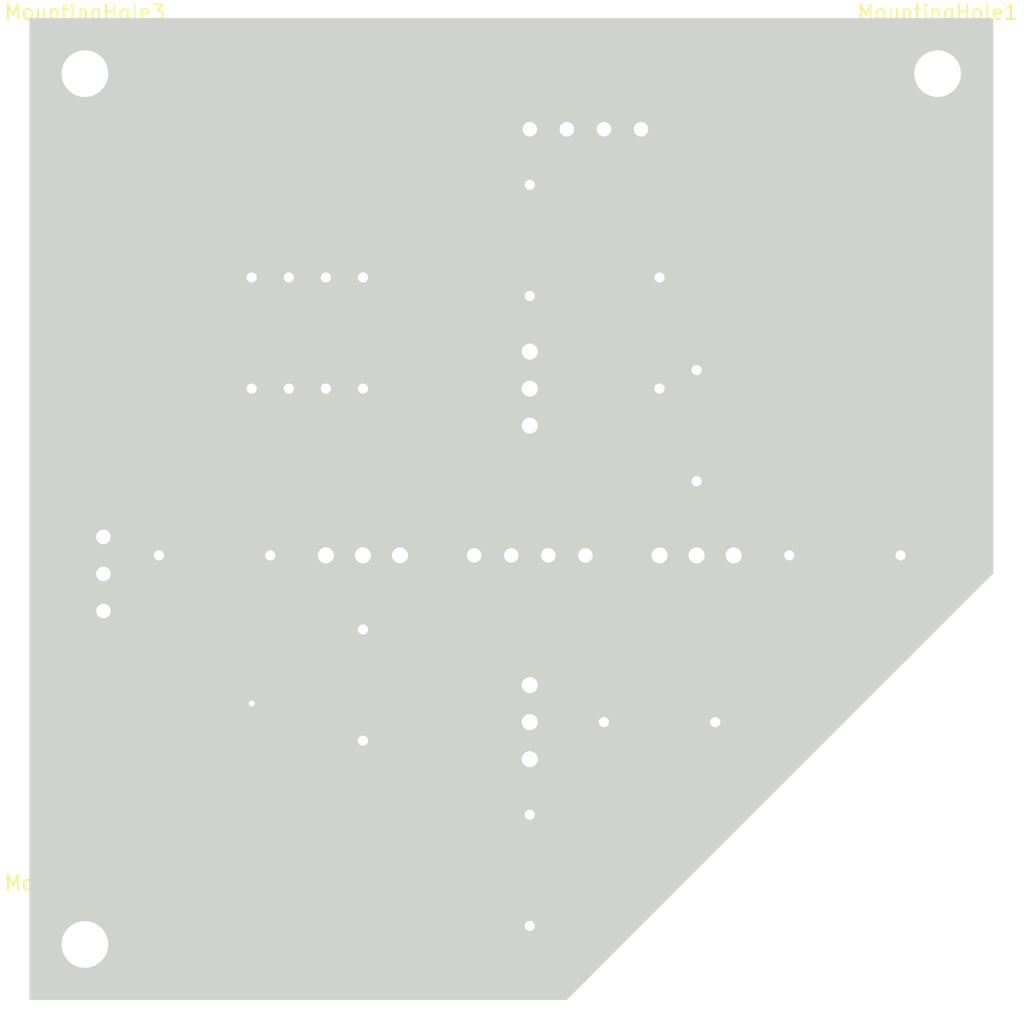
<source format=kicad_pcb>
(kicad_pcb (version 20171130) (host pcbnew "(5.1.5)-3")

  (general
    (thickness 1.6)
    (drawings 1)
    (tracks 102)
    (zones 0)
    (modules 23)
    (nets 16)
  )

  (page A4)
  (layers
    (0 F.Cu signal)
    (31 B.Cu signal)
    (32 B.Adhes user)
    (33 F.Adhes user)
    (34 B.Paste user)
    (35 F.Paste user)
    (36 B.SilkS user)
    (37 F.SilkS user)
    (38 B.Mask user)
    (39 F.Mask user)
    (40 Dwgs.User user)
    (41 Cmts.User user)
    (42 Eco1.User user)
    (43 Eco2.User user)
    (44 Edge.Cuts user)
    (45 Margin user)
    (46 B.CrtYd user)
    (47 F.CrtYd user)
    (48 B.Fab user)
    (49 F.Fab user)
  )

  (setup
    (last_trace_width 0.25)
    (trace_clearance 0.2)
    (zone_clearance 0.508)
    (zone_45_only no)
    (trace_min 0.2)
    (via_size 0.8)
    (via_drill 0.4)
    (via_min_size 0.4)
    (via_min_drill 0.3)
    (uvia_size 0.3)
    (uvia_drill 0.1)
    (uvias_allowed no)
    (uvia_min_size 0.2)
    (uvia_min_drill 0.1)
    (edge_width 0.05)
    (segment_width 0.2)
    (pcb_text_width 0.3)
    (pcb_text_size 1.5 1.5)
    (mod_edge_width 0.12)
    (mod_text_size 1 1)
    (mod_text_width 0.15)
    (pad_size 1.524 1.524)
    (pad_drill 0.762)
    (pad_to_mask_clearance 0.051)
    (solder_mask_min_width 0.25)
    (aux_axis_origin 0 0)
    (visible_elements 7FFFFFFF)
    (pcbplotparams
      (layerselection 0x010fc_ffffffff)
      (usegerberextensions false)
      (usegerberattributes false)
      (usegerberadvancedattributes false)
      (creategerberjobfile false)
      (excludeedgelayer true)
      (linewidth 0.100000)
      (plotframeref false)
      (viasonmask false)
      (mode 1)
      (useauxorigin false)
      (hpglpennumber 1)
      (hpglpenspeed 20)
      (hpglpendiameter 15.000000)
      (psnegative false)
      (psa4output false)
      (plotreference true)
      (plotvalue true)
      (plotinvisibletext false)
      (padsonsilk false)
      (subtractmaskfromsilk false)
      (outputformat 1)
      (mirror false)
      (drillshape 1)
      (scaleselection 1)
      (outputdirectory "./"))
  )

  (net 0 "")
  (net 1 Enable)
  (net 2 GND)
  (net 3 VCC)
  (net 4 Input4)
  (net 5 Output4)
  (net 6 Input3)
  (net 7 Output3)
  (net 8 Input2)
  (net 9 Output2)
  (net 10 Input1)
  (net 11 Output1)
  (net 12 "Net-(1Kr1-Pad2)")
  (net 13 "Net-(1Kr2-Pad2)")
  (net 14 "Net-(1Kr3-Pad2)")
  (net 15 "Net-(1Kr4-Pad2)")

  (net_class Default "This is the default net class."
    (clearance 0.2)
    (trace_width 0.25)
    (via_dia 0.8)
    (via_drill 0.4)
    (uvia_dia 0.3)
    (uvia_drill 0.1)
    (add_net Enable)
    (add_net GND)
    (add_net Input1)
    (add_net Input2)
    (add_net Input3)
    (add_net Input4)
    (add_net "Net-(1Kr1-Pad2)")
    (add_net "Net-(1Kr2-Pad2)")
    (add_net "Net-(1Kr3-Pad2)")
    (add_net "Net-(1Kr4-Pad2)")
    (add_net Output1)
    (add_net Output2)
    (add_net Output3)
    (add_net Output4)
    (add_net VCC)
  )

  (module SCR:scr-logo (layer F.Cu) (tedit 0) (tstamp 5E456A69)
    (at 46.99 82.55)
    (fp_text reference . (at 0 0) (layer F.SilkS) hide
      (effects (font (size 1.524 1.524) (thickness 0.3)))
    )
    (fp_text value . (at 0.75 0) (layer F.SilkS) hide
      (effects (font (size 1.524 1.524) (thickness 0.3)))
    )
    (fp_poly (pts (xy 3.2258 -0.6731) (xy 3.2131 -0.6604) (xy 3.2004 -0.6731) (xy 3.2131 -0.6858)
      (xy 3.2258 -0.6731)) (layer F.SilkS) (width 0.01))
    (fp_poly (pts (xy -1.4224 -0.6731) (xy -1.4351 -0.6604) (xy -1.4478 -0.6731) (xy -1.4351 -0.6858)
      (xy -1.4224 -0.6731)) (layer F.SilkS) (width 0.01))
    (fp_poly (pts (xy -1.72624 -0.335739) (xy -1.718015 -0.3175) (xy -1.717487 -0.284794) (xy -1.727998 -0.2794)
      (xy -1.749829 -0.299986) (xy -1.7526 -0.3175) (xy -1.747166 -0.351389) (xy -1.742618 -0.3556)
      (xy -1.72624 -0.335739)) (layer F.SilkS) (width 0.01))
    (fp_poly (pts (xy -0.8382 0.6985) (xy -0.8509 0.7112) (xy -0.8636 0.6985) (xy -0.8509 0.6858)
      (xy -0.8382 0.6985)) (layer F.SilkS) (width 0.01))
    (fp_poly (pts (xy -3.175 0.6985) (xy -3.1877 0.7112) (xy -3.2004 0.6985) (xy -3.1877 0.6858)
      (xy -3.175 0.6985)) (layer F.SilkS) (width 0.01))
    (fp_poly (pts (xy 2.588972 -0.723207) (xy 2.756721 -0.721246) (xy 2.900412 -0.718201) (xy 3.013663 -0.714254)
      (xy 3.090089 -0.709587) (xy 3.123307 -0.704381) (xy 3.124207 -0.703351) (xy 3.139686 -0.691433)
      (xy 3.14325 -0.692972) (xy 3.173193 -0.684873) (xy 3.2004 -0.661772) (xy 3.220287 -0.619787)
      (xy 3.234663 -0.552922) (xy 3.242364 -0.477314) (xy 3.242228 -0.409098) (xy 3.233092 -0.364412)
      (xy 3.22246 -0.3556) (xy 3.210674 -0.334806) (xy 3.215369 -0.2921) (xy 3.218247 -0.240851)
      (xy 3.2004 -0.2286) (xy 3.180604 -0.208086) (xy 3.18543 -0.1651) (xy 3.188767 -0.115589)
      (xy 3.173772 -0.1016) (xy 3.157704 -0.081859) (xy 3.1623 -0.0508) (xy 3.164729 -0.009895)
      (xy 3.151311 0) (xy 3.129461 0.013321) (xy 3.129922 0.01905) (xy 3.118447 0.051521)
      (xy 3.081284 0.096218) (xy 3.033769 0.138781) (xy 2.991235 0.16485) (xy 2.973102 0.165904)
      (xy 2.948684 0.164834) (xy 2.9464 0.172909) (xy 2.923054 0.183222) (xy 2.860581 0.187087)
      (xy 2.770326 0.183818) (xy 2.7686 0.183695) (xy 2.677254 0.180272) (xy 2.614319 0.18413)
      (xy 2.5908 0.194593) (xy 2.5908 0.194632) (xy 2.608068 0.223489) (xy 2.652728 0.273618)
      (xy 2.69875 0.318695) (xy 2.8067 0.4191) (xy 2.705482 0.3048) (xy 2.688144 0.282818)
      (xy 2.703427 0.293419) (xy 2.747829 0.33347) (xy 2.817845 0.399837) (xy 2.889632 0.469466)
      (xy 2.987022 0.565388) (xy 3.070125 0.648603) (xy 3.132763 0.712816) (xy 3.168759 0.751731)
      (xy 3.175 0.760296) (xy 3.161206 0.75718) (xy 3.15095 0.74803) (xy 3.115694 0.738439)
      (xy 3.041045 0.733707) (xy 2.938219 0.73431) (xy 2.882841 0.7366) (xy 2.769877 0.741964)
      (xy 2.695543 0.742295) (xy 2.647741 0.735227) (xy 2.614371 0.718396) (xy 2.583334 0.689437)
      (xy 2.570341 0.675521) (xy 2.536669 0.634857) (xy 2.532213 0.619055) (xy 2.54 0.621688)
      (xy 2.542398 0.61624) (xy 2.513417 0.583387) (xy 2.459188 0.529979) (xy 2.4511 0.52235)
      (xy 2.394147 0.466508) (xy 2.361751 0.42988) (xy 2.360062 0.419523) (xy 2.3622 0.420374)
      (xy 2.365552 0.414261) (xy 2.337253 0.381431) (xy 2.286 0.33143) (xy 2.233141 0.28003)
      (xy 2.20596 0.248842) (xy 2.2098 0.244465) (xy 2.234338 0.253846) (xy 2.224097 0.234731)
      (xy 2.212152 0.219706) (xy 2.18117 0.195176) (xy 2.130809 0.183288) (xy 2.047899 0.181669)
      (xy 2.008952 0.18308) (xy 1.919466 0.188335) (xy 1.869894 0.196979) (xy 1.849361 0.213366)
      (xy 1.846988 0.241844) (xy 1.84755 0.24765) (xy 1.841919 0.291979) (xy 1.825746 0.3048)
      (xy 1.809199 0.325708) (xy 1.81383 0.3683) (xy 1.817015 0.418475) (xy 1.80113 0.4318)
      (xy 1.783737 0.452661) (xy 1.78843 0.4953) (xy 1.791615 0.545475) (xy 1.77573 0.5588)
      (xy 1.758337 0.579661) (xy 1.76303 0.6223) (xy 1.76622 0.672454) (xy 1.750366 0.6858)
      (xy 1.732969 0.704256) (xy 1.736385 0.7239) (xy 1.746248 0.754361) (xy 1.745452 0.757105)
      (xy 1.719287 0.753225) (xy 1.656669 0.747995) (xy 1.582487 0.743228) (xy 1.493414 0.735701)
      (xy 1.442334 0.722827) (xy 1.416446 0.69993) (xy 1.407667 0.679396) (xy 1.404517 0.630921)
      (xy 1.418985 0.614971) (xy 1.436126 0.58561) (xy 1.432302 0.543997) (xy 1.42978 0.495385)
      (xy 1.44553 0.4826) (xy 1.462922 0.461738) (xy 1.45823 0.4191) (xy 1.455045 0.368924)
      (xy 1.47093 0.3556) (xy 1.488322 0.334738) (xy 1.48363 0.2921) (xy 1.480445 0.241924)
      (xy 1.49633 0.2286) (xy 1.513722 0.207738) (xy 1.50903 0.1651) (xy 1.505845 0.114924)
      (xy 1.52173 0.1016) (xy 1.539122 0.080738) (xy 1.53443 0.0381) (xy 1.531245 -0.012076)
      (xy 1.54713 -0.0254) (xy 1.564522 -0.046262) (xy 1.55983 -0.0889) (xy 1.55858 -0.108595)
      (xy 1.90562 -0.108595) (xy 1.920217 -0.095699) (xy 1.967767 -0.085745) (xy 2.053042 -0.07827)
      (xy 2.180813 -0.072809) (xy 2.30505 -0.069802) (xy 2.443717 -0.066825) (xy 2.56504 -0.063631)
      (xy 2.659668 -0.060513) (xy 2.71825 -0.057762) (xy 2.731995 -0.056457) (xy 2.772183 -0.065525)
      (xy 2.804844 -0.084403) (xy 2.84523 -0.13565) (xy 2.860326 -0.179653) (xy 2.87097 -0.249549)
      (xy 2.882674 -0.327661) (xy 2.888332 -0.380839) (xy 2.883069 -0.420225) (xy 2.86059 -0.447884)
      (xy 2.814601 -0.465881) (xy 2.738809 -0.476281) (xy 2.626919 -0.481148) (xy 2.472637 -0.482548)
      (xy 2.410373 -0.4826) (xy 2.253866 -0.482402) (xy 2.140797 -0.481169) (xy 2.063803 -0.47795)
      (xy 2.015523 -0.47179) (xy 1.988595 -0.461735) (xy 1.975655 -0.446833) (xy 1.969343 -0.426128)
      (xy 1.969189 -0.42545) (xy 1.93583 -0.275048) (xy 1.914877 -0.172118) (xy 1.905987 -0.114959)
      (xy 1.90562 -0.108595) (xy 1.55858 -0.108595) (xy 1.556645 -0.139076) (xy 1.57253 -0.1524)
      (xy 1.589922 -0.173262) (xy 1.58523 -0.2159) (xy 1.582352 -0.26715) (xy 1.6002 -0.2794)
      (xy 1.619995 -0.299915) (xy 1.615169 -0.3429) (xy 1.611984 -0.393076) (xy 1.627869 -0.4064)
      (xy 1.645262 -0.427262) (xy 1.640569 -0.4699) (xy 1.637384 -0.520076) (xy 1.653269 -0.5334)
      (xy 1.670662 -0.554262) (xy 1.665969 -0.5969) (xy 1.662779 -0.647055) (xy 1.678633 -0.6604)
      (xy 1.697487 -0.678269) (xy 1.695061 -0.69215) (xy 1.701603 -0.701769) (xy 1.732386 -0.709363)
      (xy 1.79184 -0.715129) (xy 1.884393 -0.719268) (xy 2.014477 -0.721977) (xy 2.18652 -0.723455)
      (xy 2.403551 -0.7239) (xy 2.588972 -0.723207)) (layer F.SilkS) (width 0.01))
    (fp_poly (pts (xy 0.336847 -0.723052) (xy 0.490436 -0.720667) (xy 0.618996 -0.716986) (xy 0.715659 -0.712249)
      (xy 0.773553 -0.706696) (xy 0.7874 -0.702133) (xy 0.805989 -0.690274) (xy 0.823642 -0.694273)
      (xy 0.862422 -0.691262) (xy 0.894763 -0.665766) (xy 0.902566 -0.634495) (xy 0.897246 -0.626313)
      (xy 0.898647 -0.610391) (xy 0.905398 -0.6096) (xy 0.919915 -0.587701) (xy 0.927302 -0.535079)
      (xy 0.927278 -0.471348) (xy 0.919561 -0.416121) (xy 0.908512 -0.392034) (xy 0.899651 -0.355638)
      (xy 0.904916 -0.31373) (xy 0.907437 -0.267233) (xy 0.879053 -0.254) (xy 0.84353 -0.240522)
      (xy 0.8382 -0.22745) (xy 0.815793 -0.21253) (xy 0.753726 -0.216767) (xy 0.7493 -0.217576)
      (xy 0.684337 -0.222881) (xy 0.660424 -0.207868) (xy 0.6604 -0.20705) (xy 0.638498 -0.189537)
      (xy 0.585671 -0.185078) (xy 0.58425 -0.185173) (xy 0.535328 -0.195135) (xy 0.507054 -0.211371)
      (xy 0.509579 -0.225128) (xy 0.533883 -0.2286) (xy 0.548274 -0.249482) (xy 0.54383 -0.2921)
      (xy 0.540201 -0.33988) (xy 0.553359 -0.3556) (xy 0.571211 -0.377203) (xy 0.575163 -0.419083)
      (xy 0.5715 -0.482565) (xy 0.108747 -0.482583) (xy -0.056407 -0.48212) (xy -0.177066 -0.480363)
      (xy -0.259532 -0.476773) (xy -0.310104 -0.470818) (xy -0.335082 -0.46196) (xy -0.340768 -0.449665)
      (xy -0.339386 -0.4445) (xy -0.340728 -0.411892) (xy -0.353367 -0.4064) (xy -0.370721 -0.385536)
      (xy -0.366031 -0.3429) (xy -0.362846 -0.292725) (xy -0.378731 -0.2794) (xy -0.396123 -0.258539)
      (xy -0.391431 -0.2159) (xy -0.388246 -0.165725) (xy -0.404131 -0.1524) (xy -0.421523 -0.131539)
      (xy -0.416831 -0.0889) (xy -0.413646 -0.038725) (xy -0.429531 -0.0254) (xy -0.446923 -0.004539)
      (xy -0.442231 0.0381) (xy -0.439046 0.088275) (xy -0.454931 0.1016) (xy -0.472323 0.122461)
      (xy -0.467631 0.1651) (xy -0.464619 0.215916) (xy -0.481559 0.2286) (xy -0.499883 0.248116)
      (xy -0.494294 0.282571) (xy -0.49198 0.333815) (xy -0.506143 0.354451) (xy -0.523262 0.389797)
      (xy -0.519262 0.41369) (xy -0.507512 0.428805) (xy -0.480893 0.440123) (xy -0.432487 0.448365)
      (xy -0.355377 0.454253) (xy -0.242646 0.458509) (xy -0.087375 0.461854) (xy -0.0517 0.462459)
      (xy 0.115902 0.464478) (xy 0.238191 0.464007) (xy 0.320604 0.460744) (xy 0.368581 0.45439)
      (xy 0.387561 0.444642) (xy 0.387783 0.43815) (xy 0.394082 0.409674) (xy 0.406436 0.4064)
      (xy 0.426194 0.385877) (xy 0.421369 0.3429) (xy 0.418184 0.292724) (xy 0.434069 0.2794)
      (xy 0.451693 0.258872) (xy 0.448377 0.22225) (xy 0.446521 0.178742) (xy 0.479911 0.162883)
      (xy 0.496424 0.161436) (xy 0.543498 0.167476) (xy 0.5588 0.18324) (xy 0.579651 0.197168)
      (xy 0.6223 0.192769) (xy 0.672475 0.189584) (xy 0.6858 0.205469) (xy 0.706661 0.222862)
      (xy 0.7493 0.218169) (xy 0.79746 0.214593) (xy 0.8128 0.228116) (xy 0.793134 0.25279)
      (xy 0.784646 0.254) (xy 0.767775 0.274894) (xy 0.77243 0.3175) (xy 0.775767 0.367011)
      (xy 0.760772 0.381) (xy 0.744704 0.400741) (xy 0.7493 0.4318) (xy 0.751169 0.473652)
      (xy 0.735594 0.4826) (xy 0.717151 0.501006) (xy 0.720385 0.5207) (xy 0.720208 0.55337)
      (xy 0.708903 0.5588) (xy 0.694477 0.574408) (xy 0.6985 0.5842) (xy 0.694522 0.607314)
      (xy 0.683065 0.6096) (xy 0.66454 0.619412) (xy 0.668646 0.626312) (xy 0.670386 0.655633)
      (xy 0.645902 0.687109) (xy 0.613993 0.699367) (xy 0.606722 0.696721) (xy 0.585921 0.702155)
      (xy 0.5842 0.712418) (xy 0.565785 0.73068) (xy 0.5461 0.727414) (xy 0.513244 0.723846)
      (xy 0.508 0.731047) (xy 0.483734 0.736036) (xy 0.415469 0.740505) (xy 0.310008 0.744259)
      (xy 0.174151 0.747102) (xy 0.014699 0.748838) (xy -0.127 0.7493) (xy -0.300572 0.748514)
      (xy -0.456055 0.746305) (xy -0.586647 0.742892) (xy -0.685547 0.738496) (xy -0.745956 0.733336)
      (xy -0.762 0.72875) (xy -0.777487 0.716832) (xy -0.78105 0.718371) (xy -0.810994 0.710272)
      (xy -0.8382 0.687171) (xy -0.858605 0.644444) (xy -0.872926 0.577176) (xy -0.880119 0.501489)
      (xy -0.879144 0.433507) (xy -0.868958 0.38935) (xy -0.857992 0.381) (xy -0.84425 0.360161)
      (xy -0.848631 0.3175) (xy -0.851816 0.267324) (xy -0.835931 0.254) (xy -0.818538 0.233138)
      (xy -0.823231 0.1905) (xy -0.826416 0.140324) (xy -0.810531 0.127) (xy -0.793138 0.106138)
      (xy -0.797831 0.0635) (xy -0.801016 0.013324) (xy -0.785131 0) (xy -0.767738 -0.020862)
      (xy -0.772431 -0.0635) (xy -0.775616 -0.113676) (xy -0.759731 -0.127) (xy -0.742338 -0.147862)
      (xy -0.747031 -0.1905) (xy -0.750216 -0.240676) (xy -0.734331 -0.254) (xy -0.716938 -0.274862)
      (xy -0.721631 -0.3175) (xy -0.724968 -0.367012) (xy -0.709973 -0.381) (xy -0.693905 -0.400742)
      (xy -0.6985 -0.4318) (xy -0.701103 -0.472321) (xy -0.688309 -0.4826) (xy -0.671898 -0.500749)
      (xy -0.674841 -0.516076) (xy -0.669926 -0.55503) (xy -0.642258 -0.605284) (xy -0.60442 -0.650238)
      (xy -0.568995 -0.673291) (xy -0.556767 -0.671843) (xy -0.534838 -0.6754) (xy -0.5334 -0.683504)
      (xy -0.514843 -0.698765) (xy -0.4953 -0.694986) (xy -0.462526 -0.693111) (xy -0.4572 -0.702133)
      (xy -0.432946 -0.708141) (xy -0.364763 -0.713513) (xy -0.259522 -0.71801) (xy -0.124092 -0.721391)
      (xy 0.034658 -0.723416) (xy 0.1651 -0.7239) (xy 0.336847 -0.723052)) (layer F.SilkS) (width 0.01))
    (fp_poly (pts (xy -1.963696 -0.723083) (xy -1.812021 -0.720788) (xy -1.685517 -0.717248) (xy -1.591125 -0.712697)
      (xy -1.535786 -0.70737) (xy -1.524 -0.703351) (xy -1.508514 -0.691433) (xy -1.50495 -0.692972)
      (xy -1.476444 -0.685587) (xy -1.440944 -0.655071) (xy -1.415905 -0.619626) (xy -1.415437 -0.599631)
      (xy -1.4131 -0.571617) (xy -1.395903 -0.544778) (xy -1.374899 -0.50887) (xy -1.392894 -0.485184)
      (xy -1.395926 -0.483265) (xy -1.417866 -0.444524) (xy -1.416218 -0.410901) (xy -1.414706 -0.37353)
      (xy -1.437975 -0.372918) (xy -1.46876 -0.369356) (xy -1.4732 -0.356606) (xy -1.492726 -0.33832)
      (xy -1.527172 -0.343907) (xy -1.578416 -0.346221) (xy -1.599052 -0.332058) (xy -1.634326 -0.315159)
      (xy -1.659381 -0.319358) (xy -1.695421 -0.350388) (xy -1.708703 -0.413498) (xy -1.708534 -0.451389)
      (xy -1.718743 -0.46291) (xy -1.754051 -0.471072) (xy -1.819916 -0.476161) (xy -1.921796 -0.478465)
      (xy -2.065148 -0.478268) (xy -2.193483 -0.476789) (xy -2.6797 -0.4699) (xy -2.67365 -0.41275)
      (xy -2.679281 -0.368421) (xy -2.695454 -0.3556) (xy -2.712075 -0.334808) (xy -2.707898 -0.294203)
      (xy -2.706307 -0.241452) (xy -2.722414 -0.222829) (xy -2.740074 -0.194713) (xy -2.735339 -0.16855)
      (xy -2.726194 -0.15409) (xy -2.707128 -0.143331) (xy -2.671766 -0.13587) (xy -2.613728 -0.131301)
      (xy -2.526637 -0.12922) (xy -2.404117 -0.129221) (xy -2.239788 -0.1309) (xy -2.159243 -0.131974)
      (xy -1.982864 -0.133393) (xy -1.83322 -0.132566) (xy -1.715991 -0.129649) (xy -1.636862 -0.124802)
      (xy -1.601514 -0.118181) (xy -1.600174 -0.116417) (xy -1.588089 -0.106148) (xy -1.583488 -0.109847)
      (xy -1.553797 -0.113209) (xy -1.52475 -0.086478) (xy -1.513057 -0.04775) (xy -1.515528 -0.036243)
      (xy -1.51339 -0.004773) (xy -1.501318 0) (xy -1.480188 0.021719) (xy -1.4732 0.0635)
      (xy -1.482973 0.111216) (xy -1.501775 0.127) (xy -1.519225 0.14889) (xy -1.51511 0.2032)
      (xy -1.511568 0.260376) (xy -1.527389 0.2794) (xy -1.543572 0.300318) (xy -1.53897 0.3429)
      (xy -1.535633 0.392411) (xy -1.550628 0.4064) (xy -1.566696 0.426141) (xy -1.5621 0.4572)
      (xy -1.55999 0.498692) (xy -1.574588 0.508) (xy -1.590192 0.523942) (xy -1.585119 0.537253)
      (xy -1.588552 0.572813) (xy -1.613875 0.600753) (xy -1.642206 0.626792) (xy -1.640045 0.635)
      (xy -1.63627 0.650538) (xy -1.650768 0.67282) (xy -1.686543 0.697957) (xy -1.704678 0.696721)
      (xy -1.725965 0.70116) (xy -1.7272 0.708903) (xy -1.745758 0.724164) (xy -1.7653 0.720385)
      (xy -1.798075 0.71851) (xy -1.8034 0.727532) (xy -1.827677 0.733426) (xy -1.896019 0.738714)
      (xy -2.001692 0.743171) (xy -2.137961 0.746569) (xy -2.298094 0.748682) (xy -2.4511 0.7493)
      (xy -2.626478 0.748529) (xy -2.783833 0.746361) (xy -2.916432 0.743008) (xy -3.01754 0.738685)
      (xy -3.080425 0.733605) (xy -3.0988 0.72875) (xy -3.114287 0.716832) (xy -3.11785 0.718371)
      (xy -3.147818 0.710292) (xy -3.175 0.687261) (xy -3.192917 0.648714) (xy -3.206714 0.585219)
      (xy -3.215396 0.51114) (xy -3.217968 0.440841) (xy -3.213434 0.388686) (xy -3.200798 0.369039)
      (xy -3.196955 0.370429) (xy -3.17667 0.364625) (xy -3.175 0.354345) (xy -3.154255 0.335869)
      (xy -3.1115 0.34063) (xy -3.061325 0.343815) (xy -3.048 0.32793) (xy -3.027139 0.310537)
      (xy -2.9845 0.31523) (xy -2.93634 0.318806) (xy -2.921 0.305283) (xy -2.901968 0.280228)
      (xy -2.8956 0.2794) (xy -2.874963 0.300673) (xy -2.8702 0.3302) (xy -2.880183 0.371484)
      (xy -2.894022 0.381) (xy -2.912591 0.401766) (xy -2.914495 0.42545) (xy -2.909801 0.440403)
      (xy -2.894009 0.451587) (xy -2.860706 0.459544) (xy -2.80348 0.464813) (xy -2.715917 0.467934)
      (xy -2.591605 0.469446) (xy -2.424133 0.469891) (xy -2.386712 0.4699) (xy -2.211093 0.469698)
      (xy -2.080001 0.468699) (xy -1.987167 0.466307) (xy -1.926319 0.461931) (xy -1.891185 0.454976)
      (xy -1.875495 0.44485) (xy -1.872977 0.430959) (xy -1.87494 0.421478) (xy -1.876472 0.388209)
      (xy -1.855486 0.392905) (xy -1.835799 0.395453) (xy -1.835469 0.361108) (xy -1.8415 0.3302)
      (xy -1.848755 0.273991) (xy -1.835563 0.262757) (xy -1.832468 0.264433) (xy -1.813877 0.256572)
      (xy -1.810581 0.20326) (xy -1.810702 0.201414) (xy -1.8161 0.121606) (xy -2.34315 0.131066)
      (xy -2.500543 0.132921) (xy -2.63919 0.132699) (xy -2.75163 0.130566) (xy -2.830401 0.126687)
      (xy -2.868043 0.12123) (xy -2.8702 0.119351) (xy -2.889957 0.108422) (xy -2.917414 0.113161)
      (xy -2.973209 0.107675) (xy -2.997654 0.088353) (xy -3.01538 0.046193) (xy -3.027995 -0.021447)
      (xy -3.034604 -0.098547) (xy -3.034315 -0.169086) (xy -3.026235 -0.217044) (xy -3.015323 -0.2286)
      (xy -3.003094 -0.249383) (xy -3.007631 -0.2921) (xy -3.010968 -0.341612) (xy -2.995973 -0.3556)
      (xy -2.979905 -0.375342) (xy -2.9845 -0.4064) (xy -2.98637 -0.448253) (xy -2.970795 -0.4572)
      (xy -2.952352 -0.475607) (xy -2.955586 -0.4953) (xy -2.955409 -0.527971) (xy -2.944104 -0.5334)
      (xy -2.929678 -0.549009) (xy -2.9337 -0.5588) (xy -2.930844 -0.582169) (xy -2.921 -0.5842)
      (xy -2.903419 -0.598568) (xy -2.906522 -0.606723) (xy -2.902869 -0.637463) (xy -2.874377 -0.665722)
      (xy -2.842417 -0.672701) (xy -2.836113 -0.668647) (xy -2.820641 -0.671138) (xy -2.8194 -0.68077)
      (xy -2.800954 -0.698367) (xy -2.7813 -0.694986) (xy -2.748526 -0.693111) (xy -2.7432 -0.702133)
      (xy -2.718958 -0.7082) (xy -2.650858 -0.713616) (xy -2.545842 -0.718133) (xy -2.410851 -0.721504)
      (xy -2.252826 -0.72348) (xy -2.1336 -0.7239) (xy -1.963696 -0.723083)) (layer F.SilkS) (width 0.01))
    (fp_poly (pts (xy 4.2926 -2.8067) (xy 4.2799 -2.794) (xy 4.2672 -2.8067) (xy 4.2799 -2.8194)
      (xy 4.2926 -2.8067)) (layer F.SilkS) (width 0.01))
    (fp_poly (pts (xy -3.991725 2.905874) (xy -3.964457 2.931449) (xy -3.970051 2.946152) (xy -3.973601 2.9464)
      (xy -3.995085 2.928358) (xy -4.002926 2.917075) (xy -4.00592 2.899694) (xy -3.991725 2.905874)) (layer F.SilkS) (width 0.01))
    (fp_poly (pts (xy 1.619707 -6.08388) (xy 1.6256 -6.071398) (xy 1.644218 -6.057422) (xy 1.6637 -6.061415)
      (xy 1.696283 -6.059604) (xy 1.7018 -6.046419) (xy 1.716327 -6.028084) (xy 1.725444 -6.031416)
      (xy 1.758016 -6.02814) (xy 1.7653 -6.0198) (xy 1.795722 -6.004718) (xy 1.805155 -6.008185)
      (xy 1.827292 -6.004913) (xy 1.8288 -5.996697) (xy 1.847357 -5.981436) (xy 1.8669 -5.985215)
      (xy 1.89954 -5.984469) (xy 1.905 -5.972515) (xy 1.923508 -5.956212) (xy 1.9431 -5.959815)
      (xy 1.975683 -5.958004) (xy 1.9812 -5.944819) (xy 1.995727 -5.926484) (xy 2.004844 -5.929816)
      (xy 2.037416 -5.92654) (xy 2.0447 -5.918201) (xy 2.074032 -5.902423) (xy 2.0828 -5.905501)
      (xy 2.113768 -5.901177) (xy 2.1209 -5.892801) (xy 2.151322 -5.877718) (xy 2.160755 -5.881185)
      (xy 2.182892 -5.877913) (xy 2.1844 -5.869697) (xy 2.202957 -5.854436) (xy 2.2225 -5.858215)
      (xy 2.25514 -5.857469) (xy 2.2606 -5.845515) (xy 2.279108 -5.829212) (xy 2.2987 -5.832815)
      (xy 2.331283 -5.831004) (xy 2.3368 -5.817819) (xy 2.351327 -5.799484) (xy 2.360444 -5.802816)
      (xy 2.393016 -5.79954) (xy 2.4003 -5.791201) (xy 2.430722 -5.776118) (xy 2.440155 -5.779585)
      (xy 2.462292 -5.776313) (xy 2.4638 -5.768097) (xy 2.482357 -5.752836) (xy 2.5019 -5.756615)
      (xy 2.53454 -5.755869) (xy 2.54 -5.743915) (xy 2.558508 -5.727612) (xy 2.5781 -5.731215)
      (xy 2.610683 -5.729404) (xy 2.6162 -5.716219) (xy 2.630727 -5.697884) (xy 2.639844 -5.701216)
      (xy 2.672416 -5.69794) (xy 2.6797 -5.689601) (xy 2.709032 -5.673823) (xy 2.7178 -5.676901)
      (xy 2.748768 -5.672577) (xy 2.7559 -5.664201) (xy 2.786322 -5.649118) (xy 2.795755 -5.652585)
      (xy 2.817892 -5.649313) (xy 2.8194 -5.641097) (xy 2.837957 -5.625836) (xy 2.8575 -5.629615)
      (xy 2.890083 -5.627804) (xy 2.8956 -5.614619) (xy 2.910127 -5.596284) (xy 2.919244 -5.599616)
      (xy 2.951816 -5.59634) (xy 2.959099 -5.588001) (xy 2.988432 -5.572223) (xy 2.997199 -5.575301)
      (xy 3.028168 -5.570977) (xy 3.0353 -5.562601) (xy 3.065722 -5.547518) (xy 3.075155 -5.550985)
      (xy 3.097292 -5.547713) (xy 3.0988 -5.539497) (xy 3.116877 -5.523093) (xy 3.131447 -5.525923)
      (xy 3.159637 -5.516163) (xy 3.167969 -5.487026) (xy 3.161635 -5.445541) (xy 3.148818 -5.435601)
      (xy 3.136199 -5.416919) (xy 3.140414 -5.397501) (xy 3.139668 -5.36486) (xy 3.127714 -5.359401)
      (xy 3.111411 -5.340892) (xy 3.115014 -5.3213) (xy 3.114268 -5.28866) (xy 3.102314 -5.2832)
      (xy 3.086011 -5.264692) (xy 3.089614 -5.2451) (xy 3.087803 -5.212517) (xy 3.074618 -5.207)
      (xy 3.056283 -5.192473) (xy 3.059615 -5.183356) (xy 3.056339 -5.150784) (xy 3.048 -5.143501)
      (xy 3.032222 -5.114168) (xy 3.0353 -5.105401) (xy 3.030976 -5.074432) (xy 3.0226 -5.067301)
      (xy 3.006822 -5.037968) (xy 3.0099 -5.029201) (xy 3.005576 -4.998232) (xy 2.9972 -4.9911)
      (xy 2.982117 -4.960678) (xy 2.985584 -4.951245) (xy 2.982312 -4.929108) (xy 2.974096 -4.9276)
      (xy 2.958835 -4.909043) (xy 2.962614 -4.8895) (xy 2.961868 -4.85686) (xy 2.949914 -4.8514)
      (xy 2.933611 -4.832892) (xy 2.937214 -4.8133) (xy 2.936468 -4.78066) (xy 2.924514 -4.7752)
      (xy 2.908211 -4.756692) (xy 2.911814 -4.7371) (xy 2.911068 -4.70446) (xy 2.899114 -4.699)
      (xy 2.882811 -4.680492) (xy 2.886414 -4.6609) (xy 2.885668 -4.62826) (xy 2.873714 -4.6228)
      (xy 2.857411 -4.604292) (xy 2.861014 -4.5847) (xy 2.859203 -4.552117) (xy 2.846018 -4.5466)
      (xy 2.827683 -4.532073) (xy 2.831015 -4.522956) (xy 2.827739 -4.490384) (xy 2.8194 -4.483101)
      (xy 2.803622 -4.453768) (xy 2.8067 -4.445001) (xy 2.802376 -4.414032) (xy 2.794 -4.406901)
      (xy 2.778222 -4.377568) (xy 2.7813 -4.368801) (xy 2.776976 -4.337832) (xy 2.7686 -4.3307)
      (xy 2.753517 -4.300278) (xy 2.756984 -4.290845) (xy 2.752264 -4.269039) (xy 2.741981 -4.2672)
      (xy 2.72335 -4.248924) (xy 2.726355 -4.230742) (xy 2.727316 -4.194388) (xy 2.718845 -4.186292)
      (xy 2.722039 -4.164959) (xy 2.752979 -4.118441) (xy 2.787609 -4.0767) (xy 2.833376 -4.027975)
      (xy 2.858647 -4.006751) (xy 2.859626 -4.0132) (xy 2.865251 -4.016559) (xy 2.897714 -3.988289)
      (xy 2.94763 -3.937) (xy 2.999325 -3.884108) (xy 3.031191 -3.856941) (xy 3.036448 -3.8608)
      (xy 3.042631 -3.864192) (xy 3.075734 -3.836095) (xy 3.126659 -3.7846) (xy 3.178745 -3.731846)
      (xy 3.210676 -3.704624) (xy 3.215641 -3.7084) (xy 3.221051 -3.711761) (xy 3.253352 -3.683505)
      (xy 3.30323 -3.6322) (xy 3.354938 -3.579306) (xy 3.386834 -3.55214) (xy 3.39213 -3.556)
      (xy 3.398219 -3.559354) (xy 3.431033 -3.531055) (xy 3.48103 -3.4798) (xy 3.532738 -3.426906)
      (xy 3.564634 -3.39974) (xy 3.56993 -3.4036) (xy 3.576019 -3.406954) (xy 3.608833 -3.378655)
      (xy 3.65883 -3.3274) (xy 3.710538 -3.274506) (xy 3.742434 -3.24734) (xy 3.74773 -3.2512)
      (xy 3.753819 -3.254554) (xy 3.786633 -3.226255) (xy 3.83663 -3.175) (xy 3.888338 -3.122106)
      (xy 3.920234 -3.09494) (xy 3.92553 -3.0988) (xy 3.931619 -3.102154) (xy 3.964433 -3.073855)
      (xy 4.01443 -3.0226) (xy 4.066138 -2.969706) (xy 4.098034 -2.94254) (xy 4.10333 -2.9464)
      (xy 4.109031 -2.949824) (xy 4.141009 -2.921225) (xy 4.187552 -2.871999) (xy 4.248261 -2.809284)
      (xy 4.288263 -2.781744) (xy 4.317017 -2.783681) (xy 4.324949 -2.789228) (xy 4.362645 -2.806526)
      (xy 4.377487 -2.802247) (xy 4.392563 -2.805602) (xy 4.3942 -2.817885) (xy 4.412315 -2.838711)
      (xy 4.4323 -2.835615) (xy 4.46497 -2.835792) (xy 4.4704 -2.847097) (xy 4.486008 -2.861523)
      (xy 4.4958 -2.857501) (xy 4.519137 -2.861035) (xy 4.5212 -2.871419) (xy 4.539614 -2.889681)
      (xy 4.5593 -2.886415) (xy 4.59197 -2.886592) (xy 4.5974 -2.897897) (xy 4.612694 -2.912968)
      (xy 4.62063 -2.909641) (xy 4.648525 -2.913987) (xy 4.652756 -2.921971) (xy 4.682122 -2.944822)
      (xy 4.718426 -2.952934) (xy 4.762916 -2.96493) (xy 4.7752 -2.979923) (xy 4.793894 -2.992274)
      (xy 4.8133 -2.988015) (xy 4.84597 -2.988192) (xy 4.8514 -2.999497) (xy 4.867008 -3.013923)
      (xy 4.8768 -3.0099) (xy 4.900137 -3.013435) (xy 4.902199 -3.023819) (xy 4.920614 -3.042081)
      (xy 4.940299 -3.038815) (xy 4.97297 -3.038992) (xy 4.9784 -3.050297) (xy 4.994008 -3.064723)
      (xy 5.0038 -3.0607) (xy 5.027137 -3.064235) (xy 5.0292 -3.074619) (xy 5.047614 -3.092881)
      (xy 5.0673 -3.089615) (xy 5.09997 -3.089792) (xy 5.1054 -3.101097) (xy 5.121008 -3.115523)
      (xy 5.1308 -3.1115) (xy 5.154137 -3.115035) (xy 5.156199 -3.125419) (xy 5.174614 -3.143681)
      (xy 5.194299 -3.140415) (xy 5.226903 -3.141866) (xy 5.2324 -3.154631) (xy 5.242811 -3.170916)
      (xy 5.249112 -3.166754) (xy 5.279654 -3.166042) (xy 5.299912 -3.178331) (xy 5.328453 -3.191963)
      (xy 5.334388 -3.184461) (xy 5.346068 -3.182477) (xy 5.361722 -3.2004) (xy 5.387002 -3.223463)
      (xy 5.401603 -3.206592) (xy 5.426634 -3.185984) (xy 5.437769 -3.189041) (xy 5.459396 -3.184351)
      (xy 5.461 -3.175001) (xy 5.475367 -3.157419) (xy 5.483522 -3.160522) (xy 5.515856 -3.155463)
      (xy 5.537432 -3.136621) (xy 5.554988 -3.106057) (xy 5.5499 -3.0988) (xy 5.546865 -3.083428)
      (xy 5.559269 -3.064713) (xy 5.575382 -3.027676) (xy 5.570846 -3.013913) (xy 5.573911 -2.998701)
      (xy 5.585265 -2.997201) (xy 5.604387 -2.982301) (xy 5.6007 -2.971801) (xy 5.604234 -2.948463)
      (xy 5.614618 -2.946401) (xy 5.63288 -2.927986) (xy 5.629614 -2.908301) (xy 5.629791 -2.87563)
      (xy 5.641096 -2.870201) (xy 5.655522 -2.854592) (xy 5.6515 -2.8448) (xy 5.655034 -2.821463)
      (xy 5.665418 -2.819401) (xy 5.68368 -2.800986) (xy 5.680414 -2.781301) (xy 5.680591 -2.74863)
      (xy 5.691896 -2.743201) (xy 5.706967 -2.727906) (xy 5.70364 -2.71997) (xy 5.707986 -2.692075)
      (xy 5.71597 -2.687844) (xy 5.738821 -2.658478) (xy 5.746933 -2.622174) (xy 5.758465 -2.577683)
      (xy 5.772704 -2.5654) (xy 5.783254 -2.549754) (xy 5.779584 -2.541756) (xy 5.78286 -2.509184)
      (xy 5.7912 -2.5019) (xy 5.806282 -2.471478) (xy 5.802815 -2.462045) (xy 5.807238 -2.440044)
      (xy 5.8166 -2.4384) (xy 5.833163 -2.422928) (xy 5.8293 -2.413) (xy 5.832834 -2.389663)
      (xy 5.843218 -2.3876) (xy 5.86148 -2.369186) (xy 5.858214 -2.3495) (xy 5.858391 -2.31683)
      (xy 5.869696 -2.3114) (xy 5.884122 -2.295792) (xy 5.8801 -2.286) (xy 5.883634 -2.262663)
      (xy 5.894018 -2.2606) (xy 5.91228 -2.242186) (xy 5.909014 -2.2225) (xy 5.909191 -2.18983)
      (xy 5.920496 -2.1844) (xy 5.935567 -2.169106) (xy 5.93224 -2.16117) (xy 5.936586 -2.133275)
      (xy 5.94457 -2.129044) (xy 5.967421 -2.099678) (xy 5.975533 -2.063374) (xy 5.987065 -2.018883)
      (xy 6.001304 -2.0066) (xy 6.011854 -1.990954) (xy 6.008184 -1.982956) (xy 6.01146 -1.950384)
      (xy 6.0198 -1.9431) (xy 6.034882 -1.912678) (xy 6.031415 -1.903245) (xy 6.035838 -1.881244)
      (xy 6.0452 -1.8796) (xy 6.061763 -1.864128) (xy 6.0579 -1.8542) (xy 6.061605 -1.830895)
      (xy 6.072211 -1.8288) (xy 6.088637 -1.819293) (xy 6.070832 -1.79098) (xy 6.036228 -1.765125)
      (xy 6.019583 -1.765434) (xy 5.995271 -1.756822) (xy 5.98454 -1.738145) (xy 5.959368 -1.711992)
      (xy 5.943779 -1.71439) (xy 5.920282 -1.711706) (xy 5.9182 -1.701801) (xy 5.903708 -1.684302)
      (xy 5.895461 -1.687456) (xy 5.868754 -1.680434) (xy 5.85754 -1.661945) (xy 5.83357 -1.634983)
      (xy 5.81944 -1.636545) (xy 5.792585 -1.629623) (xy 5.78134 -1.611145) (xy 5.756168 -1.584992)
      (xy 5.740579 -1.58739) (xy 5.717082 -1.584706) (xy 5.715 -1.5748) (xy 5.700508 -1.557302)
      (xy 5.692261 -1.560456) (xy 5.665793 -1.553124) (xy 5.653563 -1.532919) (xy 5.633464 -1.504832)
      (xy 5.622798 -1.506136) (xy 5.595998 -1.501823) (xy 5.556049 -1.472549) (xy 5.512362 -1.441062)
      (xy 5.485214 -1.435833) (xy 5.46171 -1.426684) (xy 5.45114 -1.407945) (xy 5.425968 -1.381792)
      (xy 5.410379 -1.38419) (xy 5.386882 -1.381506) (xy 5.3848 -1.371601) (xy 5.370308 -1.354102)
      (xy 5.362061 -1.357256) (xy 5.335593 -1.349924) (xy 5.323363 -1.329719) (xy 5.303511 -1.301354)
      (xy 5.293185 -1.302348) (xy 5.267271 -1.297307) (xy 5.230985 -1.268586) (xy 5.203763 -1.229683)
      (xy 5.189417 -1.172847) (xy 5.185014 -1.083973) (xy 5.185199 -1.048453) (xy 5.184583 -0.949132)
      (xy 5.18117 -0.818732) (xy 5.175567 -0.67686) (xy 5.170835 -0.5842) (xy 5.156494 -0.327326)
      (xy 5.145088 -0.113707) (xy 5.136255 0.064095) (xy 5.129632 0.213519) (xy 5.124858 0.342002)
      (xy 5.123254 0.3937) (xy 5.1174 0.510875) (xy 5.107595 0.626817) (xy 5.095902 0.717405)
      (xy 5.095246 0.721166) (xy 5.084815 0.796241) (xy 5.088806 0.828402) (xy 5.101973 0.827617)
      (xy 5.127722 0.827373) (xy 5.1308 0.8382) (xy 5.146297 0.854707) (xy 5.156379 0.850789)
      (xy 5.185438 0.856241) (xy 5.19714 0.874544) (xy 5.221111 0.901505) (xy 5.23524 0.899944)
      (xy 5.262096 0.906866) (xy 5.27334 0.925344) (xy 5.297311 0.952305) (xy 5.31144 0.950744)
      (xy 5.338296 0.957666) (xy 5.34954 0.976144) (xy 5.373429 1.00316) (xy 5.387461 1.001655)
      (xy 5.408643 1.006661) (xy 5.4102 1.015999) (xy 5.425697 1.032507) (xy 5.435779 1.028589)
      (xy 5.464838 1.034041) (xy 5.47654 1.052344) (xy 5.500511 1.079305) (xy 5.51464 1.077744)
      (xy 5.541496 1.084666) (xy 5.55274 1.103144) (xy 5.576711 1.130105) (xy 5.59084 1.128544)
      (xy 5.617696 1.135466) (xy 5.62894 1.153944) (xy 5.651612 1.181776) (xy 5.664199 1.1811)
      (xy 5.688692 1.189592) (xy 5.699459 1.208255) (xy 5.724631 1.234408) (xy 5.74022 1.23201)
      (xy 5.763717 1.234694) (xy 5.7658 1.244599) (xy 5.781297 1.261107) (xy 5.791379 1.257189)
      (xy 5.820438 1.262641) (xy 5.83214 1.280944) (xy 5.856111 1.307905) (xy 5.87024 1.306344)
      (xy 5.897096 1.313266) (xy 5.90834 1.331744) (xy 5.932311 1.358705) (xy 5.94644 1.357144)
      (xy 5.973296 1.364066) (xy 5.98454 1.382544) (xy 6.008429 1.40956) (xy 6.022461 1.408055)
      (xy 6.043873 1.412689) (xy 6.0452 1.4209) (xy 6.063478 1.442073) (xy 6.071899 1.441449)
      (xy 6.086039 1.462384) (xy 6.09655 1.530018) (xy 6.102873 1.640344) (xy 6.103649 1.670058)
      (xy 6.104479 1.772227) (xy 6.102527 1.851942) (xy 6.098201 1.898032) (xy 6.095055 1.905008)
      (xy 6.082735 1.926605) (xy 6.077133 1.961773) (xy 6.063254 2.010307) (xy 6.04617 2.027443)
      (xy 6.030608 2.051421) (xy 6.03384 2.059569) (xy 6.030145 2.081395) (xy 6.022096 2.0828)
      (xy 6.006835 2.101357) (xy 6.010614 2.1209) (xy 6.008803 2.153483) (xy 5.995618 2.159)
      (xy 5.977925 2.1744) (xy 5.9817 2.1844) (xy 5.978843 2.207768) (xy 5.969 2.2098)
      (xy 5.952436 2.225272) (xy 5.9563 2.2352) (xy 5.954738 2.258625) (xy 5.945896 2.2606)
      (xy 5.930635 2.279157) (xy 5.934414 2.2987) (xy 5.932603 2.331283) (xy 5.919418 2.3368)
      (xy 5.901725 2.3522) (xy 5.9055 2.3622) (xy 5.906608 2.385739) (xy 5.899704 2.3876)
      (xy 5.881232 2.409208) (xy 5.873933 2.444373) (xy 5.860054 2.492907) (xy 5.84297 2.510043)
      (xy 5.827408 2.534021) (xy 5.83064 2.542169) (xy 5.826945 2.563995) (xy 5.818896 2.5654)
      (xy 5.803635 2.583957) (xy 5.807414 2.6035) (xy 5.805603 2.636083) (xy 5.792418 2.6416)
      (xy 5.774725 2.657) (xy 5.7785 2.667) (xy 5.779608 2.690539) (xy 5.772704 2.6924)
      (xy 5.754232 2.714008) (xy 5.746933 2.749173) (xy 5.733054 2.797707) (xy 5.71597 2.814843)
      (xy 5.700408 2.838821) (xy 5.70364 2.846969) (xy 5.702773 2.8689) (xy 5.696504 2.8702)
      (xy 5.678032 2.891808) (xy 5.670733 2.926973) (xy 5.656854 2.975507) (xy 5.63977 2.992643)
      (xy 5.624208 3.016621) (xy 5.62744 3.024769) (xy 5.623745 3.046595) (xy 5.615696 3.048)
      (xy 5.600435 3.066557) (xy 5.604214 3.0861) (xy 5.602403 3.118683) (xy 5.589218 3.1242)
      (xy 5.571525 3.1396) (xy 5.5753 3.1496) (xy 5.569826 3.171576) (xy 5.552898 3.175)
      (xy 5.509991 3.161577) (xy 5.500573 3.151984) (xy 5.467721 3.138843) (xy 5.435574 3.142246)
      (xy 5.394191 3.141217) (xy 5.3848 3.12545) (xy 5.365459 3.106705) (xy 5.336137 3.110821)
      (xy 5.288974 3.111702) (xy 5.2705 3.0988) (xy 5.235587 3.082547) (xy 5.207 3.0861)
      (xy 5.160708 3.086111) (xy 5.1435 3.0734) (xy 5.10872 3.057511) (xy 5.077862 3.061378)
      (xy 5.037943 3.062482) (xy 5.0292 3.048) (xy 5.009673 3.030552) (xy 4.980537 3.034621)
      (xy 4.933374 3.035502) (xy 4.914899 3.0226) (xy 4.879987 3.006347) (xy 4.851399 3.0099)
      (xy 4.805723 3.010876) (xy 4.789224 2.999342) (xy 4.75563 2.984656) (xy 4.735963 2.98845)
      (xy 4.68549 2.986547) (xy 4.664589 2.974862) (xy 4.627968 2.958679) (xy 4.614726 2.962939)
      (xy 4.584811 2.962899) (xy 4.563133 2.949581) (xy 4.5133 2.931541) (xy 4.488888 2.934993)
      (xy 4.446824 2.934617) (xy 4.434055 2.92384) (xy 4.4 2.908231) (xy 4.381902 2.91166)
      (xy 4.329328 2.912274) (xy 4.313312 2.905403) (xy 4.238975 2.883639) (xy 4.222641 2.890234)
      (xy 4.168578 2.951626) (xy 4.124726 2.99554) (xy 4.094673 3.015182) (xy 4.091808 3.015126)
      (xy 4.069906 3.03085) (xy 4.018576 3.07774) (xy 3.943524 3.150274) (xy 3.850458 3.242927)
      (xy 3.745087 3.350177) (xy 3.737153 3.35834) (xy 3.630877 3.466469) (xy 3.536186 3.560354)
      (xy 3.458854 3.634468) (xy 3.404658 3.683285) (xy 3.379371 3.701277) (xy 3.378836 3.70124)
      (xy 3.354118 3.716408) (xy 3.304489 3.761397) (xy 3.238111 3.827471) (xy 3.163146 3.905892)
      (xy 3.087758 3.987924) (xy 3.020108 4.06483) (xy 2.96836 4.127872) (xy 2.940675 4.168314)
      (xy 2.93908 4.17195) (xy 2.937147 4.208663) (xy 2.949914 4.2164) (xy 2.966387 4.234843)
      (xy 2.962926 4.253686) (xy 2.962607 4.29419) (xy 2.9718 4.3053) (xy 2.984658 4.337732)
      (xy 2.980673 4.356913) (xy 2.983503 4.388966) (xy 2.9972 4.3942) (xy 3.016505 4.412561)
      (xy 3.013414 4.4323) (xy 3.014161 4.46494) (xy 3.026114 4.4704) (xy 3.042587 4.488843)
      (xy 3.039126 4.507686) (xy 3.038807 4.54819) (xy 3.048 4.5593) (xy 3.060858 4.591732)
      (xy 3.056873 4.610913) (xy 3.059703 4.642966) (xy 3.0734 4.6482) (xy 3.092705 4.666561)
      (xy 3.089614 4.6863) (xy 3.090361 4.71894) (xy 3.102314 4.7244) (xy 3.118787 4.742843)
      (xy 3.115326 4.761686) (xy 3.115007 4.80219) (xy 3.1242 4.8133) (xy 3.137058 4.845732)
      (xy 3.133073 4.864913) (xy 3.135903 4.896966) (xy 3.1496 4.9022) (xy 3.168905 4.920561)
      (xy 3.165814 4.9403) (xy 3.166561 4.97294) (xy 3.178514 4.9784) (xy 3.195476 4.996646)
      (xy 3.192402 5.013404) (xy 3.195923 5.060641) (xy 3.206388 5.075828) (xy 3.219389 5.112662)
      (xy 3.203965 5.139204) (xy 3.186151 5.190623) (xy 3.190103 5.216804) (xy 3.189073 5.270104)
      (xy 3.175654 5.29511) (xy 3.157926 5.338735) (xy 3.1623 5.3594) (xy 3.162742 5.399727)
      (xy 3.1496 5.4229) (xy 3.132082 5.465785) (xy 3.136212 5.485287) (xy 3.131915 5.509071)
      (xy 3.090378 5.517072) (xy 3.06705 5.514807) (xy 3.048936 5.531376) (xy 3.048 5.539917)
      (xy 3.029523 5.556901) (xy 3.009899 5.553414) (xy 2.977229 5.553591) (xy 2.971799 5.564896)
      (xy 2.956442 5.579842) (xy 2.948155 5.576384) (xy 2.915583 5.57966) (xy 2.9083 5.588)
      (xy 2.878967 5.603777) (xy 2.8702 5.6007) (xy 2.839231 5.605023) (xy 2.8321 5.6134)
      (xy 2.801677 5.628482) (xy 2.792244 5.625015) (xy 2.770438 5.629735) (xy 2.7686 5.640018)
      (xy 2.750185 5.65828) (xy 2.7305 5.655014) (xy 2.697829 5.655191) (xy 2.6924 5.666496)
      (xy 2.677042 5.681442) (xy 2.668755 5.677984) (xy 2.636183 5.68126) (xy 2.6289 5.6896)
      (xy 2.598477 5.704682) (xy 2.589044 5.701215) (xy 2.567238 5.705935) (xy 2.5654 5.716218)
      (xy 2.546985 5.73448) (xy 2.5273 5.731214) (xy 2.494629 5.731391) (xy 2.4892 5.742696)
      (xy 2.473842 5.757642) (xy 2.465555 5.754184) (xy 2.432983 5.75746) (xy 2.4257 5.7658)
      (xy 2.395277 5.780882) (xy 2.385844 5.777415) (xy 2.364038 5.782135) (xy 2.3622 5.792418)
      (xy 2.343785 5.81068) (xy 2.3241 5.807414) (xy 2.291429 5.807591) (xy 2.286 5.818896)
      (xy 2.270642 5.833842) (xy 2.262355 5.830384) (xy 2.229783 5.83366) (xy 2.2225 5.842)
      (xy 2.192077 5.857082) (xy 2.182644 5.853615) (xy 2.160838 5.858335) (xy 2.159 5.868618)
      (xy 2.140585 5.88688) (xy 2.1209 5.883614) (xy 2.088193 5.883086) (xy 2.0828 5.893597)
      (xy 2.068111 5.915225) (xy 2.06375 5.915192) (xy 2.032 5.917255) (xy 1.989534 5.926504)
      (xy 1.912609 5.937078) (xy 1.817455 5.946972) (xy 1.74625 5.952582) (xy 1.667795 5.953244)
      (xy 1.629232 5.938165) (xy 1.620747 5.902096) (xy 1.622592 5.88645) (xy 1.606195 5.868182)
      (xy 1.5987 5.8674) (xy 1.583531 5.851839) (xy 1.5875 5.842) (xy 1.583965 5.818662)
      (xy 1.573581 5.8166) (xy 1.555319 5.798185) (xy 1.558585 5.7785) (xy 1.558408 5.745829)
      (xy 1.547103 5.7404) (xy 1.532677 5.724791) (xy 1.5367 5.715) (xy 1.533843 5.691631)
      (xy 1.524 5.6896) (xy 1.507436 5.674127) (xy 1.5113 5.6642) (xy 1.507765 5.640862)
      (xy 1.497381 5.6388) (xy 1.479119 5.620385) (xy 1.482385 5.6007) (xy 1.482208 5.568029)
      (xy 1.470903 5.5626) (xy 1.456477 5.546991) (xy 1.4605 5.5372) (xy 1.457643 5.513831)
      (xy 1.4478 5.5118) (xy 1.430649 5.496795) (xy 1.434015 5.488155) (xy 1.430739 5.455583)
      (xy 1.4224 5.4483) (xy 1.407317 5.417877) (xy 1.410784 5.408444) (xy 1.406361 5.386443)
      (xy 1.397 5.3848) (xy 1.379691 5.370029) (xy 1.382959 5.361569) (xy 1.378613 5.333674)
      (xy 1.370629 5.329443) (xy 1.347778 5.300077) (xy 1.339666 5.263773) (xy 1.328134 5.219282)
      (xy 1.313895 5.207) (xy 1.303792 5.191118) (xy 1.3081 5.1816) (xy 1.304565 5.158262)
      (xy 1.294181 5.1562) (xy 1.275919 5.137785) (xy 1.279185 5.1181) (xy 1.279008 5.085429)
      (xy 1.267703 5.08) (xy 1.253277 5.064391) (xy 1.2573 5.0546) (xy 1.254443 5.031231)
      (xy 1.2446 5.0292) (xy 1.228036 5.013727) (xy 1.2319 5.0038) (xy 1.228365 4.980462)
      (xy 1.217981 4.9784) (xy 1.199719 4.959985) (xy 1.202985 4.9403) (xy 1.202808 4.907629)
      (xy 1.191503 4.9022) (xy 1.177077 4.886591) (xy 1.1811 4.8768) (xy 1.160636 4.869539)
      (xy 1.089823 4.863481) (xy 0.969098 4.858637) (xy 0.798897 4.855018) (xy 0.579657 4.852636)
      (xy 0.311815 4.851502) (xy 0.1905 4.8514) (xy -0.096765 4.852029) (xy -0.335602 4.853911)
      (xy -0.525577 4.857034) (xy -0.666251 4.861386) (xy -0.757188 4.866957) (xy -0.797952 4.873736)
      (xy -0.8001 4.8768) (xy -0.802957 4.900168) (xy -0.8128 4.9022) (xy -0.829364 4.917672)
      (xy -0.8255 4.9276) (xy -0.828357 4.950968) (xy -0.8382 4.953) (xy -0.854708 4.968497)
      (xy -0.85079 4.978579) (xy -0.856242 5.007638) (xy -0.874545 5.01934) (xy -0.901561 5.043229)
      (xy -0.900056 5.057261) (xy -0.905062 5.078443) (xy -0.9144 5.08) (xy -0.930964 5.095472)
      (xy -0.9271 5.1054) (xy -0.929957 5.128768) (xy -0.9398 5.1308) (xy -0.956308 5.146297)
      (xy -0.95239 5.156379) (xy -0.957842 5.185438) (xy -0.976145 5.19714) (xy -1.003161 5.221029)
      (xy -1.001656 5.235061) (xy -1.006662 5.256243) (xy -1.016 5.2578) (xy -1.032855 5.273139)
      (xy -1.029273 5.282273) (xy -1.034026 5.315937) (xy -1.063757 5.356356) (xy -1.09508 5.396948)
      (xy -1.09855 5.420783) (xy -1.103511 5.434316) (xy -1.114866 5.4356) (xy -1.134322 5.450013)
      (xy -1.130873 5.460073) (xy -1.135626 5.493737) (xy -1.165357 5.534156) (xy -1.19668 5.574748)
      (xy -1.200151 5.598583) (xy -1.205111 5.612116) (xy -1.216466 5.6134) (xy -1.235524 5.628393)
      (xy -1.23179 5.638979) (xy -1.237242 5.668038) (xy -1.255545 5.67974) (xy -1.282561 5.703629)
      (xy -1.281056 5.717661) (xy -1.286062 5.738843) (xy -1.2954 5.7404) (xy -1.311964 5.755872)
      (xy -1.3081 5.7658) (xy -1.310957 5.789168) (xy -1.3208 5.7912) (xy -1.337308 5.806697)
      (xy -1.33339 5.816779) (xy -1.338842 5.845838) (xy -1.357145 5.85754) (xy -1.384161 5.881429)
      (xy -1.382656 5.895461) (xy -1.387662 5.916643) (xy -1.397 5.9182) (xy -1.413855 5.933539)
      (xy -1.410273 5.942673) (xy -1.415245 5.976096) (xy -1.446874 6.018873) (xy -1.484232 6.060658)
      (xy -1.498581 6.084854) (xy -1.522083 6.091624) (xy -1.585051 6.097812) (xy -1.676152 6.102473)
      (xy -1.727206 6.103904) (xy -1.827852 6.103904) (xy -1.905895 6.099885) (xy -1.950017 6.092628)
      (xy -1.955825 6.08815) (xy -1.971506 6.078506) (xy -1.979445 6.082215) (xy -2.012017 6.078939)
      (xy -2.0193 6.0706) (xy -2.049723 6.055517) (xy -2.059156 6.058984) (xy -2.081293 6.055712)
      (xy -2.0828 6.047496) (xy -2.101358 6.032235) (xy -2.1209 6.036014) (xy -2.153484 6.034203)
      (xy -2.159 6.021018) (xy -2.174401 6.003325) (xy -2.1844 6.0071) (xy -2.207826 6.005538)
      (xy -2.2098 5.996696) (xy -2.228358 5.981435) (xy -2.2479 5.985214) (xy -2.280652 5.986638)
      (xy -2.286 5.977122) (xy -2.307541 5.957488) (xy -2.340865 5.950277) (xy -2.394576 5.932873)
      (xy -2.416676 5.913122) (xy -2.434817 5.895598) (xy -2.438012 5.90226) (xy -2.45358 5.908049)
      (xy -2.472488 5.89613) (xy -2.509525 5.880017) (xy -2.523288 5.884553) (xy -2.53876 5.882062)
      (xy -2.54 5.87243) (xy -2.558447 5.854833) (xy -2.5781 5.858214) (xy -2.610684 5.856403)
      (xy -2.6162 5.843218) (xy -2.631601 5.825525) (xy -2.6416 5.8293) (xy -2.665026 5.827738)
      (xy -2.667 5.818896) (xy -2.685558 5.803635) (xy -2.7051 5.807414) (xy -2.737684 5.805603)
      (xy -2.7432 5.792418) (xy -2.758601 5.774725) (xy -2.7686 5.7785) (xy -2.792026 5.776938)
      (xy -2.794 5.768096) (xy -2.812558 5.752835) (xy -2.8321 5.756614) (xy -2.864684 5.754803)
      (xy -2.8702 5.741618) (xy -2.885601 5.723925) (xy -2.8956 5.7277) (xy -2.918715 5.723722)
      (xy -2.921 5.712265) (xy -2.930721 5.693639) (xy -2.937539 5.697671) (xy -2.963974 5.694041)
      (xy -2.990223 5.670155) (xy -3.013229 5.646757) (xy -3.00958 5.6642) (xy -3.011993 5.67363)
      (xy -3.039253 5.648611) (xy -3.048 5.6388) (xy -3.079811 5.606744) (xy -3.088415 5.608053)
      (xy -3.086421 5.6134) (xy -3.086557 5.625701) (xy -3.109617 5.602195) (xy -3.139294 5.573678)
      (xy -3.150408 5.576795) (xy -3.163114 5.579863) (xy -3.182158 5.560079) (xy -3.223551 5.52038)
      (xy -3.267011 5.5118) (xy -3.26672 5.496044) (xy -3.2512 5.4737) (xy -3.233468 5.442982)
      (xy -3.2385 5.4356) (xy -3.240785 5.419972) (xy -3.2258 5.3975) (xy -3.208881 5.366842)
      (xy -3.21507 5.3594) (xy -3.219179 5.345656) (xy -3.207465 5.330904) (xy -3.189425 5.286198)
      (xy -3.192403 5.267404) (xy -3.189944 5.2367) (xy -3.178515 5.2324) (xy -3.162212 5.213891)
      (xy -3.165815 5.1943) (xy -3.165069 5.161659) (xy -3.153115 5.1562) (xy -3.136812 5.137691)
      (xy -3.140415 5.1181) (xy -3.139669 5.085459) (xy -3.127715 5.08) (xy -3.111412 5.061491)
      (xy -3.115015 5.0419) (xy -3.11265 5.00934) (xy -3.0988 5.0038) (xy -3.079314 4.985503)
      (xy -3.082274 4.966513) (xy -3.081782 4.925504) (xy -3.071877 4.913958) (xy -3.05768 4.884591)
      (xy -3.0607 4.8768) (xy -3.056377 4.845831) (xy -3.048 4.8387) (xy -3.032223 4.809367)
      (xy -3.0353 4.8006) (xy -3.0313 4.769467) (xy -3.024124 4.763441) (xy -3.009921 4.730171)
      (xy -3.013727 4.710886) (xy -3.012547 4.678746) (xy -3.000715 4.6736) (xy -2.984412 4.655091)
      (xy -2.988015 4.6355) (xy -2.987269 4.602859) (xy -2.975315 4.5974) (xy -2.959012 4.578891)
      (xy -2.962615 4.5593) (xy -2.961869 4.526659) (xy -2.949915 4.5212) (xy -2.933612 4.502691)
      (xy -2.937215 4.4831) (xy -2.93485 4.45054) (xy -2.921 4.445) (xy -2.900971 4.426908)
      (xy -2.903598 4.409995) (xy -2.899901 4.363061) (xy -2.888536 4.346495) (xy -2.874259 4.322143)
      (xy -2.880931 4.318) (xy -2.884838 4.302454) (xy -2.8702 4.2799) (xy -2.852468 4.249182)
      (xy -2.8575 4.2418) (xy -2.859954 4.226228) (xy -2.845582 4.204641) (xy -2.835568 4.17918)
      (xy -2.848268 4.14437) (xy -2.88877 4.091449) (xy -2.950422 4.024023) (xy -3.014537 3.954202)
      (xy -3.06212 3.898513) (xy -3.080026 3.8735) (xy -3.0607 3.8735) (xy -3.012314 3.93065)
      (xy -2.967279 3.978644) (xy -2.947664 3.985573) (xy -2.9464 3.979036) (xy -2.96353 3.958293)
      (xy -3.00355 3.921886) (xy -3.0607 3.8735) (xy -3.080026 3.8735) (xy -3.084673 3.867009)
      (xy -3.085431 3.864331) (xy -3.102517 3.841653) (xy -3.149686 3.791303) (xy -3.220012 3.720404)
      (xy -3.306565 3.636081) (xy -3.319622 3.623572) (xy -3.407483 3.537799) (xy -3.479486 3.464108)
      (xy -3.528859 3.409683) (xy -3.548833 3.381707) (xy -3.548891 3.380287) (xy -3.55829 3.3655)
      (xy -3.5433 3.3655) (xy -3.494914 3.42265) (xy -3.449879 3.470644) (xy -3.430264 3.477573)
      (xy -3.429 3.471036) (xy -3.44613 3.450293) (xy -3.48615 3.413886) (xy -3.5433 3.3655)
      (xy -3.55829 3.3655) (xy -3.564039 3.356456) (xy -3.609398 3.305952) (xy -3.677739 3.236438)
      (xy -3.752767 3.164104) (xy -3.834861 3.083971) (xy -3.899469 3.015585) (xy -3.93966 2.966657)
      (xy -3.949203 2.945594) (xy -3.955607 2.916852) (xy -3.995325 2.889982) (xy -4.03215 2.879526)
      (xy -4.071103 2.889723) (xy -4.077413 2.896752) (xy -4.109211 2.908594) (xy -4.128314 2.904473)
      (xy -4.160367 2.907303) (xy -4.1656 2.921) (xy -4.183962 2.940305) (xy -4.2037 2.937214)
      (xy -4.236341 2.937961) (xy -4.241801 2.949914) (xy -4.260244 2.966387) (xy -4.279087 2.962926)
      (xy -4.320096 2.963418) (xy -4.331642 2.973323) (xy -4.361009 2.98752) (xy -4.3688 2.9845)
      (xy -4.399619 2.989091) (xy -4.407715 2.998517) (xy -4.44264 3.0156) (xy -4.46027 3.012428)
      (xy -4.49131 3.014583) (xy -4.4958 3.026114) (xy -4.514244 3.042587) (xy -4.533087 3.039126)
      (xy -4.574096 3.039618) (xy -4.585642 3.049523) (xy -4.615009 3.06372) (xy -4.6228 3.0607)
      (xy -4.653933 3.0647) (xy -4.659959 3.071876) (xy -4.693229 3.086079) (xy -4.712514 3.082273)
      (xy -4.744567 3.085103) (xy -4.749801 3.0988) (xy -4.768162 3.118105) (xy -4.787901 3.115014)
      (xy -4.820541 3.115761) (xy -4.826001 3.127714) (xy -4.844444 3.144187) (xy -4.863287 3.140726)
      (xy -4.903791 3.140407) (xy -4.9149 3.1496) (xy -4.947333 3.162458) (xy -4.966514 3.158473)
      (xy -4.998567 3.161303) (xy -5.003801 3.175) (xy -5.022162 3.194305) (xy -5.041901 3.191214)
      (xy -5.074541 3.191961) (xy -5.080001 3.203914) (xy -5.098302 3.220743) (xy -5.115617 3.217567)
      (xy -5.157592 3.215091) (xy -5.168534 3.2212) (xy -5.207428 3.241407) (xy -5.209117 3.241675)
      (xy -5.237816 3.250166) (xy -5.23875 3.250921) (xy -5.272246 3.262322) (xy -5.32354 3.26497)
      (xy -5.368822 3.259311) (xy -5.3848 3.248179) (xy -5.400452 3.234429) (xy -5.4102 3.2385)
      (xy -5.433569 3.235643) (xy -5.4356 3.2258) (xy -5.450605 3.208649) (xy -5.459245 3.212015)
      (xy -5.491817 3.208739) (xy -5.499101 3.2004) (xy -5.529523 3.185317) (xy -5.538956 3.188784)
      (xy -5.561093 3.185512) (xy -5.5626 3.177296) (xy -5.581158 3.162035) (xy -5.600701 3.165814)
      (xy -5.633321 3.164697) (xy -5.638801 3.152317) (xy -5.657867 3.130368) (xy -5.670551 3.130549)
      (xy -5.695634 3.117992) (xy -5.69595 3.10515) (xy -5.706323 3.076037) (xy -5.7165 3.0734)
      (xy -5.731669 3.057839) (xy -5.727701 3.048) (xy -5.730557 3.024631) (xy -5.7404 3.0226)
      (xy -5.756964 3.007127) (xy -5.7531 2.9972) (xy -5.755957 2.973831) (xy -5.765801 2.9718)
      (xy -5.782364 2.956327) (xy -5.778501 2.9464) (xy -5.781357 2.923031) (xy -5.791201 2.921)
      (xy -5.807764 2.905527) (xy -5.803901 2.8956) (xy -5.806757 2.872231) (xy -5.8166 2.8702)
      (xy -5.833164 2.854727) (xy -5.8293 2.8448) (xy -5.832157 2.821431) (xy -5.842001 2.8194)
      (xy -5.858564 2.803927) (xy -5.854701 2.794) (xy -5.857557 2.770631) (xy -5.867401 2.7686)
      (xy -5.883964 2.753127) (xy -5.880101 2.7432) (xy -5.882957 2.719831) (xy -5.892801 2.7178)
      (xy -5.909364 2.702327) (xy -5.905501 2.6924) (xy -5.908357 2.669031) (xy -5.918201 2.667)
      (xy -5.934764 2.651527) (xy -5.930901 2.6416) (xy -5.933757 2.618231) (xy -5.943601 2.6162)
      (xy -5.960164 2.600727) (xy -5.956301 2.5908) (xy -5.959157 2.567431) (xy -5.969 2.5654)
      (xy -5.985564 2.549927) (xy -5.9817 2.54) (xy -5.984557 2.516631) (xy -5.9944 2.5146)
      (xy -6.010964 2.499127) (xy -6.007101 2.4892) (xy -6.009957 2.465831) (xy -6.019801 2.4638)
      (xy -6.036364 2.448327) (xy -6.032501 2.4384) (xy -6.035357 2.415031) (xy -6.045201 2.413)
      (xy -6.061764 2.397527) (xy -6.057901 2.3876) (xy -6.056233 2.364039) (xy -6.062751 2.362202)
      (xy -6.069496 2.338263) (xy -6.074565 2.272244) (xy -6.077623 2.17285) (xy -6.078336 2.048783)
      (xy -6.077632 1.974852) (xy -6.07358 1.811776) (xy -6.06694 1.692356) (xy -6.057907 1.618911)
      (xy -6.046673 1.59376) (xy -6.045882 1.59385) (xy -6.020981 1.583529) (xy -6.019801 1.5769)
      (xy -5.998393 1.556652) (xy -5.945467 1.528319) (xy -5.877966 1.499048) (xy -5.812835 1.475987)
      (xy -5.767017 1.466283) (xy -5.75945 1.467083) (xy -5.74127 1.454039) (xy -5.7404 1.4463)
      (xy -5.72484 1.431131) (xy -5.715 1.4351) (xy -5.691632 1.432243) (xy -5.6896 1.4224)
      (xy -5.674128 1.405836) (xy -5.6642 1.4097) (xy -5.640832 1.406843) (xy -5.6388 1.397)
      (xy -5.623328 1.380436) (xy -5.6134 1.3843) (xy -5.590032 1.381443) (xy -5.588001 1.3716)
      (xy -5.572528 1.355036) (xy -5.562601 1.3589) (xy -5.539232 1.356043) (xy -5.537201 1.346199)
      (xy -5.521728 1.329636) (xy -5.511801 1.333499) (xy -5.488432 1.330643) (xy -5.486401 1.3208)
      (xy -5.470928 1.304236) (xy -5.461 1.3081) (xy -5.437518 1.30785) (xy -5.4356 1.29998)
      (xy -5.414255 1.275677) (xy -5.3629 1.246863) (xy -5.300553 1.222319) (xy -5.246234 1.210827)
      (xy -5.24232 1.210733) (xy -5.210321 1.197634) (xy -5.207001 1.188067) (xy -5.191188 1.17686)
      (xy -5.181601 1.1811) (xy -5.158232 1.178243) (xy -5.156201 1.1684) (xy -5.140728 1.151836)
      (xy -5.130801 1.1557) (xy -5.107432 1.152843) (xy -5.105401 1.143) (xy -5.090937 1.125483)
      (xy -5.08271 1.128625) (xy -5.059061 1.119355) (xy -5.039483 1.060889) (xy -5.024259 0.95469)
      (xy -5.013669 0.802221) (xy -5.011966 0.762) (xy -5.006144 0.618639) (xy -4.999389 0.47147)
      (xy -4.991113 0.30899) (xy -4.980729 0.119695) (xy -4.97458 0.0127) (xy -3.81 0.0127)
      (xy -3.807739 0.157105) (xy -3.800875 0.252137) (xy -3.789289 0.299025) (xy -3.781716 0.3048)
      (xy -3.765399 0.326909) (xy -3.76722 0.394387) (xy -3.770573 0.4191) (xy -3.777142 0.497318)
      (xy -3.766153 0.531291) (xy -3.758739 0.5334) (xy -3.741061 0.555152) (xy -3.7465 0.6096)
      (xy -3.751159 0.669004) (xy -3.7338 0.6858) (xy -3.715787 0.707101) (xy -3.721798 0.765177)
      (xy -3.728875 0.818571) (xy -3.716048 0.829573) (xy -3.710099 0.826549) (xy -3.691905 0.82789)
      (xy -3.696737 0.871349) (xy -3.697436 0.874171) (xy -3.701005 0.927026) (xy -3.683037 0.9398)
      (xy -3.663695 0.958156) (xy -3.666786 0.9779) (xy -3.666509 1.010565) (xy -3.655092 1.016)
      (xy -3.640387 1.035804) (xy -3.6449 1.0668) (xy -3.64677 1.108652) (xy -3.631195 1.1176)
      (xy -3.612752 1.136006) (xy -3.615986 1.155699) (xy -3.615239 1.18834) (xy -3.603286 1.1938)
      (xy -3.586983 1.212308) (xy -3.590586 1.2319) (xy -3.591491 1.264625) (xy -3.5814 1.27)
      (xy -3.56811 1.28865) (xy -3.572215 1.3081) (xy -3.570404 1.340683) (xy -3.557219 1.3462)
      (xy -3.539526 1.3616) (xy -3.5433 1.3716) (xy -3.539766 1.394937) (xy -3.529382 1.397)
      (xy -3.51112 1.415414) (xy -3.514386 1.4351) (xy -3.514209 1.46777) (xy -3.502904 1.4732)
      (xy -3.488478 1.488808) (xy -3.4925 1.4986) (xy -3.489644 1.521968) (xy -3.4798 1.524)
      (xy -3.463237 1.539472) (xy -3.4671 1.5494) (xy -3.467584 1.572913) (xy -3.460241 1.5748)
      (xy -3.438869 1.595858) (xy -3.406752 1.648577) (xy -3.371565 1.717276) (xy -3.340982 1.786273)
      (xy -3.322678 1.839886) (xy -3.32105 1.859224) (xy -3.307815 1.878282) (xy -3.297767 1.8796)
      (xy -3.279549 1.888749) (xy -3.282951 1.894416) (xy -3.278172 1.920673) (xy -3.248157 1.958843)
      (xy -3.216245 2.001977) (xy -3.212028 2.030264) (xy -3.204495 2.056201) (xy -3.185945 2.067259)
      (xy -3.158983 2.091229) (xy -3.160545 2.105359) (xy -3.153311 2.131973) (xy -3.133119 2.144236)
      (xy -3.105243 2.164524) (xy -3.106785 2.175451) (xy -3.100841 2.200347) (xy -3.06597 2.237508)
      (xy -3.033603 2.270501) (xy -3.033349 2.285129) (xy -3.033805 2.285154) (xy -3.035113 2.297849)
      (xy -3.008405 2.322052) (xy -2.970153 2.357917) (xy -2.9591 2.379391) (xy -2.94222 2.407469)
      (xy -2.898719 2.457373) (xy -2.8575 2.499174) (xy -2.811861 2.545674) (xy -2.7948 2.568084)
      (xy -2.8067 2.563543) (xy -2.81261 2.565164) (xy -2.787689 2.596969) (xy -2.736879 2.653074)
      (xy -2.6924 2.69969) (xy -2.601075 2.792522) (xy -2.542903 2.848333) (xy -2.517027 2.867834)
      (xy -2.522588 2.851738) (xy -2.540326 2.82575) (xy -2.542308 2.817659) (xy -2.515351 2.841301)
      (xy -2.473775 2.8829) (xy -2.416037 2.938809) (xy -2.371148 2.975711) (xy -2.353992 2.9845)
      (xy -2.324107 3.002784) (xy -2.296653 3.033804) (xy -2.269513 3.062534) (xy -2.259755 3.059204)
      (xy -2.245716 3.058587) (xy -2.213022 3.09028) (xy -2.212109 3.091369) (xy -2.174201 3.126731)
      (xy -2.150052 3.132184) (xy -2.130033 3.138313) (xy -2.118837 3.158518) (xy -2.09487 3.186966)
      (xy -2.07996 3.185944) (xy -2.053104 3.192866) (xy -2.04186 3.211344) (xy -2.018393 3.238643)
      (xy -2.004865 3.237427) (xy -1.973175 3.243365) (xy -1.933444 3.273556) (xy -1.892852 3.304879)
      (xy -1.869017 3.308349) (xy -1.855333 3.312965) (xy -1.8542 3.323166) (xy -1.84153 3.346776)
      (xy -1.834634 3.34645) (xy -1.798691 3.351746) (xy -1.739798 3.374102) (xy -1.675439 3.405066)
      (xy -1.623097 3.436188) (xy -1.600255 3.459018) (xy -1.6002 3.459756) (xy -1.584411 3.471317)
      (xy -1.5748 3.4671) (xy -1.551432 3.469956) (xy -1.5494 3.4798) (xy -1.533928 3.496363)
      (xy -1.524 3.4925) (xy -1.500632 3.495356) (xy -1.4986 3.5052) (xy -1.483128 3.521763)
      (xy -1.4732 3.5179) (xy -1.449863 3.521434) (xy -1.4478 3.531818) (xy -1.429386 3.55008)
      (xy -1.4097 3.546814) (xy -1.37703 3.546991) (xy -1.3716 3.558296) (xy -1.355992 3.572722)
      (xy -1.3462 3.5687) (xy -1.322863 3.572234) (xy -1.3208 3.582618) (xy -1.302386 3.60088)
      (xy -1.2827 3.597614) (xy -1.25006 3.598361) (xy -1.2446 3.610314) (xy -1.226092 3.626617)
      (xy -1.2065 3.623014) (xy -1.173775 3.622109) (xy -1.1684 3.6322) (xy -1.14975 3.64549)
      (xy -1.1303 3.641385) (xy -1.097722 3.643294) (xy -1.0922 3.656594) (xy -1.072763 3.674999)
      (xy -1.0414 3.6703) (xy -1.00088 3.667697) (xy -0.9906 3.680491) (xy -0.972051 3.695933)
      (xy -0.9525 3.692185) (xy -0.919936 3.694562) (xy -0.9144 3.708436) (xy -0.893878 3.728194)
      (xy -0.8509 3.723369) (xy -0.802323 3.719858) (xy -0.7874 3.7338) (xy -0.766495 3.748724)
      (xy -0.7239 3.74423) (xy -0.672947 3.741259) (xy -0.6604 3.758464) (xy -0.639568 3.777331)
      (xy -0.5842 3.7719) (xy -0.525146 3.7672) (xy -0.508 3.784138) (xy -0.487131 3.801097)
      (xy -0.422509 3.799889) (xy -0.396704 3.796422) (xy -0.314224 3.791083) (xy -0.27065 3.804434)
      (xy -0.268205 3.807566) (xy -0.235938 3.820435) (xy -0.16629 3.829425) (xy -0.072531 3.834534)
      (xy 0.032067 3.835764) (xy 0.134235 3.833113) (xy 0.220702 3.826582) (xy 0.278197 3.816171)
      (xy 0.293604 3.807566) (xy 0.33146 3.791791) (xy 0.409229 3.794619) (xy 0.422103 3.796422)
      (xy 0.499269 3.802561) (xy 0.531853 3.790624) (xy 0.5334 3.784138) (xy 0.555152 3.76646)
      (xy 0.6096 3.7719) (xy 0.668804 3.776654) (xy 0.6858 3.758464) (xy 0.706462 3.739439)
      (xy 0.7493 3.74423) (xy 0.797877 3.747741) (xy 0.8128 3.7338) (xy 0.833705 3.718875)
      (xy 0.8763 3.723369) (xy 0.927536 3.726251) (xy 0.9398 3.708436) (xy 0.958156 3.689094)
      (xy 0.9779 3.692185) (xy 1.010565 3.691908) (xy 1.015066 3.682451) (xy 3.380893 3.682451)
      (xy 3.382044 3.683) (xy 3.406203 3.666379) (xy 3.448477 3.625738) (xy 3.4544 3.6195)
      (xy 3.490639 3.577529) (xy 3.502506 3.556548) (xy 3.501355 3.556) (xy 3.477196 3.57262)
      (xy 3.434922 3.613261) (xy 3.429 3.6195) (xy 3.39276 3.66147) (xy 3.380893 3.682451)
      (xy 1.015066 3.682451) (xy 1.016 3.680491) (xy 1.035804 3.665786) (xy 1.0668 3.6703)
      (xy 1.108652 3.672169) (xy 1.1176 3.656594) (xy 1.136006 3.638151) (xy 1.1557 3.641385)
      (xy 1.18834 3.640638) (xy 1.1938 3.628685) (xy 1.212308 3.612382) (xy 1.2319 3.615985)
      (xy 1.264625 3.61689) (xy 1.27 3.6068) (xy 1.28865 3.593509) (xy 1.3081 3.597614)
      (xy 1.340683 3.595803) (xy 1.3462 3.582618) (xy 1.3616 3.564925) (xy 1.3716 3.5687)
      (xy 1.394937 3.565165) (xy 1.397 3.554781) (xy 1.415414 3.536519) (xy 1.4351 3.539785)
      (xy 1.46777 3.539608) (xy 1.4732 3.528303) (xy 1.488808 3.513877) (xy 1.4986 3.5179)
      (xy 1.521714 3.513922) (xy 1.524 3.502465) (xy 1.533288 3.483364) (xy 1.539723 3.487057)
      (xy 1.567386 3.484398) (xy 1.593798 3.464429) (xy 1.639398 3.438899) (xy 1.666975 3.439442)
      (xy 1.697644 3.438571) (xy 1.7018 3.428855) (xy 1.721887 3.401571) (xy 1.768463 3.371052)
      (xy 1.820993 3.34789) (xy 1.858947 3.342677) (xy 1.863679 3.345346) (xy 1.877902 3.340874)
      (xy 1.8796 3.3274) (xy 1.88783 3.305315) (xy 1.894416 3.30835) (xy 1.920673 3.303571)
      (xy 1.958843 3.273556) (xy 2.001977 3.241644) (xy 2.030264 3.237427) (xy 2.056201 3.229894)
      (xy 2.067259 3.211344) (xy 2.091229 3.184382) (xy 2.105359 3.185944) (xy 2.131973 3.17871)
      (xy 2.144236 3.158518) (xy 2.164524 3.130642) (xy 2.175451 3.132184) (xy 2.200347 3.12624)
      (xy 2.237508 3.091369) (xy 2.270501 3.059002) (xy 2.285129 3.058748) (xy 2.285154 3.059204)
      (xy 2.297849 3.060512) (xy 2.322052 3.033804) (xy 2.344464 3.0099) (xy 4.0767 3.0099)
      (xy 4.218097 2.892069) (xy 4.167658 2.912436) (xy 4.134261 2.944325) (xy 4.0767 3.0099)
      (xy 2.344464 3.0099) (xy 2.357917 2.995552) (xy 2.379391 2.9845) (xy 2.407469 2.967619)
      (xy 2.457373 2.924118) (xy 2.499174 2.8829) (xy 2.546159 2.836163) (xy 2.569339 2.81675)
      (xy 2.565725 2.82575) (xy 2.541972 2.862568) (xy 2.549149 2.864209) (xy 2.588114 2.829962)
      (xy 2.659725 2.759114) (xy 2.7178 2.69969) (xy 2.782764 2.630969) (xy 2.825044 2.582728)
      (xy 2.8397 2.560853) (xy 2.8321 2.563543) (xy 2.820645 2.566727) (xy 2.841695 2.540846)
      (xy 2.8829 2.499174) (xy 2.938809 2.441436) (xy 2.975711 2.396547) (xy 2.9845 2.379391)
      (xy 3.002784 2.349506) (xy 3.033804 2.322052) (xy 3.062534 2.294912) (xy 3.059204 2.285154)
      (xy 3.058587 2.271115) (xy 3.09028 2.238421) (xy 3.091369 2.237508) (xy 3.126731 2.1996)
      (xy 3.132184 2.175451) (xy 3.138313 2.155432) (xy 3.158518 2.144236) (xy 3.186966 2.120269)
      (xy 3.185944 2.105359) (xy 3.192866 2.078503) (xy 3.211344 2.067259) (xy 3.238643 2.043792)
      (xy 3.237427 2.030264) (xy 3.243365 1.998574) (xy 3.273556 1.958843) (xy 3.304879 1.918251)
      (xy 3.30835 1.894416) (xy 3.3139 1.881153) (xy 3.3274 1.8796) (xy 3.348867 1.870811)
      (xy 3.345346 1.863679) (xy 3.344546 1.832429) (xy 3.36429 1.781571) (xy 3.393986 1.731637)
      (xy 3.423042 1.703161) (xy 3.428855 1.7018) (xy 3.442895 1.683422) (xy 3.439442 1.666975)
      (xy 3.444578 1.622766) (xy 3.464429 1.593798) (xy 3.488707 1.557089) (xy 3.487057 1.539723)
      (xy 3.491109 1.525385) (xy 3.502465 1.524) (xy 3.521587 1.5091) (xy 3.5179 1.4986)
      (xy 3.519461 1.475174) (xy 3.528303 1.4732) (xy 3.543564 1.454642) (xy 3.539785 1.4351)
      (xy 3.541596 1.402516) (xy 3.554781 1.397) (xy 3.572474 1.381599) (xy 3.5687 1.3716)
      (xy 3.572234 1.348262) (xy 3.582618 1.3462) (xy 3.60088 1.327785) (xy 3.597614 1.3081)
      (xy 3.598361 1.275459) (xy 3.610314 1.27) (xy 3.626617 1.251491) (xy 3.623014 1.2319)
      (xy 3.622109 1.199174) (xy 3.6322 1.1938) (xy 3.64549 1.175149) (xy 3.641385 1.1557)
      (xy 3.643294 1.123121) (xy 3.656594 1.1176) (xy 3.674999 1.098162) (xy 3.6703 1.0668)
      (xy 3.667697 1.026279) (xy 3.680491 1.016) (xy 3.695933 0.99745) (xy 3.692185 0.9779)
      (xy 3.694562 0.945335) (xy 3.708436 0.9398) (xy 3.728194 0.919277) (xy 3.723369 0.8763)
      (xy 3.719858 0.827722) (xy 3.7338 0.8128) (xy 3.748724 0.791894) (xy 3.74423 0.7493)
      (xy 3.741259 0.698346) (xy 3.758464 0.6858) (xy 3.777331 0.664967) (xy 3.7719 0.6096)
      (xy 3.7672 0.550545) (xy 3.784138 0.5334) (xy 3.801097 0.51253) (xy 3.799889 0.447908)
      (xy 3.796422 0.422103) (xy 3.791083 0.339623) (xy 3.804434 0.296049) (xy 3.807566 0.293604)
      (xy 3.820435 0.261337) (xy 3.829425 0.191689) (xy 3.834534 0.09793) (xy 3.835764 -0.006668)
      (xy 3.833113 -0.108836) (xy 3.826582 -0.195303) (xy 3.816171 -0.252798) (xy 3.807566 -0.268205)
      (xy 3.791791 -0.306061) (xy 3.794619 -0.38383) (xy 3.796422 -0.396704) (xy 3.802561 -0.47387)
      (xy 3.790624 -0.506454) (xy 3.784138 -0.508) (xy 3.76646 -0.529753) (xy 3.7719 -0.5842)
      (xy 3.776558 -0.643605) (xy 3.7592 -0.6604) (xy 3.741186 -0.681702) (xy 3.747197 -0.739778)
      (xy 3.754274 -0.793172) (xy 3.741447 -0.804174) (xy 3.735498 -0.80115) (xy 3.717304 -0.802491)
      (xy 3.722136 -0.84595) (xy 3.722835 -0.848772) (xy 3.726404 -0.901627) (xy 3.708436 -0.914401)
      (xy 3.689094 -0.932757) (xy 3.692185 -0.952501) (xy 3.691908 -0.985166) (xy 3.680491 -0.9906)
      (xy 3.665786 -1.010405) (xy 3.6703 -1.0414) (xy 3.672169 -1.083253) (xy 3.656594 -1.0922)
      (xy 3.638151 -1.110607) (xy 3.641385 -1.1303) (xy 3.64229 -1.163026) (xy 3.6322 -1.1684)
      (xy 3.618909 -1.187051) (xy 3.623014 -1.2065) (xy 3.622268 -1.239141) (xy 3.610314 -1.2446)
      (xy 3.594011 -1.263109) (xy 3.597614 -1.2827) (xy 3.595803 -1.315284) (xy 3.582618 -1.3208)
      (xy 3.564925 -1.336201) (xy 3.5687 -1.3462) (xy 3.565165 -1.369538) (xy 3.554781 -1.3716)
      (xy 3.536519 -1.390015) (xy 3.539785 -1.4097) (xy 3.539608 -1.442371) (xy 3.528303 -1.4478)
      (xy 3.513877 -1.463409) (xy 3.5179 -1.4732) (xy 3.515043 -1.496569) (xy 3.5052 -1.498601)
      (xy 3.488636 -1.514073) (xy 3.4925 -1.524001) (xy 3.488965 -1.547338) (xy 3.478581 -1.5494)
      (xy 3.460319 -1.567815) (xy 3.463585 -1.5875) (xy 3.463408 -1.620171) (xy 3.452103 -1.6256)
      (xy 3.437677 -1.641209) (xy 3.4417 -1.651) (xy 3.440055 -1.674422) (xy 3.431151 -1.6764)
      (xy 3.402769 -1.696362) (xy 3.371365 -1.742712) (xy 3.3477 -1.79515) (xy 3.342536 -1.833374)
      (xy 3.345346 -1.83828) (xy 3.34149 -1.852792) (xy 3.330134 -1.8542) (xy 3.311012 -1.8691)
      (xy 3.3147 -1.8796) (xy 3.311843 -1.902969) (xy 3.302 -1.905) (xy 3.284501 -1.919492)
      (xy 3.287655 -1.927739) (xy 3.280633 -1.954446) (xy 3.262144 -1.96566) (xy 3.235182 -1.98963)
      (xy 3.236744 -2.00376) (xy 3.229822 -2.030615) (xy 3.211344 -2.04186) (xy 3.184382 -2.06583)
      (xy 3.185944 -2.07996) (xy 3.17871 -2.106574) (xy 3.158518 -2.118837) (xy 3.130642 -2.139125)
      (xy 3.132184 -2.150052) (xy 3.126493 -2.175382) (xy 3.091391 -2.21487) (xy 3.091369 -2.214889)
      (xy 3.063521 -2.244) (xy 3.070373 -2.24888) (xy 3.0734 -2.247632) (xy 3.082721 -2.249309)
      (xy 3.056794 -2.275057) (xy 3.048 -2.282345) (xy 3.003982 -2.323894) (xy 2.984548 -2.35374)
      (xy 2.9845 -2.354588) (xy 2.967629 -2.382325) (xy 2.924153 -2.431989) (xy 2.8829 -2.473775)
      (xy 2.83726 -2.520275) (xy 2.820199 -2.542685) (xy 2.8321 -2.538144) (xy 2.838009 -2.539765)
      (xy 2.813088 -2.57157) (xy 2.762278 -2.627675) (xy 2.7178 -2.674291) (xy 2.626474 -2.767123)
      (xy 2.568302 -2.822934) (xy 2.542426 -2.842435) (xy 2.547987 -2.826339) (xy 2.565725 -2.800351)
      (xy 2.567707 -2.79226) (xy 2.54075 -2.815902) (xy 2.499174 -2.8575) (xy 2.441436 -2.91341)
      (xy 2.396547 -2.950312) (xy 2.379391 -2.9591) (xy 2.349506 -2.977385) (xy 2.322052 -3.008405)
      (xy 2.294912 -3.037135) (xy 2.285154 -3.033805) (xy 2.271115 -3.033188) (xy 2.238421 -3.064881)
      (xy 2.237508 -3.06597) (xy 2.1996 -3.101332) (xy 2.175451 -3.106785) (xy 2.155432 -3.112914)
      (xy 2.144236 -3.133119) (xy 2.120269 -3.161567) (xy 2.105359 -3.160545) (xy 2.078503 -3.167467)
      (xy 2.067259 -3.185945) (xy 2.043288 -3.212906) (xy 2.029159 -3.211345) (xy 2.002303 -3.218267)
      (xy 1.991059 -3.236745) (xy 1.96717 -3.263761) (xy 1.953138 -3.262256) (xy 1.931956 -3.267262)
      (xy 1.9304 -3.276601) (xy 1.914927 -3.293164) (xy 1.905 -3.2893) (xy 1.881631 -3.292157)
      (xy 1.8796 -3.302) (xy 1.86426 -3.318855) (xy 1.855126 -3.315273) (xy 1.821462 -3.320026)
      (xy 1.781043 -3.349757) (xy 1.740451 -3.38108) (xy 1.716616 -3.384551) (xy 1.703083 -3.389511)
      (xy 1.7018 -3.400866) (xy 1.6869 -3.419988) (xy 1.6764 -3.416301) (xy 1.652974 -3.417862)
      (xy 1.651 -3.426704) (xy 1.632442 -3.441965) (xy 1.6129 -3.438186) (xy 1.580316 -3.439997)
      (xy 1.5748 -3.453182) (xy 1.559399 -3.470875) (xy 1.5494 -3.467101) (xy 1.526031 -3.469957)
      (xy 1.524 -3.479801) (xy 1.508527 -3.496364) (xy 1.4986 -3.492501) (xy 1.475174 -3.494062)
      (xy 1.4732 -3.502904) (xy 1.454642 -3.518165) (xy 1.4351 -3.514386) (xy 1.402516 -3.516197)
      (xy 1.397 -3.529382) (xy 1.381599 -3.547075) (xy 1.3716 -3.543301) (xy 1.348262 -3.546835)
      (xy 1.3462 -3.557219) (xy 1.327785 -3.575481) (xy 1.3081 -3.572215) (xy 1.275374 -3.57131)
      (xy 1.27 -3.5814) (xy 1.251349 -3.594691) (xy 1.2319 -3.590586) (xy 1.199259 -3.591332)
      (xy 1.1938 -3.603286) (xy 1.175291 -3.619589) (xy 1.1557 -3.615986) (xy 1.123121 -3.617895)
      (xy 1.1176 -3.631195) (xy 1.098162 -3.6496) (xy 1.0668 -3.6449) (xy 1.026279 -3.642298)
      (xy 1.016 -3.655092) (xy 0.99745 -3.670534) (xy 0.9779 -3.666786) (xy 0.945291 -3.668128)
      (xy 0.9398 -3.680767) (xy 0.918935 -3.698121) (xy 0.8763 -3.693431) (xy 0.826124 -3.690246)
      (xy 0.8128 -3.706131) (xy 0.791938 -3.723523) (xy 0.7493 -3.718831) (xy 0.698346 -3.71586)
      (xy 0.6858 -3.733065) (xy 0.664967 -3.751932) (xy 0.6096 -3.7465) (xy 0.550545 -3.741801)
      (xy 0.5334 -3.758739) (xy 0.51253 -3.775698) (xy 0.447908 -3.77449) (xy 0.422103 -3.771023)
      (xy 0.339623 -3.765684) (xy 0.296049 -3.779035) (xy 0.293604 -3.782167) (xy 0.261337 -3.795036)
      (xy 0.191689 -3.804026) (xy 0.09793 -3.809135) (xy -0.006668 -3.810365) (xy -0.108836 -3.807714)
      (xy -0.195303 -3.801183) (xy -0.252798 -3.790772) (xy -0.268205 -3.782167) (xy -0.306061 -3.766392)
      (xy -0.38383 -3.76922) (xy -0.396704 -3.771023) (xy -0.47387 -3.777162) (xy -0.506454 -3.765225)
      (xy -0.508 -3.758739) (xy -0.529753 -3.741061) (xy -0.5842 -3.7465) (xy -0.643605 -3.751159)
      (xy -0.6604 -3.7338) (xy -0.681702 -3.715787) (xy -0.739778 -3.721798) (xy -0.793172 -3.728875)
      (xy -0.804174 -3.716048) (xy -0.80115 -3.710099) (xy -0.802491 -3.691905) (xy -0.84595 -3.696737)
      (xy -0.848772 -3.697436) (xy -0.901627 -3.701005) (xy -0.9144 -3.683037) (xy -0.932757 -3.663695)
      (xy -0.9525 -3.666786) (xy -0.985166 -3.666509) (xy -0.9906 -3.655092) (xy -1.010405 -3.640387)
      (xy -1.0414 -3.6449) (xy -1.083253 -3.64677) (xy -1.0922 -3.631195) (xy -1.110607 -3.612752)
      (xy -1.1303 -3.615986) (xy -1.163026 -3.616891) (xy -1.1684 -3.6068) (xy -1.187051 -3.59351)
      (xy -1.2065 -3.597615) (xy -1.239141 -3.596869) (xy -1.2446 -3.584915) (xy -1.263109 -3.568612)
      (xy -1.2827 -3.572215) (xy -1.315284 -3.570404) (xy -1.3208 -3.557219) (xy -1.336201 -3.539526)
      (xy -1.346201 -3.543301) (xy -1.369626 -3.541739) (xy -1.3716 -3.532897) (xy -1.390158 -3.517636)
      (xy -1.4097 -3.521415) (xy -1.442284 -3.519604) (xy -1.4478 -3.506419) (xy -1.463201 -3.488726)
      (xy -1.4732 -3.492501) (xy -1.496569 -3.489644) (xy -1.4986 -3.479801) (xy -1.514073 -3.463237)
      (xy -1.524 -3.467101) (xy -1.547426 -3.465539) (xy -1.5494 -3.456697) (xy -1.567958 -3.441436)
      (xy -1.5875 -3.445215) (xy -1.620084 -3.443404) (xy -1.6256 -3.430219) (xy -1.641001 -3.412526)
      (xy -1.651 -3.4163) (xy -1.674422 -3.414656) (xy -1.6764 -3.405752) (xy -1.696362 -3.37737)
      (xy -1.742712 -3.345966) (xy -1.79515 -3.322301) (xy -1.833374 -3.317137) (xy -1.83828 -3.319947)
      (xy -1.852792 -3.316091) (xy -1.854201 -3.304735) (xy -1.8691 -3.285613) (xy -1.8796 -3.289301)
      (xy -1.902969 -3.286444) (xy -1.905 -3.276601) (xy -1.919492 -3.259102) (xy -1.927739 -3.262256)
      (xy -1.954446 -3.255234) (xy -1.96566 -3.236745) (xy -1.98963 -3.209783) (xy -2.00376 -3.211345)
      (xy -2.030615 -3.204423) (xy -2.04186 -3.185945) (xy -2.06583 -3.158983) (xy -2.07996 -3.160545)
      (xy -2.106574 -3.153311) (xy -2.118837 -3.133119) (xy -2.139125 -3.105243) (xy -2.150052 -3.106785)
      (xy -2.174948 -3.100841) (xy -2.212109 -3.06597) (xy -2.245102 -3.033603) (xy -2.25973 -3.033349)
      (xy -2.259755 -3.033805) (xy -2.27245 -3.035113) (xy -2.296653 -3.008405) (xy -2.332518 -2.970153)
      (xy -2.353992 -2.9591) (xy -2.38207 -2.94222) (xy -2.431974 -2.898719) (xy -2.473775 -2.8575)
      (xy -2.52076 -2.810764) (xy -2.54394 -2.791351) (xy -2.540326 -2.80035) (xy -2.516573 -2.837169)
      (xy -2.52375 -2.83881) (xy -2.562715 -2.804563) (xy -2.634326 -2.733715) (xy -2.6924 -2.674291)
      (xy -2.757365 -2.60557) (xy -2.799645 -2.557329) (xy -2.814301 -2.535454) (xy -2.8067 -2.538144)
      (xy -2.795246 -2.541328) (xy -2.816296 -2.515447) (xy -2.8575 -2.473775) (xy -2.91341 -2.416037)
      (xy -2.950312 -2.371148) (xy -2.9591 -2.353992) (xy -2.977385 -2.324107) (xy -3.008405 -2.296653)
      (xy -3.037135 -2.269513) (xy -3.033805 -2.259755) (xy -3.033188 -2.245716) (xy -3.064881 -2.213022)
      (xy -3.06597 -2.212109) (xy -3.101332 -2.174201) (xy -3.106785 -2.150052) (xy -3.112914 -2.130033)
      (xy -3.133119 -2.118837) (xy -3.161567 -2.09487) (xy -3.160545 -2.07996) (xy -3.167467 -2.053104)
      (xy -3.185945 -2.04186) (xy -3.213244 -2.018393) (xy -3.212028 -2.004865) (xy -3.217966 -1.973175)
      (xy -3.248157 -1.933444) (xy -3.27948 -1.892852) (xy -3.28295 -1.869017) (xy -3.288501 -1.855754)
      (xy -3.302 -1.8542) (xy -3.323468 -1.845412) (xy -3.319947 -1.83828) (xy -3.319147 -1.80703)
      (xy -3.338891 -1.756172) (xy -3.368587 -1.706238) (xy -3.397643 -1.677762) (xy -3.403456 -1.6764)
      (xy -3.417496 -1.658023) (xy -3.414043 -1.641576) (xy -3.419179 -1.597367) (xy -3.43903 -1.568399)
      (xy -3.463308 -1.53169) (xy -3.461658 -1.514324) (xy -3.46571 -1.499986) (xy -3.477066 -1.4986)
      (xy -3.496188 -1.483701) (xy -3.4925 -1.4732) (xy -3.494062 -1.449775) (xy -3.502904 -1.4478)
      (xy -3.518165 -1.429243) (xy -3.514386 -1.4097) (xy -3.516197 -1.377117) (xy -3.529382 -1.3716)
      (xy -3.547075 -1.3562) (xy -3.5433 -1.3462) (xy -3.544862 -1.322775) (xy -3.553704 -1.3208)
      (xy -3.568965 -1.302243) (xy -3.565186 -1.2827) (xy -3.565932 -1.25006) (xy -3.577886 -1.2446)
      (xy -3.594189 -1.226092) (xy -3.590586 -1.206501) (xy -3.591332 -1.17386) (xy -3.603286 -1.1684)
      (xy -3.619589 -1.149892) (xy -3.615986 -1.1303) (xy -3.617895 -1.097722) (xy -3.631195 -1.0922)
      (xy -3.6496 -1.072763) (xy -3.6449 -1.0414) (xy -3.642298 -1.00088) (xy -3.655092 -0.9906)
      (xy -3.670534 -0.972051) (xy -3.666786 -0.9525) (xy -3.669163 -0.919936) (xy -3.683037 -0.9144)
      (xy -3.702795 -0.893878) (xy -3.69797 -0.850901) (xy -3.694459 -0.802323) (xy -3.7084 -0.787401)
      (xy -3.723325 -0.766495) (xy -3.718831 -0.7239) (xy -3.71586 -0.672947) (xy -3.733065 -0.6604)
      (xy -3.751932 -0.639568) (xy -3.7465 -0.5842) (xy -3.741801 -0.525146) (xy -3.758739 -0.508)
      (xy -3.775514 -0.487642) (xy -3.774611 -0.424195) (xy -3.770573 -0.3937) (xy -3.764146 -0.31436)
      (xy -3.775815 -0.280828) (xy -3.781716 -0.2794) (xy -3.795699 -0.256044) (xy -3.804901 -0.185156)
      (xy -3.809441 -0.065508) (xy -3.81 0.0127) (xy -4.97458 0.0127) (xy -4.967648 -0.107917)
      (xy -4.966533 -0.127) (xy -4.95462 -0.347897) (xy -4.947585 -0.52258) (xy -4.945431 -0.655401)
      (xy -4.948161 -0.750713) (xy -4.955779 -0.812867) (xy -4.967032 -0.844389) (xy -4.996294 -0.873259)
      (xy -5.011831 -0.872503) (xy -5.032586 -0.877826) (xy -5.043964 -0.897919) (xy -5.067853 -0.92642)
      (xy -5.082662 -0.925456) (xy -5.103844 -0.930462) (xy -5.1054 -0.9398) (xy -5.120898 -0.956308)
      (xy -5.13098 -0.95239) (xy -5.160039 -0.957842) (xy -5.171741 -0.976145) (xy -5.19563 -1.003161)
      (xy -5.209662 -1.001656) (xy -5.230844 -1.006662) (xy -5.232401 -1.016) (xy -5.247898 -1.032508)
      (xy -5.25798 -1.02859) (xy -5.287039 -1.034042) (xy -5.298741 -1.052345) (xy -5.32263 -1.079361)
      (xy -5.336662 -1.077856) (xy -5.357844 -1.082862) (xy -5.359401 -1.0922) (xy -5.374898 -1.108708)
      (xy -5.38498 -1.10479) (xy -5.414039 -1.110242) (xy -5.425741 -1.128545) (xy -5.449208 -1.155844)
      (xy -5.462736 -1.154628) (xy -5.49515 -1.159907) (xy -5.532041 -1.186524) (xy -5.582035 -1.224483)
      (xy -5.615517 -1.239646) (xy -5.661718 -1.265443) (xy -5.679412 -1.283702) (xy -5.710012 -1.306846)
      (xy -5.723264 -1.30407) (xy -5.743832 -1.309597) (xy -5.755164 -1.329719) (xy -5.779053 -1.35822)
      (xy -5.793862 -1.357256) (xy -5.815044 -1.362262) (xy -5.8166 -1.3716) (xy -5.832098 -1.388108)
      (xy -5.84218 -1.38419) (xy -5.871239 -1.389642) (xy -5.882941 -1.407945) (xy -5.90683 -1.434961)
      (xy -5.920862 -1.433456) (xy -5.942044 -1.438462) (xy -5.9436 -1.447801) (xy -5.959098 -1.464308)
      (xy -5.96918 -1.46039) (xy -5.998239 -1.465842) (xy -6.009941 -1.484145) (xy -6.036721 -1.509509)
      (xy -6.054212 -1.506279) (xy -6.064084 -1.508066) (xy -6.04844 -1.531825) (xy -6.02914 -1.565175)
      (xy -6.03447 -1.5748) (xy -6.038579 -1.588544) (xy -6.026865 -1.603296) (xy -6.008825 -1.648002)
      (xy -6.011803 -1.666796) (xy -6.009344 -1.6975) (xy -5.997915 -1.7018) (xy -5.981612 -1.720309)
      (xy -5.985215 -1.7399) (xy -5.984469 -1.772541) (xy -5.972515 -1.778001) (xy -5.956212 -1.796509)
      (xy -5.959815 -1.816101) (xy -5.959069 -1.848741) (xy -5.947115 -1.854201) (xy -5.930812 -1.872709)
      (xy -5.934415 -1.8923) (xy -5.933669 -1.924941) (xy -5.921715 -1.9304) (xy -5.905412 -1.948909)
      (xy -5.909015 -1.9685) (xy -5.907204 -2.001084) (xy -5.894019 -2.0066) (xy -5.87668 -2.022153)
      (xy -5.880788 -2.033113) (xy -5.880487 -2.072289) (xy -5.866477 -2.096613) (xy -5.849454 -2.126716)
      (xy -5.8547 -2.1336) (xy -5.856985 -2.149228) (xy -5.842 -2.171701) (xy -5.824268 -2.202418)
      (xy -5.829301 -2.209801) (xy -5.831585 -2.225428) (xy -5.816601 -2.2479) (xy -5.799681 -2.278558)
      (xy -5.80587 -2.286) (xy -5.809979 -2.299744) (xy -5.798265 -2.314496) (xy -5.780225 -2.359202)
      (xy -5.783203 -2.377996) (xy -5.780744 -2.4087) (xy -5.769315 -2.413) (xy -5.753012 -2.431509)
      (xy -5.756615 -2.4511) (xy -5.755869 -2.483741) (xy -5.743915 -2.4892) (xy -5.727612 -2.507709)
      (xy -5.731215 -2.5273) (xy -5.730469 -2.559941) (xy -5.718515 -2.5654) (xy -5.702212 -2.583909)
      (xy -5.705815 -2.6035) (xy -5.705069 -2.636141) (xy -5.693115 -2.6416) (xy -5.676812 -2.660109)
      (xy -5.680415 -2.6797) (xy -5.67805 -2.71226) (xy -5.664201 -2.717801) (xy -5.644714 -2.736097)
      (xy -5.647674 -2.755087) (xy -5.647182 -2.796096) (xy -5.637277 -2.807642) (xy -5.62308 -2.837009)
      (xy -5.6261 -2.844801) (xy -5.621777 -2.875769) (xy -5.6134 -2.882901) (xy -5.597623 -2.912233)
      (xy -5.6007 -2.921001) (xy -5.596377 -2.951969) (xy -5.588 -2.9591) (xy -5.572223 -2.988433)
      (xy -5.5753 -2.9972) (xy -5.570977 -3.028169) (xy -5.5626 -3.0353) (xy -5.545836 -3.063081)
      (xy -5.548369 -3.070922) (xy -5.535361 -3.084452) (xy -5.487365 -3.090326) (xy -5.485283 -3.090334)
      (xy -5.432255 -3.083613) (xy -5.410201 -3.067456) (xy -5.390419 -3.055351) (xy -5.361538 -3.060022)
      (xy -5.314967 -3.061829) (xy -5.297225 -3.050143) (xy -5.263491 -3.034884) (xy -5.246856 -3.038141)
      (xy -5.205754 -3.034198) (xy -5.194732 -3.023299) (xy -5.159452 -3.006465) (xy -5.130801 -3.0099)
      (xy -5.085124 -3.010877) (xy -5.068625 -2.999343) (xy -5.034891 -2.984084) (xy -5.018256 -2.987341)
      (xy -4.977154 -2.983398) (xy -4.966132 -2.972499) (xy -4.93099 -2.956037) (xy -4.900063 -2.959779)
      (xy -4.860144 -2.960883) (xy -4.851401 -2.9464) (xy -4.831874 -2.928953) (xy -4.802738 -2.933022)
      (xy -4.756167 -2.934829) (xy -4.738425 -2.923143) (xy -4.704691 -2.907884) (xy -4.688056 -2.911141)
      (xy -4.646954 -2.907198) (xy -4.635932 -2.896299) (xy -4.60079 -2.879837) (xy -4.569863 -2.883579)
      (xy -4.529944 -2.884683) (xy -4.5212 -2.8702) (xy -4.501674 -2.852753) (xy -4.472538 -2.856822)
      (xy -4.425967 -2.858629) (xy -4.408225 -2.846943) (xy -4.374491 -2.831684) (xy -4.357856 -2.834941)
      (xy -4.316754 -2.830998) (xy -4.305732 -2.820099) (xy -4.27059 -2.803637) (xy -4.239663 -2.807379)
      (xy -4.200385 -2.808893) (xy -4.191 -2.795712) (xy -4.180223 -2.77173) (xy -4.145076 -2.783279)
      (xy -4.08134 -2.831839) (xy -4.0767 -2.835802) (xy -4.038281 -2.871983) (xy -4.031142 -2.886216)
      (xy -4.0386 -2.884022) (xy -4.040983 -2.890851) (xy -4.011921 -2.924775) (xy -3.957567 -2.978726)
      (xy -3.9497 -2.986151) (xy -3.892756 -3.041932) (xy -3.860358 -3.078418) (xy -3.858655 -3.088587)
      (xy -3.8608 -3.087707) (xy -3.864156 -3.093601) (xy -3.83587 -3.126268) (xy -3.7846 -3.176231)
      (xy -3.731705 -3.227946) (xy -3.704539 -3.259858) (xy -3.7084 -3.265175) (xy -3.710817 -3.27204)
      (xy -3.681926 -3.30617) (xy -3.627835 -3.360474) (xy -3.6195 -3.368426) (xy -3.564766 -3.422301)
      (xy -3.536401 -3.454292) (xy -3.539459 -3.458577) (xy -3.5433 -3.456239) (xy -3.551982 -3.455414)
      (xy -3.528394 -3.483228) (xy -3.477593 -3.533864) (xy -3.4671 -3.543864) (xy -3.410247 -3.600078)
      (xy -3.377831 -3.636947) (xy -3.375961 -3.647416) (xy -3.3782 -3.646507) (xy -3.381556 -3.652401)
      (xy -3.35327 -3.685068) (xy -3.302 -3.735031) (xy -3.249116 -3.786651) (xy -3.221946 -3.818346)
      (xy -3.2258 -3.823381) (xy -3.230399 -3.82887) (xy -3.20357 -3.861325) (xy -3.1623 -3.902831)
      (xy -3.107543 -3.959484) (xy -3.073349 -4.003039) (xy -3.06705 -4.019391) (xy -3.053981 -4.037509)
      (xy -3.04489 -4.0386) (xy -3.030767 -4.05006) (xy -3.046989 -4.075482) (xy -3.065385 -4.128543)
      (xy -3.061766 -4.162244) (xy -3.060844 -4.210178) (xy -3.074425 -4.229734) (xy -3.090985 -4.265016)
      (xy -3.088065 -4.306515) (xy -3.086689 -4.358432) (xy -3.100765 -4.382715) (xy -3.116597 -4.417529)
      (xy -3.113465 -4.458915) (xy -3.11171 -4.510581) (xy -3.12514 -4.534481) (xy -3.14061 -4.568898)
      (xy -3.1369 -4.597401) (xy -3.137351 -4.643986) (xy -3.150625 -4.661534) (xy -3.167185 -4.696816)
      (xy -3.164265 -4.738315) (xy -3.162889 -4.790232) (xy -3.176965 -4.814515) (xy -3.192797 -4.849329)
      (xy -3.189665 -4.890715) (xy -3.188289 -4.942632) (xy -3.202365 -4.966915) (xy -3.218197 -5.001729)
      (xy -3.215065 -5.043115) (xy -3.213568 -5.094952) (xy -3.227439 -5.119113) (xy -3.243848 -5.153759)
      (xy -3.240323 -5.17331) (xy -3.239759 -5.224717) (xy -3.252185 -5.259641) (xy -3.265397 -5.299492)
      (xy -3.250595 -5.3086) (xy -3.234594 -5.324109) (xy -3.2385 -5.334) (xy -3.235644 -5.357369)
      (xy -3.2258 -5.3594) (xy -3.209237 -5.374873) (xy -3.2131 -5.3848) (xy -3.210244 -5.408169)
      (xy -3.2004 -5.4102) (xy -3.183837 -5.425673) (xy -3.1877 -5.4356) (xy -3.184844 -5.458969)
      (xy -3.175 -5.461) (xy -3.158437 -5.476473) (xy -3.1623 -5.4864) (xy -3.159444 -5.509769)
      (xy -3.1496 -5.5118) (xy -3.132019 -5.526168) (xy -3.135122 -5.534323) (xy -3.131041 -5.56597)
      (xy -3.099435 -5.595564) (xy -3.061326 -5.6061) (xy -3.050868 -5.602473) (xy -3.017284 -5.605085)
      (xy -3.0099 -5.6134) (xy -2.980568 -5.629178) (xy -2.9718 -5.626101) (xy -2.940668 -5.630101)
      (xy -2.934642 -5.637277) (xy -2.901372 -5.65148) (xy -2.882087 -5.647674) (xy -2.850034 -5.650504)
      (xy -2.8448 -5.6642) (xy -2.826439 -5.683506) (xy -2.8067 -5.680415) (xy -2.77406 -5.681162)
      (xy -2.7686 -5.693115) (xy -2.750157 -5.709588) (xy -2.731314 -5.706127) (xy -2.690305 -5.706619)
      (xy -2.678759 -5.716524) (xy -2.649392 -5.730721) (xy -2.6416 -5.727701) (xy -2.610468 -5.731701)
      (xy -2.604442 -5.738877) (xy -2.571172 -5.75308) (xy -2.551887 -5.749274) (xy -2.519834 -5.752104)
      (xy -2.5146 -5.765801) (xy -2.496239 -5.785106) (xy -2.4765 -5.782015) (xy -2.44386 -5.782762)
      (xy -2.4384 -5.794715) (xy -2.419892 -5.811018) (xy -2.4003 -5.807415) (xy -2.36766 -5.808162)
      (xy -2.3622 -5.820115) (xy -2.343757 -5.836588) (xy -2.324914 -5.833127) (xy -2.283905 -5.833619)
      (xy -2.272359 -5.843524) (xy -2.242992 -5.857721) (xy -2.2352 -5.854701) (xy -2.204382 -5.859292)
      (xy -2.196286 -5.868718) (xy -2.161361 -5.885801) (xy -2.143731 -5.882629) (xy -2.112691 -5.884784)
      (xy -2.1082 -5.896315) (xy -2.089692 -5.912618) (xy -2.070101 -5.909015) (xy -2.037314 -5.906895)
      (xy -2.032 -5.915649) (xy -2.009084 -5.928585) (xy -1.949873 -5.937077) (xy -1.86868 -5.941141)
      (xy -1.779814 -5.94079) (xy -1.697587 -5.93604) (xy -1.636308 -5.926904) (xy -1.611059 -5.91522)
      (xy -1.607689 -5.89651) (xy -1.628026 -5.90378) (xy -1.635778 -5.903219) (xy -1.609202 -5.87772)
      (xy -1.6002 -5.870169) (xy -1.563896 -5.834944) (xy -1.558378 -5.817538) (xy -1.560605 -5.817165)
      (xy -1.562007 -5.804392) (xy -1.535205 -5.779308) (xy -1.505826 -5.751309) (xy -1.507764 -5.741208)
      (xy -1.506591 -5.726585) (xy -1.474524 -5.692007) (xy -1.469664 -5.687665) (xy -1.439572 -5.656999)
      (xy -1.443406 -5.650044) (xy -1.4478 -5.651769) (xy -1.457149 -5.649918) (xy -1.431444 -5.623801)
      (xy -1.4224 -5.616169) (xy -1.386096 -5.580944) (xy -1.380578 -5.563538) (xy -1.382805 -5.563165)
      (xy -1.384207 -5.550392) (xy -1.357405 -5.525308) (xy -1.328742 -5.497368) (xy -1.332005 -5.487208)
      (xy -1.333403 -5.474249) (xy -1.306605 -5.449108) (xy -1.278219 -5.421192) (xy -1.282002 -5.411008)
      (xy -1.28258 -5.398534) (xy -1.249827 -5.370363) (xy -1.212499 -5.334683) (xy -1.20593 -5.309524)
      (xy -1.197948 -5.284262) (xy -1.179345 -5.273341) (xy -1.152383 -5.249371) (xy -1.153945 -5.235241)
      (xy -1.146711 -5.208627) (xy -1.126519 -5.196364) (xy -1.099075 -5.175692) (xy -1.101103 -5.164231)
      (xy -1.095722 -5.139748) (xy -1.066214 -5.112291) (xy -1.032037 -5.077827) (xy -1.02813 -5.055524)
      (xy -1.020078 -5.030313) (xy -1.001077 -5.019162) (xy -0.966071 -5.015313) (xy -0.887246 -5.012031)
      (xy -0.771581 -5.009318) (xy -0.626052 -5.007172) (xy -0.457639 -5.005594) (xy -0.273319 -5.004583)
      (xy -0.08007 -5.004141) (xy 0.115129 -5.004266) (xy 0.305301 -5.004959) (xy 0.483467 -5.006219)
      (xy 0.64265 -5.008048) (xy 0.775872 -5.010444) (xy 0.876154 -5.013408) (xy 0.936519 -5.01694)
      (xy 0.950276 -5.019162) (xy 0.977921 -5.04263) (xy 0.976827 -5.056336) (xy 0.982765 -5.088026)
      (xy 1.012956 -5.127757) (xy 1.044279 -5.168349) (xy 1.047749 -5.192184) (xy 1.05271 -5.205717)
      (xy 1.064065 -5.207) (xy 1.083521 -5.221414) (xy 1.080072 -5.231474) (xy 1.084825 -5.265138)
      (xy 1.114556 -5.305557) (xy 1.145879 -5.346149) (xy 1.149349 -5.369984) (xy 1.15431 -5.383517)
      (xy 1.165665 -5.3848) (xy 1.185121 -5.399214) (xy 1.181672 -5.409274) (xy 1.186425 -5.442938)
      (xy 1.216156 -5.483357) (xy 1.247479 -5.523949) (xy 1.250949 -5.547784) (xy 1.25591 -5.561317)
      (xy 1.267265 -5.562601) (xy 1.286721 -5.577014) (xy 1.283272 -5.587074) (xy 1.288025 -5.620738)
      (xy 1.317756 -5.661157) (xy 1.349079 -5.701749) (xy 1.352549 -5.725584) (xy 1.35751 -5.739117)
      (xy 1.368865 -5.7404) (xy 1.388321 -5.754814) (xy 1.384872 -5.764874) (xy 1.389625 -5.798538)
      (xy 1.419356 -5.838957) (xy 1.450679 -5.879549) (xy 1.454149 -5.903384) (xy 1.45911 -5.916917)
      (xy 1.470465 -5.9182) (xy 1.489921 -5.932614) (xy 1.486472 -5.942674) (xy 1.491225 -5.976338)
      (xy 1.520956 -6.016757) (xy 1.552279 -6.057349) (xy 1.555749 -6.081184) (xy 1.562864 -6.093667)
      (xy 1.583266 -6.096) (xy 1.619707 -6.08388)) (layer F.SilkS) (width 0.01))
  )

  (module MountingHole:MountingHole_3.2mm_M3 (layer F.Cu) (tedit 56D1B4CB) (tstamp 5E44DD9C)
    (at 95.25 78.74)
    (descr "Mounting Hole 3.2mm, no annular, M3")
    (tags "mounting hole 3.2mm no annular m3")
    (path /5DE89D78)
    (attr virtual)
    (fp_text reference MountingHole1 (at 0 -4.2) (layer F.SilkS)
      (effects (font (size 1 1) (thickness 0.15)))
    )
    (fp_text value MOUNTINGHOLE (at 0 4.2) (layer F.Fab)
      (effects (font (size 1 1) (thickness 0.15)))
    )
    (fp_circle (center 0 0) (end 3.45 0) (layer F.CrtYd) (width 0.05))
    (fp_circle (center 0 0) (end 3.2 0) (layer Cmts.User) (width 0.15))
    (fp_text user %R (at 0.3 0) (layer F.Fab)
      (effects (font (size 1 1) (thickness 0.15)))
    )
    (pad 1 np_thru_hole circle (at 0 0) (size 3.2 3.2) (drill 3.2) (layers *.Cu *.Mask))
  )

  (module Package_TO_SOT_THT:TO-220-3_Vertical (layer B.Cu) (tedit 5AC8BA0D) (tstamp 5E44DE34)
    (at 67.31 97.79 270)
    (descr "TO-220-3, Vertical, RM 2.54mm, see https://www.vishay.com/docs/66542/to-220-1.pdf")
    (tags "TO-220-3 Vertical RM 2.54mm")
    (path /5E492F9B)
    (fp_text reference Q4 (at 2.54 4.27 270) (layer B.SilkS)
      (effects (font (size 1 1) (thickness 0.15)) (justify mirror))
    )
    (fp_text value IRF9530N (at 2.54 -2.5 270) (layer B.Fab)
      (effects (font (size 1 1) (thickness 0.15)) (justify mirror))
    )
    (fp_text user %R (at 2.54 4.27 270) (layer B.Fab)
      (effects (font (size 1 1) (thickness 0.15)) (justify mirror))
    )
    (fp_line (start 7.79 3.4) (end -2.71 3.4) (layer B.CrtYd) (width 0.05))
    (fp_line (start 7.79 -1.51) (end 7.79 3.4) (layer B.CrtYd) (width 0.05))
    (fp_line (start -2.71 -1.51) (end 7.79 -1.51) (layer B.CrtYd) (width 0.05))
    (fp_line (start -2.71 3.4) (end -2.71 -1.51) (layer B.CrtYd) (width 0.05))
    (fp_line (start 4.391 3.27) (end 4.391 1.76) (layer B.SilkS) (width 0.12))
    (fp_line (start 0.69 3.27) (end 0.69 1.76) (layer B.SilkS) (width 0.12))
    (fp_line (start -2.58 1.76) (end 7.66 1.76) (layer B.SilkS) (width 0.12))
    (fp_line (start 7.66 3.27) (end 7.66 -1.371) (layer B.SilkS) (width 0.12))
    (fp_line (start -2.58 3.27) (end -2.58 -1.371) (layer B.SilkS) (width 0.12))
    (fp_line (start -2.58 -1.371) (end 7.66 -1.371) (layer B.SilkS) (width 0.12))
    (fp_line (start -2.58 3.27) (end 7.66 3.27) (layer B.SilkS) (width 0.12))
    (fp_line (start 4.39 3.15) (end 4.39 1.88) (layer B.Fab) (width 0.1))
    (fp_line (start 0.69 3.15) (end 0.69 1.88) (layer B.Fab) (width 0.1))
    (fp_line (start -2.46 1.88) (end 7.54 1.88) (layer B.Fab) (width 0.1))
    (fp_line (start 7.54 3.15) (end -2.46 3.15) (layer B.Fab) (width 0.1))
    (fp_line (start 7.54 -1.25) (end 7.54 3.15) (layer B.Fab) (width 0.1))
    (fp_line (start -2.46 -1.25) (end 7.54 -1.25) (layer B.Fab) (width 0.1))
    (fp_line (start -2.46 3.15) (end -2.46 -1.25) (layer B.Fab) (width 0.1))
    (pad 3 thru_hole oval (at 5.08 0 270) (size 1.905 2) (drill 1.1) (layers *.Cu *.Mask)
      (net 1 Enable))
    (pad 2 thru_hole oval (at 2.54 0 270) (size 1.905 2) (drill 1.1) (layers *.Cu *.Mask)
      (net 5 Output4))
    (pad 1 thru_hole rect (at 0 0 270) (size 1.905 2) (drill 1.1) (layers *.Cu *.Mask)
      (net 15 "Net-(1Kr4-Pad2)"))
    (model ${KISYS3DMOD}/Package_TO_SOT_THT.3dshapes/TO-220-3_Vertical.wrl
      (at (xyz 0 0 0))
      (scale (xyz 1 1 1))
      (rotate (xyz 0 0 0))
    )
  )

  (module Package_TO_SOT_THT:TO-220-3_Vertical (layer B.Cu) (tedit 5AC8BA0D) (tstamp 5E44DE1A)
    (at 67.31 125.73 90)
    (descr "TO-220-3, Vertical, RM 2.54mm, see https://www.vishay.com/docs/66542/to-220-1.pdf")
    (tags "TO-220-3 Vertical RM 2.54mm")
    (path /5E48F041)
    (fp_text reference Q3 (at 2.54 4.27 270) (layer B.SilkS)
      (effects (font (size 1 1) (thickness 0.15)) (justify mirror))
    )
    (fp_text value IRF9530N (at 2.54 -2.5 270) (layer B.Fab)
      (effects (font (size 1 1) (thickness 0.15)) (justify mirror))
    )
    (fp_text user %R (at 2.54 4.27 270) (layer B.Fab)
      (effects (font (size 1 1) (thickness 0.15)) (justify mirror))
    )
    (fp_line (start 7.79 3.4) (end -2.71 3.4) (layer B.CrtYd) (width 0.05))
    (fp_line (start 7.79 -1.51) (end 7.79 3.4) (layer B.CrtYd) (width 0.05))
    (fp_line (start -2.71 -1.51) (end 7.79 -1.51) (layer B.CrtYd) (width 0.05))
    (fp_line (start -2.71 3.4) (end -2.71 -1.51) (layer B.CrtYd) (width 0.05))
    (fp_line (start 4.391 3.27) (end 4.391 1.76) (layer B.SilkS) (width 0.12))
    (fp_line (start 0.69 3.27) (end 0.69 1.76) (layer B.SilkS) (width 0.12))
    (fp_line (start -2.58 1.76) (end 7.66 1.76) (layer B.SilkS) (width 0.12))
    (fp_line (start 7.66 3.27) (end 7.66 -1.371) (layer B.SilkS) (width 0.12))
    (fp_line (start -2.58 3.27) (end -2.58 -1.371) (layer B.SilkS) (width 0.12))
    (fp_line (start -2.58 -1.371) (end 7.66 -1.371) (layer B.SilkS) (width 0.12))
    (fp_line (start -2.58 3.27) (end 7.66 3.27) (layer B.SilkS) (width 0.12))
    (fp_line (start 4.39 3.15) (end 4.39 1.88) (layer B.Fab) (width 0.1))
    (fp_line (start 0.69 3.15) (end 0.69 1.88) (layer B.Fab) (width 0.1))
    (fp_line (start -2.46 1.88) (end 7.54 1.88) (layer B.Fab) (width 0.1))
    (fp_line (start 7.54 3.15) (end -2.46 3.15) (layer B.Fab) (width 0.1))
    (fp_line (start 7.54 -1.25) (end 7.54 3.15) (layer B.Fab) (width 0.1))
    (fp_line (start -2.46 -1.25) (end 7.54 -1.25) (layer B.Fab) (width 0.1))
    (fp_line (start -2.46 3.15) (end -2.46 -1.25) (layer B.Fab) (width 0.1))
    (pad 3 thru_hole oval (at 5.08 0 90) (size 1.905 2) (drill 1.1) (layers *.Cu *.Mask)
      (net 1 Enable))
    (pad 2 thru_hole oval (at 2.54 0 90) (size 1.905 2) (drill 1.1) (layers *.Cu *.Mask)
      (net 9 Output2))
    (pad 1 thru_hole rect (at 0 0 90) (size 1.905 2) (drill 1.1) (layers *.Cu *.Mask)
      (net 14 "Net-(1Kr3-Pad2)"))
    (model ${KISYS3DMOD}/Package_TO_SOT_THT.3dshapes/TO-220-3_Vertical.wrl
      (at (xyz 0 0 0))
      (scale (xyz 1 1 1))
      (rotate (xyz 0 0 0))
    )
  )

  (module Package_TO_SOT_THT:TO-220-3_Vertical (layer B.Cu) (tedit 5AC8BA0D) (tstamp 5E44DE00)
    (at 81.28 111.76 180)
    (descr "TO-220-3, Vertical, RM 2.54mm, see https://www.vishay.com/docs/66542/to-220-1.pdf")
    (tags "TO-220-3 Vertical RM 2.54mm")
    (path /5E491362)
    (fp_text reference Q2 (at 2.54 4.27 180) (layer B.SilkS)
      (effects (font (size 1 1) (thickness 0.15)) (justify mirror))
    )
    (fp_text value IRF9530N (at 2.54 -2.5 180) (layer B.Fab)
      (effects (font (size 1 1) (thickness 0.15)) (justify mirror))
    )
    (fp_text user %R (at 2.54 4.27 180) (layer B.Fab)
      (effects (font (size 1 1) (thickness 0.15)) (justify mirror))
    )
    (fp_line (start 7.79 3.4) (end -2.71 3.4) (layer B.CrtYd) (width 0.05))
    (fp_line (start 7.79 -1.51) (end 7.79 3.4) (layer B.CrtYd) (width 0.05))
    (fp_line (start -2.71 -1.51) (end 7.79 -1.51) (layer B.CrtYd) (width 0.05))
    (fp_line (start -2.71 3.4) (end -2.71 -1.51) (layer B.CrtYd) (width 0.05))
    (fp_line (start 4.391 3.27) (end 4.391 1.76) (layer B.SilkS) (width 0.12))
    (fp_line (start 0.69 3.27) (end 0.69 1.76) (layer B.SilkS) (width 0.12))
    (fp_line (start -2.58 1.76) (end 7.66 1.76) (layer B.SilkS) (width 0.12))
    (fp_line (start 7.66 3.27) (end 7.66 -1.371) (layer B.SilkS) (width 0.12))
    (fp_line (start -2.58 3.27) (end -2.58 -1.371) (layer B.SilkS) (width 0.12))
    (fp_line (start -2.58 -1.371) (end 7.66 -1.371) (layer B.SilkS) (width 0.12))
    (fp_line (start -2.58 3.27) (end 7.66 3.27) (layer B.SilkS) (width 0.12))
    (fp_line (start 4.39 3.15) (end 4.39 1.88) (layer B.Fab) (width 0.1))
    (fp_line (start 0.69 3.15) (end 0.69 1.88) (layer B.Fab) (width 0.1))
    (fp_line (start -2.46 1.88) (end 7.54 1.88) (layer B.Fab) (width 0.1))
    (fp_line (start 7.54 3.15) (end -2.46 3.15) (layer B.Fab) (width 0.1))
    (fp_line (start 7.54 -1.25) (end 7.54 3.15) (layer B.Fab) (width 0.1))
    (fp_line (start -2.46 -1.25) (end 7.54 -1.25) (layer B.Fab) (width 0.1))
    (fp_line (start -2.46 3.15) (end -2.46 -1.25) (layer B.Fab) (width 0.1))
    (pad 3 thru_hole oval (at 5.08 0 180) (size 1.905 2) (drill 1.1) (layers *.Cu *.Mask)
      (net 1 Enable))
    (pad 2 thru_hole oval (at 2.54 0 180) (size 1.905 2) (drill 1.1) (layers *.Cu *.Mask)
      (net 7 Output3))
    (pad 1 thru_hole rect (at 0 0 180) (size 1.905 2) (drill 1.1) (layers *.Cu *.Mask)
      (net 13 "Net-(1Kr2-Pad2)"))
    (model ${KISYS3DMOD}/Package_TO_SOT_THT.3dshapes/TO-220-3_Vertical.wrl
      (at (xyz 0 0 0))
      (scale (xyz 1 1 1))
      (rotate (xyz 0 0 0))
    )
  )

  (module Package_TO_SOT_THT:TO-220-3_Vertical (layer B.Cu) (tedit 5AC8BA0D) (tstamp 5E44DDE6)
    (at 53.34 111.76)
    (descr "TO-220-3, Vertical, RM 2.54mm, see https://www.vishay.com/docs/66542/to-220-1.pdf")
    (tags "TO-220-3 Vertical RM 2.54mm")
    (path /5E467BBC)
    (fp_text reference Q1 (at 2.54 4.27 180) (layer B.SilkS)
      (effects (font (size 1 1) (thickness 0.15)) (justify mirror))
    )
    (fp_text value IRF9530N (at 2.54 -2.5 180) (layer B.Fab)
      (effects (font (size 1 1) (thickness 0.15)) (justify mirror))
    )
    (fp_text user %R (at 2.54 4.27 180) (layer B.Fab)
      (effects (font (size 1 1) (thickness 0.15)) (justify mirror))
    )
    (fp_line (start 7.79 3.4) (end -2.71 3.4) (layer B.CrtYd) (width 0.05))
    (fp_line (start 7.79 -1.51) (end 7.79 3.4) (layer B.CrtYd) (width 0.05))
    (fp_line (start -2.71 -1.51) (end 7.79 -1.51) (layer B.CrtYd) (width 0.05))
    (fp_line (start -2.71 3.4) (end -2.71 -1.51) (layer B.CrtYd) (width 0.05))
    (fp_line (start 4.391 3.27) (end 4.391 1.76) (layer B.SilkS) (width 0.12))
    (fp_line (start 0.69 3.27) (end 0.69 1.76) (layer B.SilkS) (width 0.12))
    (fp_line (start -2.58 1.76) (end 7.66 1.76) (layer B.SilkS) (width 0.12))
    (fp_line (start 7.66 3.27) (end 7.66 -1.371) (layer B.SilkS) (width 0.12))
    (fp_line (start -2.58 3.27) (end -2.58 -1.371) (layer B.SilkS) (width 0.12))
    (fp_line (start -2.58 -1.371) (end 7.66 -1.371) (layer B.SilkS) (width 0.12))
    (fp_line (start -2.58 3.27) (end 7.66 3.27) (layer B.SilkS) (width 0.12))
    (fp_line (start 4.39 3.15) (end 4.39 1.88) (layer B.Fab) (width 0.1))
    (fp_line (start 0.69 3.15) (end 0.69 1.88) (layer B.Fab) (width 0.1))
    (fp_line (start -2.46 1.88) (end 7.54 1.88) (layer B.Fab) (width 0.1))
    (fp_line (start 7.54 3.15) (end -2.46 3.15) (layer B.Fab) (width 0.1))
    (fp_line (start 7.54 -1.25) (end 7.54 3.15) (layer B.Fab) (width 0.1))
    (fp_line (start -2.46 -1.25) (end 7.54 -1.25) (layer B.Fab) (width 0.1))
    (fp_line (start -2.46 3.15) (end -2.46 -1.25) (layer B.Fab) (width 0.1))
    (pad 3 thru_hole oval (at 5.08 0) (size 1.905 2) (drill 1.1) (layers *.Cu *.Mask)
      (net 1 Enable))
    (pad 2 thru_hole oval (at 2.54 0) (size 1.905 2) (drill 1.1) (layers *.Cu *.Mask)
      (net 11 Output1))
    (pad 1 thru_hole rect (at 0 0) (size 1.905 2) (drill 1.1) (layers *.Cu *.Mask)
      (net 12 "Net-(1Kr1-Pad2)"))
    (model ${KISYS3DMOD}/Package_TO_SOT_THT.3dshapes/TO-220-3_Vertical.wrl
      (at (xyz 0 0 0))
      (scale (xyz 1 1 1))
      (rotate (xyz 0 0 0))
    )
  )

  (module Connector_PinSocket_2.54mm:PinSocket_1x04_P2.54mm_Vertical (layer F.Cu) (tedit 5A19A429) (tstamp 5E44DDCC)
    (at 63.5 111.76 90)
    (descr "Through hole straight socket strip, 1x04, 2.54mm pitch, single row (from Kicad 4.0.7), script generated")
    (tags "Through hole socket strip THT 1x04 2.54mm single row")
    (path /5DE801A3)
    (fp_text reference Output1 (at 0 -2.77 90) (layer F.SilkS)
      (effects (font (size 1 1) (thickness 0.15)))
    )
    (fp_text value Conn_01x04 (at 0 10.39 90) (layer F.Fab)
      (effects (font (size 1 1) (thickness 0.15)))
    )
    (fp_text user %R (at 0 3.81) (layer F.Fab)
      (effects (font (size 1 1) (thickness 0.15)))
    )
    (fp_line (start -1.8 9.4) (end -1.8 -1.8) (layer F.CrtYd) (width 0.05))
    (fp_line (start 1.75 9.4) (end -1.8 9.4) (layer F.CrtYd) (width 0.05))
    (fp_line (start 1.75 -1.8) (end 1.75 9.4) (layer F.CrtYd) (width 0.05))
    (fp_line (start -1.8 -1.8) (end 1.75 -1.8) (layer F.CrtYd) (width 0.05))
    (fp_line (start 0 -1.33) (end 1.33 -1.33) (layer F.SilkS) (width 0.12))
    (fp_line (start 1.33 -1.33) (end 1.33 0) (layer F.SilkS) (width 0.12))
    (fp_line (start 1.33 1.27) (end 1.33 8.95) (layer F.SilkS) (width 0.12))
    (fp_line (start -1.33 8.95) (end 1.33 8.95) (layer F.SilkS) (width 0.12))
    (fp_line (start -1.33 1.27) (end -1.33 8.95) (layer F.SilkS) (width 0.12))
    (fp_line (start -1.33 1.27) (end 1.33 1.27) (layer F.SilkS) (width 0.12))
    (fp_line (start -1.27 8.89) (end -1.27 -1.27) (layer F.Fab) (width 0.1))
    (fp_line (start 1.27 8.89) (end -1.27 8.89) (layer F.Fab) (width 0.1))
    (fp_line (start 1.27 -0.635) (end 1.27 8.89) (layer F.Fab) (width 0.1))
    (fp_line (start 0.635 -1.27) (end 1.27 -0.635) (layer F.Fab) (width 0.1))
    (fp_line (start -1.27 -1.27) (end 0.635 -1.27) (layer F.Fab) (width 0.1))
    (pad 4 thru_hole oval (at 0 7.62 90) (size 1.7 1.7) (drill 1) (layers *.Cu *.Mask)
      (net 5 Output4))
    (pad 3 thru_hole oval (at 0 5.08 90) (size 1.7 1.7) (drill 1) (layers *.Cu *.Mask)
      (net 7 Output3))
    (pad 2 thru_hole oval (at 0 2.54 90) (size 1.7 1.7) (drill 1) (layers *.Cu *.Mask)
      (net 9 Output2))
    (pad 1 thru_hole rect (at 0 0 90) (size 1.7 1.7) (drill 1) (layers *.Cu *.Mask)
      (net 11 Output1))
    (model ${KISYS3DMOD}/Connector_PinSocket_2.54mm.3dshapes/PinSocket_1x04_P2.54mm_Vertical.wrl
      (at (xyz 0 0 0))
      (scale (xyz 1 1 1))
      (rotate (xyz 0 0 0))
    )
  )

  (module MountingHole:MountingHole_3.2mm_M3 (layer F.Cu) (tedit 56D1B4CB) (tstamp 5E44DDB4)
    (at 36.83 138.43)
    (descr "Mounting Hole 3.2mm, no annular, M3")
    (tags "mounting hole 3.2mm no annular m3")
    (path /5DE87FC5)
    (attr virtual)
    (fp_text reference MountingHole4 (at 0 -4.2) (layer F.SilkS)
      (effects (font (size 1 1) (thickness 0.15)))
    )
    (fp_text value MOUNTINGHOLE (at 0 4.2) (layer F.Fab)
      (effects (font (size 1 1) (thickness 0.15)))
    )
    (fp_circle (center 0 0) (end 3.45 0) (layer F.CrtYd) (width 0.05))
    (fp_circle (center 0 0) (end 3.2 0) (layer Cmts.User) (width 0.15))
    (fp_text user %R (at 0.3 0) (layer F.Fab)
      (effects (font (size 1 1) (thickness 0.15)))
    )
    (pad 1 np_thru_hole circle (at 0 0) (size 3.2 3.2) (drill 3.2) (layers *.Cu *.Mask))
  )

  (module MountingHole:MountingHole_3.2mm_M3 (layer F.Cu) (tedit 56D1B4CB) (tstamp 5E44DDAC)
    (at 36.83 78.74)
    (descr "Mounting Hole 3.2mm, no annular, M3")
    (tags "mounting hole 3.2mm no annular m3")
    (path /5DE888AD)
    (attr virtual)
    (fp_text reference MountingHole3 (at 0 -4.2) (layer F.SilkS)
      (effects (font (size 1 1) (thickness 0.15)))
    )
    (fp_text value MOUNTINGHOLE (at 0 4.2) (layer F.Fab)
      (effects (font (size 1 1) (thickness 0.15)))
    )
    (fp_circle (center 0 0) (end 3.45 0) (layer F.CrtYd) (width 0.05))
    (fp_circle (center 0 0) (end 3.2 0) (layer Cmts.User) (width 0.15))
    (fp_text user %R (at 0.3 0) (layer F.Fab)
      (effects (font (size 1 1) (thickness 0.15)))
    )
    (pad 1 np_thru_hole circle (at 0 0) (size 3.2 3.2) (drill 3.2) (layers *.Cu *.Mask))
  )

  (module Connector_PinHeader_2.54mm:PinHeader_1x04_P2.54mm_Vertical (layer F.Cu) (tedit 59FED5CC) (tstamp 5E44DD94)
    (at 74.93 82.55 270)
    (descr "Through hole straight pin header, 1x04, 2.54mm pitch, single row")
    (tags "Through hole pin header THT 1x04 2.54mm single row")
    (path /5DE7F041)
    (fp_text reference Input1 (at 0 -2.33 90) (layer F.SilkS)
      (effects (font (size 1 1) (thickness 0.15)))
    )
    (fp_text value Conn_01x04 (at 0 9.95 90) (layer F.Fab)
      (effects (font (size 1 1) (thickness 0.15)))
    )
    (fp_text user %R (at 0 3.81) (layer F.Fab)
      (effects (font (size 1 1) (thickness 0.15)))
    )
    (fp_line (start 1.8 -1.8) (end -1.8 -1.8) (layer F.CrtYd) (width 0.05))
    (fp_line (start 1.8 9.4) (end 1.8 -1.8) (layer F.CrtYd) (width 0.05))
    (fp_line (start -1.8 9.4) (end 1.8 9.4) (layer F.CrtYd) (width 0.05))
    (fp_line (start -1.8 -1.8) (end -1.8 9.4) (layer F.CrtYd) (width 0.05))
    (fp_line (start -1.33 -1.33) (end 0 -1.33) (layer F.SilkS) (width 0.12))
    (fp_line (start -1.33 0) (end -1.33 -1.33) (layer F.SilkS) (width 0.12))
    (fp_line (start -1.33 1.27) (end 1.33 1.27) (layer F.SilkS) (width 0.12))
    (fp_line (start 1.33 1.27) (end 1.33 8.95) (layer F.SilkS) (width 0.12))
    (fp_line (start -1.33 1.27) (end -1.33 8.95) (layer F.SilkS) (width 0.12))
    (fp_line (start -1.33 8.95) (end 1.33 8.95) (layer F.SilkS) (width 0.12))
    (fp_line (start -1.27 -0.635) (end -0.635 -1.27) (layer F.Fab) (width 0.1))
    (fp_line (start -1.27 8.89) (end -1.27 -0.635) (layer F.Fab) (width 0.1))
    (fp_line (start 1.27 8.89) (end -1.27 8.89) (layer F.Fab) (width 0.1))
    (fp_line (start 1.27 -1.27) (end 1.27 8.89) (layer F.Fab) (width 0.1))
    (fp_line (start -0.635 -1.27) (end 1.27 -1.27) (layer F.Fab) (width 0.1))
    (pad 4 thru_hole oval (at 0 7.62 270) (size 1.7 1.7) (drill 1) (layers *.Cu *.Mask)
      (net 4 Input4))
    (pad 3 thru_hole oval (at 0 5.08 270) (size 1.7 1.7) (drill 1) (layers *.Cu *.Mask)
      (net 6 Input3))
    (pad 2 thru_hole oval (at 0 2.54 270) (size 1.7 1.7) (drill 1) (layers *.Cu *.Mask)
      (net 8 Input2))
    (pad 1 thru_hole rect (at 0 0 270) (size 1.7 1.7) (drill 1) (layers *.Cu *.Mask)
      (net 10 Input1))
    (model ${KISYS3DMOD}/Connector_PinHeader_2.54mm.3dshapes/PinHeader_1x04_P2.54mm_Vertical.wrl
      (at (xyz 0 0 0))
      (scale (xyz 1 1 1))
      (rotate (xyz 0 0 0))
    )
  )

  (module Connector_PinHeader_2.54mm:PinHeader_1x03_P2.54mm_Vertical (layer F.Cu) (tedit 59FED5CC) (tstamp 5E44DD7C)
    (at 38.1 115.57 180)
    (descr "Through hole straight pin header, 1x03, 2.54mm pitch, single row")
    (tags "Through hole pin header THT 1x03 2.54mm single row")
    (path /5DE76B51)
    (fp_text reference Control1 (at 0 -2.33) (layer F.SilkS)
      (effects (font (size 1 1) (thickness 0.15)))
    )
    (fp_text value Conn_01x03 (at 0 7.41) (layer F.Fab)
      (effects (font (size 1 1) (thickness 0.15)))
    )
    (fp_text user %R (at 0 2.54 90) (layer F.Fab)
      (effects (font (size 1 1) (thickness 0.15)))
    )
    (fp_line (start 1.8 -1.8) (end -1.8 -1.8) (layer F.CrtYd) (width 0.05))
    (fp_line (start 1.8 6.85) (end 1.8 -1.8) (layer F.CrtYd) (width 0.05))
    (fp_line (start -1.8 6.85) (end 1.8 6.85) (layer F.CrtYd) (width 0.05))
    (fp_line (start -1.8 -1.8) (end -1.8 6.85) (layer F.CrtYd) (width 0.05))
    (fp_line (start -1.33 -1.33) (end 0 -1.33) (layer F.SilkS) (width 0.12))
    (fp_line (start -1.33 0) (end -1.33 -1.33) (layer F.SilkS) (width 0.12))
    (fp_line (start -1.33 1.27) (end 1.33 1.27) (layer F.SilkS) (width 0.12))
    (fp_line (start 1.33 1.27) (end 1.33 6.41) (layer F.SilkS) (width 0.12))
    (fp_line (start -1.33 1.27) (end -1.33 6.41) (layer F.SilkS) (width 0.12))
    (fp_line (start -1.33 6.41) (end 1.33 6.41) (layer F.SilkS) (width 0.12))
    (fp_line (start -1.27 -0.635) (end -0.635 -1.27) (layer F.Fab) (width 0.1))
    (fp_line (start -1.27 6.35) (end -1.27 -0.635) (layer F.Fab) (width 0.1))
    (fp_line (start 1.27 6.35) (end -1.27 6.35) (layer F.Fab) (width 0.1))
    (fp_line (start 1.27 -1.27) (end 1.27 6.35) (layer F.Fab) (width 0.1))
    (fp_line (start -0.635 -1.27) (end 1.27 -1.27) (layer F.Fab) (width 0.1))
    (pad 3 thru_hole oval (at 0 5.08 180) (size 1.7 1.7) (drill 1) (layers *.Cu *.Mask)
      (net 3 VCC))
    (pad 2 thru_hole oval (at 0 2.54 180) (size 1.7 1.7) (drill 1) (layers *.Cu *.Mask)
      (net 1 Enable))
    (pad 1 thru_hole rect (at 0 0 180) (size 1.7 1.7) (drill 1) (layers *.Cu *.Mask)
      (net 2 GND))
    (model ${KISYS3DMOD}/Connector_PinHeader_2.54mm.3dshapes/PinHeader_1x03_P2.54mm_Vertical.wrl
      (at (xyz 0 0 0))
      (scale (xyz 1 1 1))
      (rotate (xyz 0 0 0))
    )
  )

  (module Resistor_THT:R_Axial_DIN0204_L3.6mm_D1.6mm_P7.62mm_Horizontal (layer F.Cu) (tedit 5AE5139B) (tstamp 5E44DD65)
    (at 67.31 86.36 270)
    (descr "Resistor, Axial_DIN0204 series, Axial, Horizontal, pin pitch=7.62mm, 0.167W, length*diameter=3.6*1.6mm^2, http://cdn-reichelt.de/documents/datenblatt/B400/1_4W%23YAG.pdf")
    (tags "Resistor Axial_DIN0204 series Axial Horizontal pin pitch 7.62mm 0.167W length 3.6mm diameter 1.6mm")
    (path /5E492F7A)
    (fp_text reference 1Kr4 (at 3.81 -1.92 90) (layer F.SilkS)
      (effects (font (size 1 1) (thickness 0.15)))
    )
    (fp_text value ROX5SSJ1K8 (at 3.81 1.92 90) (layer F.Fab)
      (effects (font (size 1 1) (thickness 0.15)))
    )
    (fp_text user %R (at 3.81 0 90) (layer F.Fab)
      (effects (font (size 0.72 0.72) (thickness 0.108)))
    )
    (fp_line (start 8.57 -1.05) (end -0.95 -1.05) (layer F.CrtYd) (width 0.05))
    (fp_line (start 8.57 1.05) (end 8.57 -1.05) (layer F.CrtYd) (width 0.05))
    (fp_line (start -0.95 1.05) (end 8.57 1.05) (layer F.CrtYd) (width 0.05))
    (fp_line (start -0.95 -1.05) (end -0.95 1.05) (layer F.CrtYd) (width 0.05))
    (fp_line (start 6.68 0) (end 5.73 0) (layer F.SilkS) (width 0.12))
    (fp_line (start 0.94 0) (end 1.89 0) (layer F.SilkS) (width 0.12))
    (fp_line (start 5.73 -0.92) (end 1.89 -0.92) (layer F.SilkS) (width 0.12))
    (fp_line (start 5.73 0.92) (end 5.73 -0.92) (layer F.SilkS) (width 0.12))
    (fp_line (start 1.89 0.92) (end 5.73 0.92) (layer F.SilkS) (width 0.12))
    (fp_line (start 1.89 -0.92) (end 1.89 0.92) (layer F.SilkS) (width 0.12))
    (fp_line (start 7.62 0) (end 5.61 0) (layer F.Fab) (width 0.1))
    (fp_line (start 0 0) (end 2.01 0) (layer F.Fab) (width 0.1))
    (fp_line (start 5.61 -0.8) (end 2.01 -0.8) (layer F.Fab) (width 0.1))
    (fp_line (start 5.61 0.8) (end 5.61 -0.8) (layer F.Fab) (width 0.1))
    (fp_line (start 2.01 0.8) (end 5.61 0.8) (layer F.Fab) (width 0.1))
    (fp_line (start 2.01 -0.8) (end 2.01 0.8) (layer F.Fab) (width 0.1))
    (pad 2 thru_hole oval (at 7.62 0 270) (size 1.4 1.4) (drill 0.7) (layers *.Cu *.Mask)
      (net 15 "Net-(1Kr4-Pad2)"))
    (pad 1 thru_hole circle (at 0 0 270) (size 1.4 1.4) (drill 0.7) (layers *.Cu *.Mask)
      (net 4 Input4))
    (model ${KISYS3DMOD}/Resistor_THT.3dshapes/R_Axial_DIN0204_L3.6mm_D1.6mm_P7.62mm_Horizontal.wrl
      (at (xyz 0 0 0))
      (scale (xyz 1 1 1))
      (rotate (xyz 0 0 0))
    )
  )

  (module Resistor_THT:R_Axial_DIN0204_L3.6mm_D1.6mm_P7.62mm_Horizontal (layer F.Cu) (tedit 5AE5139B) (tstamp 5E44DD4E)
    (at 67.31 137.16 90)
    (descr "Resistor, Axial_DIN0204 series, Axial, Horizontal, pin pitch=7.62mm, 0.167W, length*diameter=3.6*1.6mm^2, http://cdn-reichelt.de/documents/datenblatt/B400/1_4W%23YAG.pdf")
    (tags "Resistor Axial_DIN0204 series Axial Horizontal pin pitch 7.62mm 0.167W length 3.6mm diameter 1.6mm")
    (path /5E48F020)
    (fp_text reference 1Kr3 (at 3.81 -1.92 90) (layer F.SilkS)
      (effects (font (size 1 1) (thickness 0.15)))
    )
    (fp_text value ROX5SSJ1K8 (at 3.81 1.92 90) (layer F.Fab)
      (effects (font (size 1 1) (thickness 0.15)))
    )
    (fp_text user %R (at 3.81 0 90) (layer F.Fab)
      (effects (font (size 0.72 0.72) (thickness 0.108)))
    )
    (fp_line (start 8.57 -1.05) (end -0.95 -1.05) (layer F.CrtYd) (width 0.05))
    (fp_line (start 8.57 1.05) (end 8.57 -1.05) (layer F.CrtYd) (width 0.05))
    (fp_line (start -0.95 1.05) (end 8.57 1.05) (layer F.CrtYd) (width 0.05))
    (fp_line (start -0.95 -1.05) (end -0.95 1.05) (layer F.CrtYd) (width 0.05))
    (fp_line (start 6.68 0) (end 5.73 0) (layer F.SilkS) (width 0.12))
    (fp_line (start 0.94 0) (end 1.89 0) (layer F.SilkS) (width 0.12))
    (fp_line (start 5.73 -0.92) (end 1.89 -0.92) (layer F.SilkS) (width 0.12))
    (fp_line (start 5.73 0.92) (end 5.73 -0.92) (layer F.SilkS) (width 0.12))
    (fp_line (start 1.89 0.92) (end 5.73 0.92) (layer F.SilkS) (width 0.12))
    (fp_line (start 1.89 -0.92) (end 1.89 0.92) (layer F.SilkS) (width 0.12))
    (fp_line (start 7.62 0) (end 5.61 0) (layer F.Fab) (width 0.1))
    (fp_line (start 0 0) (end 2.01 0) (layer F.Fab) (width 0.1))
    (fp_line (start 5.61 -0.8) (end 2.01 -0.8) (layer F.Fab) (width 0.1))
    (fp_line (start 5.61 0.8) (end 5.61 -0.8) (layer F.Fab) (width 0.1))
    (fp_line (start 2.01 0.8) (end 5.61 0.8) (layer F.Fab) (width 0.1))
    (fp_line (start 2.01 -0.8) (end 2.01 0.8) (layer F.Fab) (width 0.1))
    (pad 2 thru_hole oval (at 7.62 0 90) (size 1.4 1.4) (drill 0.7) (layers *.Cu *.Mask)
      (net 14 "Net-(1Kr3-Pad2)"))
    (pad 1 thru_hole circle (at 0 0 90) (size 1.4 1.4) (drill 0.7) (layers *.Cu *.Mask)
      (net 8 Input2))
    (model ${KISYS3DMOD}/Resistor_THT.3dshapes/R_Axial_DIN0204_L3.6mm_D1.6mm_P7.62mm_Horizontal.wrl
      (at (xyz 0 0 0))
      (scale (xyz 1 1 1))
      (rotate (xyz 0 0 0))
    )
  )

  (module Resistor_THT:R_Axial_DIN0204_L3.6mm_D1.6mm_P7.62mm_Horizontal (layer F.Cu) (tedit 5AE5139B) (tstamp 5E44DD37)
    (at 92.71 111.76 180)
    (descr "Resistor, Axial_DIN0204 series, Axial, Horizontal, pin pitch=7.62mm, 0.167W, length*diameter=3.6*1.6mm^2, http://cdn-reichelt.de/documents/datenblatt/B400/1_4W%23YAG.pdf")
    (tags "Resistor Axial_DIN0204 series Axial Horizontal pin pitch 7.62mm 0.167W length 3.6mm diameter 1.6mm")
    (path /5E491341)
    (fp_text reference 1Kr2 (at 3.81 -1.92) (layer F.SilkS)
      (effects (font (size 1 1) (thickness 0.15)))
    )
    (fp_text value ROX5SSJ1K8 (at 3.81 1.92) (layer F.Fab)
      (effects (font (size 1 1) (thickness 0.15)))
    )
    (fp_text user %R (at 3.81 0) (layer F.Fab)
      (effects (font (size 0.72 0.72) (thickness 0.108)))
    )
    (fp_line (start 8.57 -1.05) (end -0.95 -1.05) (layer F.CrtYd) (width 0.05))
    (fp_line (start 8.57 1.05) (end 8.57 -1.05) (layer F.CrtYd) (width 0.05))
    (fp_line (start -0.95 1.05) (end 8.57 1.05) (layer F.CrtYd) (width 0.05))
    (fp_line (start -0.95 -1.05) (end -0.95 1.05) (layer F.CrtYd) (width 0.05))
    (fp_line (start 6.68 0) (end 5.73 0) (layer F.SilkS) (width 0.12))
    (fp_line (start 0.94 0) (end 1.89 0) (layer F.SilkS) (width 0.12))
    (fp_line (start 5.73 -0.92) (end 1.89 -0.92) (layer F.SilkS) (width 0.12))
    (fp_line (start 5.73 0.92) (end 5.73 -0.92) (layer F.SilkS) (width 0.12))
    (fp_line (start 1.89 0.92) (end 5.73 0.92) (layer F.SilkS) (width 0.12))
    (fp_line (start 1.89 -0.92) (end 1.89 0.92) (layer F.SilkS) (width 0.12))
    (fp_line (start 7.62 0) (end 5.61 0) (layer F.Fab) (width 0.1))
    (fp_line (start 0 0) (end 2.01 0) (layer F.Fab) (width 0.1))
    (fp_line (start 5.61 -0.8) (end 2.01 -0.8) (layer F.Fab) (width 0.1))
    (fp_line (start 5.61 0.8) (end 5.61 -0.8) (layer F.Fab) (width 0.1))
    (fp_line (start 2.01 0.8) (end 5.61 0.8) (layer F.Fab) (width 0.1))
    (fp_line (start 2.01 -0.8) (end 2.01 0.8) (layer F.Fab) (width 0.1))
    (pad 2 thru_hole oval (at 7.62 0 180) (size 1.4 1.4) (drill 0.7) (layers *.Cu *.Mask)
      (net 13 "Net-(1Kr2-Pad2)"))
    (pad 1 thru_hole circle (at 0 0 180) (size 1.4 1.4) (drill 0.7) (layers *.Cu *.Mask)
      (net 6 Input3))
    (model ${KISYS3DMOD}/Resistor_THT.3dshapes/R_Axial_DIN0204_L3.6mm_D1.6mm_P7.62mm_Horizontal.wrl
      (at (xyz 0 0 0))
      (scale (xyz 1 1 1))
      (rotate (xyz 0 0 0))
    )
  )

  (module Resistor_THT:R_Axial_DIN0204_L3.6mm_D1.6mm_P7.62mm_Horizontal (layer F.Cu) (tedit 5AE5139B) (tstamp 5E44DD20)
    (at 41.91 111.76)
    (descr "Resistor, Axial_DIN0204 series, Axial, Horizontal, pin pitch=7.62mm, 0.167W, length*diameter=3.6*1.6mm^2, http://cdn-reichelt.de/documents/datenblatt/B400/1_4W%23YAG.pdf")
    (tags "Resistor Axial_DIN0204 series Axial Horizontal pin pitch 7.62mm 0.167W length 3.6mm diameter 1.6mm")
    (path /5E4308F5)
    (fp_text reference 1Kr1 (at 3.81 -1.92) (layer F.SilkS)
      (effects (font (size 1 1) (thickness 0.15)))
    )
    (fp_text value ROX5SSJ1K8 (at 3.81 1.92) (layer F.Fab)
      (effects (font (size 1 1) (thickness 0.15)))
    )
    (fp_text user %R (at 3.81 0) (layer F.Fab)
      (effects (font (size 0.72 0.72) (thickness 0.108)))
    )
    (fp_line (start 8.57 -1.05) (end -0.95 -1.05) (layer F.CrtYd) (width 0.05))
    (fp_line (start 8.57 1.05) (end 8.57 -1.05) (layer F.CrtYd) (width 0.05))
    (fp_line (start -0.95 1.05) (end 8.57 1.05) (layer F.CrtYd) (width 0.05))
    (fp_line (start -0.95 -1.05) (end -0.95 1.05) (layer F.CrtYd) (width 0.05))
    (fp_line (start 6.68 0) (end 5.73 0) (layer F.SilkS) (width 0.12))
    (fp_line (start 0.94 0) (end 1.89 0) (layer F.SilkS) (width 0.12))
    (fp_line (start 5.73 -0.92) (end 1.89 -0.92) (layer F.SilkS) (width 0.12))
    (fp_line (start 5.73 0.92) (end 5.73 -0.92) (layer F.SilkS) (width 0.12))
    (fp_line (start 1.89 0.92) (end 5.73 0.92) (layer F.SilkS) (width 0.12))
    (fp_line (start 1.89 -0.92) (end 1.89 0.92) (layer F.SilkS) (width 0.12))
    (fp_line (start 7.62 0) (end 5.61 0) (layer F.Fab) (width 0.1))
    (fp_line (start 0 0) (end 2.01 0) (layer F.Fab) (width 0.1))
    (fp_line (start 5.61 -0.8) (end 2.01 -0.8) (layer F.Fab) (width 0.1))
    (fp_line (start 5.61 0.8) (end 5.61 -0.8) (layer F.Fab) (width 0.1))
    (fp_line (start 2.01 0.8) (end 5.61 0.8) (layer F.Fab) (width 0.1))
    (fp_line (start 2.01 -0.8) (end 2.01 0.8) (layer F.Fab) (width 0.1))
    (pad 2 thru_hole oval (at 7.62 0) (size 1.4 1.4) (drill 0.7) (layers *.Cu *.Mask)
      (net 12 "Net-(1Kr1-Pad2)"))
    (pad 1 thru_hole circle (at 0 0) (size 1.4 1.4) (drill 0.7) (layers *.Cu *.Mask)
      (net 10 Input1))
    (model ${KISYS3DMOD}/Resistor_THT.3dshapes/R_Axial_DIN0204_L3.6mm_D1.6mm_P7.62mm_Horizontal.wrl
      (at (xyz 0 0 0))
      (scale (xyz 1 1 1))
      (rotate (xyz 0 0 0))
    )
  )

  (module Resistor_THT:R_Axial_DIN0204_L3.6mm_D1.6mm_P7.62mm_Horizontal (layer F.Cu) (tedit 5AE5139B) (tstamp 5E44DD09)
    (at 76.2 92.71 270)
    (descr "Resistor, Axial_DIN0204 series, Axial, Horizontal, pin pitch=7.62mm, 0.167W, length*diameter=3.6*1.6mm^2, http://cdn-reichelt.de/documents/datenblatt/B400/1_4W%23YAG.pdf")
    (tags "Resistor Axial_DIN0204 series Axial Horizontal pin pitch 7.62mm 0.167W length 3.6mm diameter 1.6mm")
    (path /5E492F8E)
    (fp_text reference 10Kr8 (at 3.81 -1.92 90) (layer F.SilkS)
      (effects (font (size 1 1) (thickness 0.15)))
    )
    (fp_text value ROX5SSJ1K8 (at 3.81 1.92 90) (layer F.Fab)
      (effects (font (size 1 1) (thickness 0.15)))
    )
    (fp_text user %R (at 3.81 0 90) (layer F.Fab)
      (effects (font (size 0.72 0.72) (thickness 0.108)))
    )
    (fp_line (start 8.57 -1.05) (end -0.95 -1.05) (layer F.CrtYd) (width 0.05))
    (fp_line (start 8.57 1.05) (end 8.57 -1.05) (layer F.CrtYd) (width 0.05))
    (fp_line (start -0.95 1.05) (end 8.57 1.05) (layer F.CrtYd) (width 0.05))
    (fp_line (start -0.95 -1.05) (end -0.95 1.05) (layer F.CrtYd) (width 0.05))
    (fp_line (start 6.68 0) (end 5.73 0) (layer F.SilkS) (width 0.12))
    (fp_line (start 0.94 0) (end 1.89 0) (layer F.SilkS) (width 0.12))
    (fp_line (start 5.73 -0.92) (end 1.89 -0.92) (layer F.SilkS) (width 0.12))
    (fp_line (start 5.73 0.92) (end 5.73 -0.92) (layer F.SilkS) (width 0.12))
    (fp_line (start 1.89 0.92) (end 5.73 0.92) (layer F.SilkS) (width 0.12))
    (fp_line (start 1.89 -0.92) (end 1.89 0.92) (layer F.SilkS) (width 0.12))
    (fp_line (start 7.62 0) (end 5.61 0) (layer F.Fab) (width 0.1))
    (fp_line (start 0 0) (end 2.01 0) (layer F.Fab) (width 0.1))
    (fp_line (start 5.61 -0.8) (end 2.01 -0.8) (layer F.Fab) (width 0.1))
    (fp_line (start 5.61 0.8) (end 5.61 -0.8) (layer F.Fab) (width 0.1))
    (fp_line (start 2.01 0.8) (end 5.61 0.8) (layer F.Fab) (width 0.1))
    (fp_line (start 2.01 -0.8) (end 2.01 0.8) (layer F.Fab) (width 0.1))
    (pad 2 thru_hole oval (at 7.62 0 270) (size 1.4 1.4) (drill 0.7) (layers *.Cu *.Mask)
      (net 5 Output4))
    (pad 1 thru_hole circle (at 0 0 270) (size 1.4 1.4) (drill 0.7) (layers *.Cu *.Mask)
      (net 2 GND))
    (model ${KISYS3DMOD}/Resistor_THT.3dshapes/R_Axial_DIN0204_L3.6mm_D1.6mm_P7.62mm_Horizontal.wrl
      (at (xyz 0 0 0))
      (scale (xyz 1 1 1))
      (rotate (xyz 0 0 0))
    )
  )

  (module Resistor_THT:R_Axial_DIN0204_L3.6mm_D1.6mm_P7.62mm_Horizontal (layer F.Cu) (tedit 5AE5139B) (tstamp 5E44DCF2)
    (at 80.01 123.19 180)
    (descr "Resistor, Axial_DIN0204 series, Axial, Horizontal, pin pitch=7.62mm, 0.167W, length*diameter=3.6*1.6mm^2, http://cdn-reichelt.de/documents/datenblatt/B400/1_4W%23YAG.pdf")
    (tags "Resistor Axial_DIN0204 series Axial Horizontal pin pitch 7.62mm 0.167W length 3.6mm diameter 1.6mm")
    (path /5E48F034)
    (fp_text reference 10Kr7 (at 3.81 -1.92) (layer F.SilkS)
      (effects (font (size 1 1) (thickness 0.15)))
    )
    (fp_text value ROX5SSJ1K8 (at 3.81 1.92) (layer F.Fab)
      (effects (font (size 1 1) (thickness 0.15)))
    )
    (fp_text user %R (at 3.81 0) (layer F.Fab)
      (effects (font (size 0.72 0.72) (thickness 0.108)))
    )
    (fp_line (start 8.57 -1.05) (end -0.95 -1.05) (layer F.CrtYd) (width 0.05))
    (fp_line (start 8.57 1.05) (end 8.57 -1.05) (layer F.CrtYd) (width 0.05))
    (fp_line (start -0.95 1.05) (end 8.57 1.05) (layer F.CrtYd) (width 0.05))
    (fp_line (start -0.95 -1.05) (end -0.95 1.05) (layer F.CrtYd) (width 0.05))
    (fp_line (start 6.68 0) (end 5.73 0) (layer F.SilkS) (width 0.12))
    (fp_line (start 0.94 0) (end 1.89 0) (layer F.SilkS) (width 0.12))
    (fp_line (start 5.73 -0.92) (end 1.89 -0.92) (layer F.SilkS) (width 0.12))
    (fp_line (start 5.73 0.92) (end 5.73 -0.92) (layer F.SilkS) (width 0.12))
    (fp_line (start 1.89 0.92) (end 5.73 0.92) (layer F.SilkS) (width 0.12))
    (fp_line (start 1.89 -0.92) (end 1.89 0.92) (layer F.SilkS) (width 0.12))
    (fp_line (start 7.62 0) (end 5.61 0) (layer F.Fab) (width 0.1))
    (fp_line (start 0 0) (end 2.01 0) (layer F.Fab) (width 0.1))
    (fp_line (start 5.61 -0.8) (end 2.01 -0.8) (layer F.Fab) (width 0.1))
    (fp_line (start 5.61 0.8) (end 5.61 -0.8) (layer F.Fab) (width 0.1))
    (fp_line (start 2.01 0.8) (end 5.61 0.8) (layer F.Fab) (width 0.1))
    (fp_line (start 2.01 -0.8) (end 2.01 0.8) (layer F.Fab) (width 0.1))
    (pad 2 thru_hole oval (at 7.62 0 180) (size 1.4 1.4) (drill 0.7) (layers *.Cu *.Mask)
      (net 9 Output2))
    (pad 1 thru_hole circle (at 0 0 180) (size 1.4 1.4) (drill 0.7) (layers *.Cu *.Mask)
      (net 2 GND))
    (model ${KISYS3DMOD}/Resistor_THT.3dshapes/R_Axial_DIN0204_L3.6mm_D1.6mm_P7.62mm_Horizontal.wrl
      (at (xyz 0 0 0))
      (scale (xyz 1 1 1))
      (rotate (xyz 0 0 0))
    )
  )

  (module Resistor_THT:R_Axial_DIN0204_L3.6mm_D1.6mm_P7.62mm_Horizontal (layer F.Cu) (tedit 5AE5139B) (tstamp 5E44DCDB)
    (at 55.88 92.71 270)
    (descr "Resistor, Axial_DIN0204 series, Axial, Horizontal, pin pitch=7.62mm, 0.167W, length*diameter=3.6*1.6mm^2, http://cdn-reichelt.de/documents/datenblatt/B400/1_4W%23YAG.pdf")
    (tags "Resistor Axial_DIN0204 series Axial Horizontal pin pitch 7.62mm 0.167W length 3.6mm diameter 1.6mm")
    (path /5E492FB2)
    (fp_text reference 10Kr6 (at 3.81 -1.92 90) (layer F.SilkS)
      (effects (font (size 1 1) (thickness 0.15)))
    )
    (fp_text value ROX5SSJ1K8 (at 3.81 1.92 90) (layer F.Fab)
      (effects (font (size 1 1) (thickness 0.15)))
    )
    (fp_text user %R (at 3.81 0 90) (layer F.Fab)
      (effects (font (size 0.72 0.72) (thickness 0.108)))
    )
    (fp_line (start 8.57 -1.05) (end -0.95 -1.05) (layer F.CrtYd) (width 0.05))
    (fp_line (start 8.57 1.05) (end 8.57 -1.05) (layer F.CrtYd) (width 0.05))
    (fp_line (start -0.95 1.05) (end 8.57 1.05) (layer F.CrtYd) (width 0.05))
    (fp_line (start -0.95 -1.05) (end -0.95 1.05) (layer F.CrtYd) (width 0.05))
    (fp_line (start 6.68 0) (end 5.73 0) (layer F.SilkS) (width 0.12))
    (fp_line (start 0.94 0) (end 1.89 0) (layer F.SilkS) (width 0.12))
    (fp_line (start 5.73 -0.92) (end 1.89 -0.92) (layer F.SilkS) (width 0.12))
    (fp_line (start 5.73 0.92) (end 5.73 -0.92) (layer F.SilkS) (width 0.12))
    (fp_line (start 1.89 0.92) (end 5.73 0.92) (layer F.SilkS) (width 0.12))
    (fp_line (start 1.89 -0.92) (end 1.89 0.92) (layer F.SilkS) (width 0.12))
    (fp_line (start 7.62 0) (end 5.61 0) (layer F.Fab) (width 0.1))
    (fp_line (start 0 0) (end 2.01 0) (layer F.Fab) (width 0.1))
    (fp_line (start 5.61 -0.8) (end 2.01 -0.8) (layer F.Fab) (width 0.1))
    (fp_line (start 5.61 0.8) (end 5.61 -0.8) (layer F.Fab) (width 0.1))
    (fp_line (start 2.01 0.8) (end 5.61 0.8) (layer F.Fab) (width 0.1))
    (fp_line (start 2.01 -0.8) (end 2.01 0.8) (layer F.Fab) (width 0.1))
    (pad 2 thru_hole oval (at 7.62 0 270) (size 1.4 1.4) (drill 0.7) (layers *.Cu *.Mask)
      (net 3 VCC))
    (pad 1 thru_hole circle (at 0 0 270) (size 1.4 1.4) (drill 0.7) (layers *.Cu *.Mask)
      (net 4 Input4))
    (model ${KISYS3DMOD}/Resistor_THT.3dshapes/R_Axial_DIN0204_L3.6mm_D1.6mm_P7.62mm_Horizontal.wrl
      (at (xyz 0 0 0))
      (scale (xyz 1 1 1))
      (rotate (xyz 0 0 0))
    )
  )

  (module Resistor_THT:R_Axial_DIN0204_L3.6mm_D1.6mm_P7.62mm_Horizontal (layer F.Cu) (tedit 5AE5139B) (tstamp 5E44DCC4)
    (at 50.8 92.71 270)
    (descr "Resistor, Axial_DIN0204 series, Axial, Horizontal, pin pitch=7.62mm, 0.167W, length*diameter=3.6*1.6mm^2, http://cdn-reichelt.de/documents/datenblatt/B400/1_4W%23YAG.pdf")
    (tags "Resistor Axial_DIN0204 series Axial Horizontal pin pitch 7.62mm 0.167W length 3.6mm diameter 1.6mm")
    (path /5E48F058)
    (fp_text reference 10Kr5 (at 3.81 -1.92 90) (layer F.SilkS)
      (effects (font (size 1 1) (thickness 0.15)))
    )
    (fp_text value ROX5SSJ1K8 (at 3.81 1.92 90) (layer F.Fab)
      (effects (font (size 1 1) (thickness 0.15)))
    )
    (fp_text user %R (at 3.81 0 90) (layer F.Fab)
      (effects (font (size 0.72 0.72) (thickness 0.108)))
    )
    (fp_line (start 8.57 -1.05) (end -0.95 -1.05) (layer F.CrtYd) (width 0.05))
    (fp_line (start 8.57 1.05) (end 8.57 -1.05) (layer F.CrtYd) (width 0.05))
    (fp_line (start -0.95 1.05) (end 8.57 1.05) (layer F.CrtYd) (width 0.05))
    (fp_line (start -0.95 -1.05) (end -0.95 1.05) (layer F.CrtYd) (width 0.05))
    (fp_line (start 6.68 0) (end 5.73 0) (layer F.SilkS) (width 0.12))
    (fp_line (start 0.94 0) (end 1.89 0) (layer F.SilkS) (width 0.12))
    (fp_line (start 5.73 -0.92) (end 1.89 -0.92) (layer F.SilkS) (width 0.12))
    (fp_line (start 5.73 0.92) (end 5.73 -0.92) (layer F.SilkS) (width 0.12))
    (fp_line (start 1.89 0.92) (end 5.73 0.92) (layer F.SilkS) (width 0.12))
    (fp_line (start 1.89 -0.92) (end 1.89 0.92) (layer F.SilkS) (width 0.12))
    (fp_line (start 7.62 0) (end 5.61 0) (layer F.Fab) (width 0.1))
    (fp_line (start 0 0) (end 2.01 0) (layer F.Fab) (width 0.1))
    (fp_line (start 5.61 -0.8) (end 2.01 -0.8) (layer F.Fab) (width 0.1))
    (fp_line (start 5.61 0.8) (end 5.61 -0.8) (layer F.Fab) (width 0.1))
    (fp_line (start 2.01 0.8) (end 5.61 0.8) (layer F.Fab) (width 0.1))
    (fp_line (start 2.01 -0.8) (end 2.01 0.8) (layer F.Fab) (width 0.1))
    (pad 2 thru_hole oval (at 7.62 0 270) (size 1.4 1.4) (drill 0.7) (layers *.Cu *.Mask)
      (net 3 VCC))
    (pad 1 thru_hole circle (at 0 0 270) (size 1.4 1.4) (drill 0.7) (layers *.Cu *.Mask)
      (net 8 Input2))
    (model ${KISYS3DMOD}/Resistor_THT.3dshapes/R_Axial_DIN0204_L3.6mm_D1.6mm_P7.62mm_Horizontal.wrl
      (at (xyz 0 0 0))
      (scale (xyz 1 1 1))
      (rotate (xyz 0 0 0))
    )
  )

  (module Resistor_THT:R_Axial_DIN0204_L3.6mm_D1.6mm_P7.62mm_Horizontal (layer F.Cu) (tedit 5AE5139B) (tstamp 5E44DCAD)
    (at 78.74 99.06 270)
    (descr "Resistor, Axial_DIN0204 series, Axial, Horizontal, pin pitch=7.62mm, 0.167W, length*diameter=3.6*1.6mm^2, http://cdn-reichelt.de/documents/datenblatt/B400/1_4W%23YAG.pdf")
    (tags "Resistor Axial_DIN0204 series Axial Horizontal pin pitch 7.62mm 0.167W length 3.6mm diameter 1.6mm")
    (path /5E491355)
    (fp_text reference 10Kr4 (at 3.81 -1.92 90) (layer F.SilkS)
      (effects (font (size 1 1) (thickness 0.15)))
    )
    (fp_text value ROX5SSJ1K8 (at 3.81 1.92 90) (layer F.Fab)
      (effects (font (size 1 1) (thickness 0.15)))
    )
    (fp_text user %R (at 3.81 0 90) (layer F.Fab)
      (effects (font (size 0.72 0.72) (thickness 0.108)))
    )
    (fp_line (start 8.57 -1.05) (end -0.95 -1.05) (layer F.CrtYd) (width 0.05))
    (fp_line (start 8.57 1.05) (end 8.57 -1.05) (layer F.CrtYd) (width 0.05))
    (fp_line (start -0.95 1.05) (end 8.57 1.05) (layer F.CrtYd) (width 0.05))
    (fp_line (start -0.95 -1.05) (end -0.95 1.05) (layer F.CrtYd) (width 0.05))
    (fp_line (start 6.68 0) (end 5.73 0) (layer F.SilkS) (width 0.12))
    (fp_line (start 0.94 0) (end 1.89 0) (layer F.SilkS) (width 0.12))
    (fp_line (start 5.73 -0.92) (end 1.89 -0.92) (layer F.SilkS) (width 0.12))
    (fp_line (start 5.73 0.92) (end 5.73 -0.92) (layer F.SilkS) (width 0.12))
    (fp_line (start 1.89 0.92) (end 5.73 0.92) (layer F.SilkS) (width 0.12))
    (fp_line (start 1.89 -0.92) (end 1.89 0.92) (layer F.SilkS) (width 0.12))
    (fp_line (start 7.62 0) (end 5.61 0) (layer F.Fab) (width 0.1))
    (fp_line (start 0 0) (end 2.01 0) (layer F.Fab) (width 0.1))
    (fp_line (start 5.61 -0.8) (end 2.01 -0.8) (layer F.Fab) (width 0.1))
    (fp_line (start 5.61 0.8) (end 5.61 -0.8) (layer F.Fab) (width 0.1))
    (fp_line (start 2.01 0.8) (end 5.61 0.8) (layer F.Fab) (width 0.1))
    (fp_line (start 2.01 -0.8) (end 2.01 0.8) (layer F.Fab) (width 0.1))
    (pad 2 thru_hole oval (at 7.62 0 270) (size 1.4 1.4) (drill 0.7) (layers *.Cu *.Mask)
      (net 7 Output3))
    (pad 1 thru_hole circle (at 0 0 270) (size 1.4 1.4) (drill 0.7) (layers *.Cu *.Mask)
      (net 2 GND))
    (model ${KISYS3DMOD}/Resistor_THT.3dshapes/R_Axial_DIN0204_L3.6mm_D1.6mm_P7.62mm_Horizontal.wrl
      (at (xyz 0 0 0))
      (scale (xyz 1 1 1))
      (rotate (xyz 0 0 0))
    )
  )

  (module Resistor_THT:R_Axial_DIN0204_L3.6mm_D1.6mm_P7.62mm_Horizontal (layer F.Cu) (tedit 5AE5139B) (tstamp 5E44DC96)
    (at 55.88 124.46 90)
    (descr "Resistor, Axial_DIN0204 series, Axial, Horizontal, pin pitch=7.62mm, 0.167W, length*diameter=3.6*1.6mm^2, http://cdn-reichelt.de/documents/datenblatt/B400/1_4W%23YAG.pdf")
    (tags "Resistor Axial_DIN0204 series Axial Horizontal pin pitch 7.62mm 0.167W length 3.6mm diameter 1.6mm")
    (path /5DE69959)
    (fp_text reference 10Kr3 (at 3.81 -1.92 90) (layer F.SilkS)
      (effects (font (size 1 1) (thickness 0.15)))
    )
    (fp_text value ROX5SSJ1K8 (at 3.81 1.92 90) (layer F.Fab)
      (effects (font (size 1 1) (thickness 0.15)))
    )
    (fp_text user %R (at 3.81 0 90) (layer F.Fab)
      (effects (font (size 0.72 0.72) (thickness 0.108)))
    )
    (fp_line (start 8.57 -1.05) (end -0.95 -1.05) (layer F.CrtYd) (width 0.05))
    (fp_line (start 8.57 1.05) (end 8.57 -1.05) (layer F.CrtYd) (width 0.05))
    (fp_line (start -0.95 1.05) (end 8.57 1.05) (layer F.CrtYd) (width 0.05))
    (fp_line (start -0.95 -1.05) (end -0.95 1.05) (layer F.CrtYd) (width 0.05))
    (fp_line (start 6.68 0) (end 5.73 0) (layer F.SilkS) (width 0.12))
    (fp_line (start 0.94 0) (end 1.89 0) (layer F.SilkS) (width 0.12))
    (fp_line (start 5.73 -0.92) (end 1.89 -0.92) (layer F.SilkS) (width 0.12))
    (fp_line (start 5.73 0.92) (end 5.73 -0.92) (layer F.SilkS) (width 0.12))
    (fp_line (start 1.89 0.92) (end 5.73 0.92) (layer F.SilkS) (width 0.12))
    (fp_line (start 1.89 -0.92) (end 1.89 0.92) (layer F.SilkS) (width 0.12))
    (fp_line (start 7.62 0) (end 5.61 0) (layer F.Fab) (width 0.1))
    (fp_line (start 0 0) (end 2.01 0) (layer F.Fab) (width 0.1))
    (fp_line (start 5.61 -0.8) (end 2.01 -0.8) (layer F.Fab) (width 0.1))
    (fp_line (start 5.61 0.8) (end 5.61 -0.8) (layer F.Fab) (width 0.1))
    (fp_line (start 2.01 0.8) (end 5.61 0.8) (layer F.Fab) (width 0.1))
    (fp_line (start 2.01 -0.8) (end 2.01 0.8) (layer F.Fab) (width 0.1))
    (pad 2 thru_hole oval (at 7.62 0 90) (size 1.4 1.4) (drill 0.7) (layers *.Cu *.Mask)
      (net 11 Output1))
    (pad 1 thru_hole circle (at 0 0 90) (size 1.4 1.4) (drill 0.7) (layers *.Cu *.Mask)
      (net 2 GND))
    (model ${KISYS3DMOD}/Resistor_THT.3dshapes/R_Axial_DIN0204_L3.6mm_D1.6mm_P7.62mm_Horizontal.wrl
      (at (xyz 0 0 0))
      (scale (xyz 1 1 1))
      (rotate (xyz 0 0 0))
    )
  )

  (module Resistor_THT:R_Axial_DIN0204_L3.6mm_D1.6mm_P7.62mm_Horizontal (layer F.Cu) (tedit 5AE5139B) (tstamp 5E44DC7F)
    (at 53.34 92.71 270)
    (descr "Resistor, Axial_DIN0204 series, Axial, Horizontal, pin pitch=7.62mm, 0.167W, length*diameter=3.6*1.6mm^2, http://cdn-reichelt.de/documents/datenblatt/B400/1_4W%23YAG.pdf")
    (tags "Resistor Axial_DIN0204 series Axial Horizontal pin pitch 7.62mm 0.167W length 3.6mm diameter 1.6mm")
    (path /5E491379)
    (fp_text reference 10Kr2 (at 3.81 -1.92 90) (layer F.SilkS)
      (effects (font (size 1 1) (thickness 0.15)))
    )
    (fp_text value ROX5SSJ1K8 (at 3.81 -1.64 90) (layer F.Fab)
      (effects (font (size 1 1) (thickness 0.15)))
    )
    (fp_text user %R (at 3.81 0 90) (layer F.Fab)
      (effects (font (size 0.72 0.72) (thickness 0.108)))
    )
    (fp_line (start 8.57 -1.05) (end -0.95 -1.05) (layer F.CrtYd) (width 0.05))
    (fp_line (start 8.57 1.05) (end 8.57 -1.05) (layer F.CrtYd) (width 0.05))
    (fp_line (start -0.95 1.05) (end 8.57 1.05) (layer F.CrtYd) (width 0.05))
    (fp_line (start -0.95 -1.05) (end -0.95 1.05) (layer F.CrtYd) (width 0.05))
    (fp_line (start 6.68 0) (end 5.73 0) (layer F.SilkS) (width 0.12))
    (fp_line (start 0.94 0) (end 1.89 0) (layer F.SilkS) (width 0.12))
    (fp_line (start 5.73 -0.92) (end 1.89 -0.92) (layer F.SilkS) (width 0.12))
    (fp_line (start 5.73 0.92) (end 5.73 -0.92) (layer F.SilkS) (width 0.12))
    (fp_line (start 1.89 0.92) (end 5.73 0.92) (layer F.SilkS) (width 0.12))
    (fp_line (start 1.89 -0.92) (end 1.89 0.92) (layer F.SilkS) (width 0.12))
    (fp_line (start 7.62 0) (end 5.61 0) (layer F.Fab) (width 0.1))
    (fp_line (start 0 0) (end 2.01 0) (layer F.Fab) (width 0.1))
    (fp_line (start 5.61 -0.8) (end 2.01 -0.8) (layer F.Fab) (width 0.1))
    (fp_line (start 5.61 0.8) (end 5.61 -0.8) (layer F.Fab) (width 0.1))
    (fp_line (start 2.01 0.8) (end 5.61 0.8) (layer F.Fab) (width 0.1))
    (fp_line (start 2.01 -0.8) (end 2.01 0.8) (layer F.Fab) (width 0.1))
    (pad 2 thru_hole oval (at 7.62 0 270) (size 1.4 1.4) (drill 0.7) (layers *.Cu *.Mask)
      (net 3 VCC))
    (pad 1 thru_hole circle (at 0 0 270) (size 1.4 1.4) (drill 0.7) (layers *.Cu *.Mask)
      (net 6 Input3))
    (model ${KISYS3DMOD}/Resistor_THT.3dshapes/R_Axial_DIN0204_L3.6mm_D1.6mm_P7.62mm_Horizontal.wrl
      (at (xyz 0 0 0))
      (scale (xyz 1 1 1))
      (rotate (xyz 0 0 0))
    )
  )

  (module Resistor_THT:R_Axial_DIN0204_L3.6mm_D1.6mm_P7.62mm_Horizontal (layer F.Cu) (tedit 5AE5139B) (tstamp 5E44DC68)
    (at 48.26 92.71 270)
    (descr "Resistor, Axial_DIN0204 series, Axial, Horizontal, pin pitch=7.62mm, 0.167W, length*diameter=3.6*1.6mm^2, http://cdn-reichelt.de/documents/datenblatt/B400/1_4W%23YAG.pdf")
    (tags "Resistor Axial_DIN0204 series Axial Horizontal pin pitch 7.62mm 0.167W length 3.6mm diameter 1.6mm")
    (path /5E4308DE)
    (fp_text reference 10Kr1 (at 3.81 -1.92 90) (layer F.SilkS)
      (effects (font (size 1 1) (thickness 0.15)))
    )
    (fp_text value ROX5SSJ1K8 (at 3.81 1.92 90) (layer F.Fab)
      (effects (font (size 1 1) (thickness 0.15)))
    )
    (fp_text user %R (at 3.81 0 90) (layer F.Fab)
      (effects (font (size 0.72 0.72) (thickness 0.108)))
    )
    (fp_line (start 8.57 -1.05) (end -0.95 -1.05) (layer F.CrtYd) (width 0.05))
    (fp_line (start 8.57 1.05) (end 8.57 -1.05) (layer F.CrtYd) (width 0.05))
    (fp_line (start -0.95 1.05) (end 8.57 1.05) (layer F.CrtYd) (width 0.05))
    (fp_line (start -0.95 -1.05) (end -0.95 1.05) (layer F.CrtYd) (width 0.05))
    (fp_line (start 6.68 0) (end 5.73 0) (layer F.SilkS) (width 0.12))
    (fp_line (start 0.94 0) (end 1.89 0) (layer F.SilkS) (width 0.12))
    (fp_line (start 5.73 -0.92) (end 1.89 -0.92) (layer F.SilkS) (width 0.12))
    (fp_line (start 5.73 0.92) (end 5.73 -0.92) (layer F.SilkS) (width 0.12))
    (fp_line (start 1.89 0.92) (end 5.73 0.92) (layer F.SilkS) (width 0.12))
    (fp_line (start 1.89 -0.92) (end 1.89 0.92) (layer F.SilkS) (width 0.12))
    (fp_line (start 7.62 0) (end 5.61 0) (layer F.Fab) (width 0.1))
    (fp_line (start 0 0) (end 2.01 0) (layer F.Fab) (width 0.1))
    (fp_line (start 5.61 -0.8) (end 2.01 -0.8) (layer F.Fab) (width 0.1))
    (fp_line (start 5.61 0.8) (end 5.61 -0.8) (layer F.Fab) (width 0.1))
    (fp_line (start 2.01 0.8) (end 5.61 0.8) (layer F.Fab) (width 0.1))
    (fp_line (start 2.01 -0.8) (end 2.01 0.8) (layer F.Fab) (width 0.1))
    (pad 2 thru_hole oval (at 7.62 0 270) (size 1.4 1.4) (drill 0.7) (layers *.Cu *.Mask)
      (net 3 VCC))
    (pad 1 thru_hole circle (at 0 0 270) (size 1.4 1.4) (drill 0.7) (layers *.Cu *.Mask)
      (net 10 Input1))
    (model ${KISYS3DMOD}/Resistor_THT.3dshapes/R_Axial_DIN0204_L3.6mm_D1.6mm_P7.62mm_Horizontal.wrl
      (at (xyz 0 0 0))
      (scale (xyz 1 1 1))
      (rotate (xyz 0 0 0))
    )
  )

  (gr_text "Motor controller \nOverride\nRev 3." (at 40.64 91.44) (layer F.SilkS)
    (effects (font (size 1 1) (thickness 0.15)))
  )

  (segment (start 76.2 111.76) (end 67.31 120.65) (width 0.25) (layer F.Cu) (net 1))
  (segment (start 76.2 111.76) (end 67.31 102.87) (width 0.25) (layer F.Cu) (net 1))
  (segment (start 67.31 120.65) (end 58.42 111.76) (width 0.25) (layer F.Cu) (net 1))
  (segment (start 38.1 113.03) (end 39.37 113.03) (width 0.25) (layer F.Cu) (net 1))
  (segment (start 39.37 113.03) (end 40.64 113.03) (width 0.25) (layer F.Cu) (net 1))
  (segment (start 58.42 111.76) (end 58.42 115.57) (width 0.25) (layer F.Cu) (net 1))
  (segment (start 58.42 115.57) (end 58.42 115.817002) (width 0.25) (layer F.Cu) (net 1))
  (segment (start 39.302081 113.03) (end 38.1 113.03) (width 0.25) (layer F.Cu) (net 1))
  (segment (start 58.42 116.84) (end 55.88 119.38) (width 0.25) (layer F.Cu) (net 1))
  (segment (start 55.88 119.38) (end 51.047002 119.38) (width 0.25) (layer F.Cu) (net 1))
  (segment (start 58.42 115.57) (end 58.42 116.84) (width 0.25) (layer F.Cu) (net 1))
  (segment (start 51.047002 119.38) (end 44.697002 113.03) (width 0.25) (layer F.Cu) (net 1))
  (segment (start 44.697002 113.03) (end 39.302081 113.03) (width 0.25) (layer F.Cu) (net 1))
  (segment (start 56.579999 125.159999) (end 55.88 124.46) (width 0.25) (layer B.Cu) (net 2))
  (segment (start 58.427501 127.007501) (end 56.579999 125.159999) (width 0.25) (layer B.Cu) (net 2))
  (segment (start 76.192499 127.007501) (end 58.427501 127.007501) (width 0.25) (layer B.Cu) (net 2))
  (segment (start 80.01 123.19) (end 76.192499 127.007501) (width 0.25) (layer B.Cu) (net 2))
  (segment (start 82.557501 120.642499) (end 82.557501 102.877501) (width 0.25) (layer B.Cu) (net 2))
  (segment (start 79.439999 99.759999) (end 78.74 99.06) (width 0.25) (layer B.Cu) (net 2))
  (segment (start 82.557501 102.877501) (end 79.439999 99.759999) (width 0.25) (layer B.Cu) (net 2))
  (segment (start 80.01 123.19) (end 82.557501 120.642499) (width 0.25) (layer B.Cu) (net 2))
  (segment (start 78.74 95.25) (end 76.2 92.71) (width 0.25) (layer B.Cu) (net 2))
  (segment (start 78.74 99.06) (end 78.74 95.25) (width 0.25) (layer B.Cu) (net 2))
  (segment (start 38.1 116.67) (end 38.1 115.57) (width 0.25) (layer B.Cu) (net 2))
  (segment (start 45.89 124.46) (end 38.1 116.67) (width 0.25) (layer B.Cu) (net 2))
  (segment (start 55.88 124.46) (end 45.89 124.46) (width 0.25) (layer B.Cu) (net 2))
  (segment (start 50.8 100.33) (end 48.26 100.33) (width 0.25) (layer B.Cu) (net 3))
  (segment (start 53.34 100.33) (end 50.8 100.33) (width 0.25) (layer B.Cu) (net 3))
  (segment (start 38.1 110.49) (end 48.26 100.33) (width 0.25) (layer B.Cu) (net 3))
  (segment (start 53.34 100.33) (end 55.88 100.33) (width 0.25) (layer B.Cu) (net 3))
  (segment (start 67.31 86.36) (end 67.31 82.55) (width 0.25) (layer F.Cu) (net 4))
  (segment (start 66.04 82.55) (end 67.31 82.55) (width 0.25) (layer F.Cu) (net 4))
  (segment (start 55.88 92.71) (end 66.04 82.55) (width 0.25) (layer F.Cu) (net 4))
  (segment (start 71.12 110.49) (end 64.77 104.14) (width 0.25) (layer F.Cu) (net 5))
  (segment (start 71.12 111.76) (end 71.12 110.49) (width 0.25) (layer F.Cu) (net 5))
  (segment (start 64.77 104.14) (end 64.77 101.62) (width 0.25) (layer F.Cu) (net 5))
  (segment (start 64.77 101.62) (end 66.06 100.33) (width 0.25) (layer F.Cu) (net 5))
  (segment (start 66.06 100.33) (end 67.31 100.33) (width 0.25) (layer F.Cu) (net 5))
  (segment (start 67.31 100.33) (end 66.04 100.33) (width 0.25) (layer F.Cu) (net 5))
  (segment (start 76.2 100.33) (end 67.31 100.33) (width 0.25) (layer F.Cu) (net 5))
  (segment (start 92.71 105.41) (end 92.71 111.76) (width 0.25) (layer F.Cu) (net 6))
  (segment (start 69.85 82.55) (end 92.71 105.41) (width 0.25) (layer F.Cu) (net 6))
  (segment (start 53.34 92.71) (end 66.04 80.01) (width 0.25) (layer F.Cu) (net 6))
  (segment (start 67.31 80.01) (end 69.85 82.55) (width 0.25) (layer F.Cu) (net 6))
  (segment (start 66.04 80.01) (end 67.31 80.01) (width 0.25) (layer F.Cu) (net 6))
  (segment (start 78.74 111.76) (end 78.74 106.68) (width 0.25) (layer F.Cu) (net 7))
  (segment (start 81.28 104.14) (end 78.74 106.68) (width 0.25) (layer F.Cu) (net 7))
  (segment (start 63.5 106.68) (end 63.5 93.98) (width 0.25) (layer F.Cu) (net 7))
  (segment (start 81.28 97.79) (end 81.28 104.14) (width 0.25) (layer F.Cu) (net 7))
  (segment (start 68.58 111.76) (end 63.5 106.68) (width 0.25) (layer F.Cu) (net 7))
  (segment (start 80.01 96.52) (end 81.28 97.79) (width 0.25) (layer F.Cu) (net 7))
  (segment (start 63.5 93.98) (end 66.04 91.44) (width 0.25) (layer F.Cu) (net 7))
  (segment (start 66.04 91.44) (end 71.12 91.44) (width 0.25) (layer F.Cu) (net 7))
  (segment (start 76.2 96.52) (end 80.01 96.52) (width 0.25) (layer F.Cu) (net 7))
  (segment (start 71.12 91.44) (end 76.2 96.52) (width 0.25) (layer F.Cu) (net 7))
  (segment (start 95.25 105.41) (end 95.25 110.737002) (width 0.25) (layer F.Cu) (net 8))
  (segment (start 72.39 82.55) (end 95.25 105.41) (width 0.25) (layer F.Cu) (net 8))
  (segment (start 68.299949 137.16) (end 67.31 137.16) (width 0.25) (layer F.Cu) (net 8))
  (segment (start 69.85 137.16) (end 68.299949 137.16) (width 0.25) (layer F.Cu) (net 8))
  (segment (start 95.25 110.49) (end 95.25 111.76) (width 0.25) (layer F.Cu) (net 8))
  (segment (start 95.25 111.76) (end 69.85 137.16) (width 0.25) (layer F.Cu) (net 8))
  (segment (start 68.58 78.74) (end 72.39 82.55) (width 0.25) (layer F.Cu) (net 8))
  (segment (start 50.8 92.71) (end 64.77 78.74) (width 0.25) (layer F.Cu) (net 8))
  (segment (start 64.77 78.74) (end 68.58 78.74) (width 0.25) (layer F.Cu) (net 8))
  (segment (start 72.39 123.19) (end 67.31 123.19) (width 0.25) (layer F.Cu) (net 9))
  (segment (start 52.07 107.95) (end 52.062499 107.957501) (width 0.25) (layer F.Cu) (net 9))
  (segment (start 62.23 107.95) (end 52.07 107.95) (width 0.25) (layer F.Cu) (net 9))
  (segment (start 66.04 111.76) (end 63.5 109.22) (width 0.25) (layer F.Cu) (net 9))
  (segment (start 63.5 109.22) (end 62.23 107.95) (width 0.25) (layer F.Cu) (net 9))
  (segment (start 66.06 123.19) (end 67.31 123.19) (width 0.25) (layer F.Cu) (net 9))
  (segment (start 51.822998 123.19) (end 52.07 123.19) (width 0.25) (layer F.Cu) (net 9))
  (segment (start 52.07 123.19) (end 66.06 123.19) (width 0.25) (layer F.Cu) (net 9))
  (segment (start 35.56 118.11) (end 35.56 111.290998) (width 0.25) (layer F.Cu) (net 9))
  (segment (start 46.99 118.11) (end 35.56 118.11) (width 0.25) (layer F.Cu) (net 9))
  (segment (start 35.56 111.290998) (end 38.900998 107.95) (width 0.25) (layer F.Cu) (net 9))
  (segment (start 38.900998 107.95) (end 52.07 107.95) (width 0.25) (layer F.Cu) (net 9))
  (segment (start 52.07 123.19) (end 46.99 118.11) (width 0.25) (layer F.Cu) (net 9))
  (segment (start 74.93 82.55) (end 96.52 104.14) (width 0.25) (layer F.Cu) (net 10))
  (segment (start 96.52 104.14) (end 96.52 113.03) (width 0.25) (layer F.Cu) (net 10))
  (segment (start 96.52 113.03) (end 69.85 139.7) (width 0.25) (layer F.Cu) (net 10))
  (segment (start 69.85 139.7) (end 66.04 139.7) (width 0.25) (layer F.Cu) (net 10))
  (segment (start 66.04 139.7) (end 54.854999 128.514999) (width 0.25) (layer F.Cu) (net 10))
  (segment (start 54.854999 128.514999) (end 48.26 121.92) (width 0.25) (layer F.Cu) (net 10))
  (segment (start 48.26 121.92) (end 48.26 121.92) (width 0.25) (layer F.Cu) (net 10) (tstamp 5E4519E4))
  (via (at 48.26 121.92) (size 0.8) (drill 0.4) (layers F.Cu B.Cu) (net 10))
  (segment (start 48.26 121.92) (end 48.26 121.92) (width 0.25) (layer F.Cu) (net 10) (tstamp 5E4519E6))
  (via (at 48.26 121.92) (size 0.8) (drill 0.4) (layers F.Cu B.Cu) (net 10))
  (segment (start 48.26 121.92) (end 41.91 115.57) (width 0.25) (layer B.Cu) (net 10))
  (segment (start 41.91 115.57) (end 41.91 111.76) (width 0.25) (layer B.Cu) (net 10))
  (segment (start 74.93 81.45) (end 70.95 77.47) (width 0.25) (layer F.Cu) (net 10))
  (segment (start 74.93 82.55) (end 74.93 81.45) (width 0.25) (layer F.Cu) (net 10))
  (segment (start 63.5 77.47) (end 48.26 92.71) (width 0.25) (layer F.Cu) (net 10))
  (segment (start 70.95 77.47) (end 63.5 77.47) (width 0.25) (layer F.Cu) (net 10))
  (segment (start 63.5 111.76) (end 60.96 109.22) (width 0.25) (layer F.Cu) (net 11))
  (segment (start 60.96 109.22) (end 58.42 109.22) (width 0.25) (layer F.Cu) (net 11))
  (segment (start 58.42 109.22) (end 55.88 111.76) (width 0.25) (layer F.Cu) (net 11))
  (segment (start 55.180001 116.140001) (end 55.180001 112.459999) (width 0.25) (layer F.Cu) (net 11))
  (segment (start 55.180001 112.459999) (end 55.88 111.76) (width 0.25) (layer F.Cu) (net 11))
  (segment (start 55.88 116.84) (end 55.180001 116.140001) (width 0.25) (layer F.Cu) (net 11))
  (segment (start 53.34 111.76) (end 49.53 111.76) (width 0.25) (layer F.Cu) (net 12))
  (segment (start 85.09 111.76) (end 81.28 111.76) (width 0.25) (layer F.Cu) (net 13))
  (segment (start 67.31 97.79) (end 67.31 93.98) (width 0.25) (layer F.Cu) (net 15))

  (zone (net 3) (net_name VCC) (layer Edge.Cuts) (tstamp 0) (hatch edge 0.508)
    (connect_pads (clearance 0.508))
    (min_thickness 0.254)
    (fill yes (arc_segments 32) (thermal_gap 0.508) (thermal_bridge_width 0.508))
    (polygon
      (pts
        (xy 99.06 113.03) (xy 69.85 142.24) (xy 33.02 142.24) (xy 33.02 74.93) (xy 99.06 74.93)
      )
    )
    (filled_polygon
      (pts
        (xy 98.933 112.977394) (xy 69.797394 142.113) (xy 33.147 142.113) (xy 33.147 75.057) (xy 98.933 75.057)
      )
    )
  )
)

</source>
